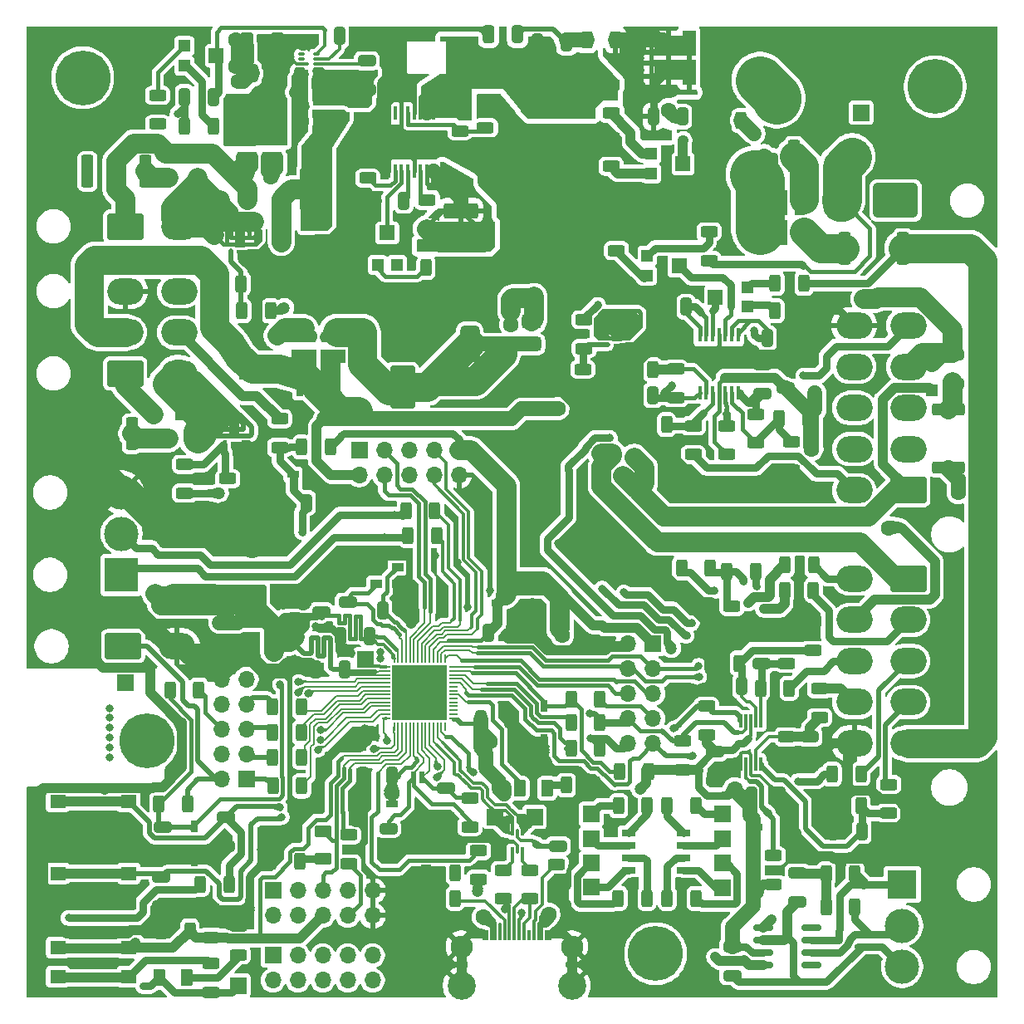
<source format=gbr>
%TF.GenerationSoftware,KiCad,Pcbnew,9.0.0*%
%TF.CreationDate,2025-03-25T01:25:05+01:00*%
%TF.ProjectId,FCCU-v2-schematic-pcb,46434355-2d76-4322-9d73-6368656d6174,rev?*%
%TF.SameCoordinates,Original*%
%TF.FileFunction,Copper,L1,Top*%
%TF.FilePolarity,Positive*%
%FSLAX46Y46*%
G04 Gerber Fmt 4.6, Leading zero omitted, Abs format (unit mm)*
G04 Created by KiCad (PCBNEW 9.0.0) date 2025-03-25 01:25:05*
%MOMM*%
%LPD*%
G01*
G04 APERTURE LIST*
G04 Aperture macros list*
%AMRoundRect*
0 Rectangle with rounded corners*
0 $1 Rounding radius*
0 $2 $3 $4 $5 $6 $7 $8 $9 X,Y pos of 4 corners*
0 Add a 4 corners polygon primitive as box body*
4,1,4,$2,$3,$4,$5,$6,$7,$8,$9,$2,$3,0*
0 Add four circle primitives for the rounded corners*
1,1,$1+$1,$2,$3*
1,1,$1+$1,$4,$5*
1,1,$1+$1,$6,$7*
1,1,$1+$1,$8,$9*
0 Add four rect primitives between the rounded corners*
20,1,$1+$1,$2,$3,$4,$5,0*
20,1,$1+$1,$4,$5,$6,$7,0*
20,1,$1+$1,$6,$7,$8,$9,0*
20,1,$1+$1,$8,$9,$2,$3,0*%
G04 Aperture macros list end*
%TA.AperFunction,SMDPad,CuDef*%
%ADD10R,1.150000X0.800000*%
%TD*%
%TA.AperFunction,SMDPad,CuDef*%
%ADD11RoundRect,0.250000X-0.625000X0.312500X-0.625000X-0.312500X0.625000X-0.312500X0.625000X0.312500X0*%
%TD*%
%TA.AperFunction,ComponentPad*%
%ADD12R,1.700000X1.700000*%
%TD*%
%TA.AperFunction,SMDPad,CuDef*%
%ADD13RoundRect,0.250000X0.312500X0.625000X-0.312500X0.625000X-0.312500X-0.625000X0.312500X-0.625000X0*%
%TD*%
%TA.AperFunction,SMDPad,CuDef*%
%ADD14R,0.600000X1.200000*%
%TD*%
%TA.AperFunction,SMDPad,CuDef*%
%ADD15RoundRect,0.050000X-0.285000X-0.100000X0.285000X-0.100000X0.285000X0.100000X-0.285000X0.100000X0*%
%TD*%
%TA.AperFunction,SMDPad,CuDef*%
%ADD16RoundRect,0.250000X0.650000X-0.325000X0.650000X0.325000X-0.650000X0.325000X-0.650000X-0.325000X0*%
%TD*%
%TA.AperFunction,SMDPad,CuDef*%
%ADD17RoundRect,0.250000X-0.312500X-0.625000X0.312500X-0.625000X0.312500X0.625000X-0.312500X0.625000X0*%
%TD*%
%TA.AperFunction,SMDPad,CuDef*%
%ADD18RoundRect,0.250000X0.412500X1.100000X-0.412500X1.100000X-0.412500X-1.100000X0.412500X-1.100000X0*%
%TD*%
%TA.AperFunction,SMDPad,CuDef*%
%ADD19RoundRect,0.250000X0.625000X-0.312500X0.625000X0.312500X-0.625000X0.312500X-0.625000X-0.312500X0*%
%TD*%
%TA.AperFunction,ComponentPad*%
%ADD20RoundRect,0.250001X1.599999X-1.099999X1.599999X1.099999X-1.599999X1.099999X-1.599999X-1.099999X0*%
%TD*%
%TA.AperFunction,ComponentPad*%
%ADD21O,3.700000X2.700000*%
%TD*%
%TA.AperFunction,ComponentPad*%
%ADD22C,5.600000*%
%TD*%
%TA.AperFunction,SMDPad,CuDef*%
%ADD23R,1.200000X1.200000*%
%TD*%
%TA.AperFunction,SMDPad,CuDef*%
%ADD24R,1.500000X1.600000*%
%TD*%
%TA.AperFunction,SMDPad,CuDef*%
%ADD25RoundRect,0.250000X0.325000X0.650000X-0.325000X0.650000X-0.325000X-0.650000X0.325000X-0.650000X0*%
%TD*%
%TA.AperFunction,SMDPad,CuDef*%
%ADD26RoundRect,0.250000X-0.325000X-0.650000X0.325000X-0.650000X0.325000X0.650000X-0.325000X0.650000X0*%
%TD*%
%TA.AperFunction,SMDPad,CuDef*%
%ADD27RoundRect,0.050000X-0.387500X-0.050000X0.387500X-0.050000X0.387500X0.050000X-0.387500X0.050000X0*%
%TD*%
%TA.AperFunction,SMDPad,CuDef*%
%ADD28RoundRect,0.050000X-0.050000X-0.387500X0.050000X-0.387500X0.050000X0.387500X-0.050000X0.387500X0*%
%TD*%
%TA.AperFunction,HeatsinkPad*%
%ADD29R,5.600000X5.600000*%
%TD*%
%TA.AperFunction,SMDPad,CuDef*%
%ADD30RoundRect,0.250000X-1.000000X1.950000X-1.000000X-1.950000X1.000000X-1.950000X1.000000X1.950000X0*%
%TD*%
%TA.AperFunction,SMDPad,CuDef*%
%ADD31RoundRect,0.250000X-0.650000X0.325000X-0.650000X-0.325000X0.650000X-0.325000X0.650000X0.325000X0*%
%TD*%
%TA.AperFunction,ComponentPad*%
%ADD32R,3.500000X3.500000*%
%TD*%
%TA.AperFunction,ComponentPad*%
%ADD33C,3.500000*%
%TD*%
%TA.AperFunction,SMDPad,CuDef*%
%ADD34RoundRect,0.250000X-1.500000X-0.550000X1.500000X-0.550000X1.500000X0.550000X-1.500000X0.550000X0*%
%TD*%
%TA.AperFunction,SMDPad,CuDef*%
%ADD35R,0.750000X1.000000*%
%TD*%
%TA.AperFunction,SMDPad,CuDef*%
%ADD36R,0.750000X0.560000*%
%TD*%
%TA.AperFunction,SMDPad,CuDef*%
%ADD37R,2.080000X2.880000*%
%TD*%
%TA.AperFunction,SMDPad,CuDef*%
%ADD38R,2.575000X1.400000*%
%TD*%
%TA.AperFunction,ComponentPad*%
%ADD39R,3.000000X3.000000*%
%TD*%
%TA.AperFunction,SMDPad,CuDef*%
%ADD40RoundRect,0.250000X0.625000X-0.375000X0.625000X0.375000X-0.625000X0.375000X-0.625000X-0.375000X0*%
%TD*%
%TA.AperFunction,SMDPad,CuDef*%
%ADD41RoundRect,0.250000X0.362500X1.425000X-0.362500X1.425000X-0.362500X-1.425000X0.362500X-1.425000X0*%
%TD*%
%TA.AperFunction,SMDPad,CuDef*%
%ADD42RoundRect,0.250000X1.000000X-1.950000X1.000000X1.950000X-1.000000X1.950000X-1.000000X-1.950000X0*%
%TD*%
%TA.AperFunction,SMDPad,CuDef*%
%ADD43R,0.450000X1.475000*%
%TD*%
%TA.AperFunction,SMDPad,CuDef*%
%ADD44R,1.600000X1.400000*%
%TD*%
%TA.AperFunction,SMDPad,CuDef*%
%ADD45RoundRect,0.250000X-1.950000X-1.000000X1.950000X-1.000000X1.950000X1.000000X-1.950000X1.000000X0*%
%TD*%
%TA.AperFunction,SMDPad,CuDef*%
%ADD46R,0.800000X1.150000*%
%TD*%
%TA.AperFunction,SMDPad,CuDef*%
%ADD47R,2.173999X3.200400*%
%TD*%
%TA.AperFunction,SMDPad,CuDef*%
%ADD48RoundRect,0.150000X-0.825000X-0.150000X0.825000X-0.150000X0.825000X0.150000X-0.825000X0.150000X0*%
%TD*%
%TA.AperFunction,SMDPad,CuDef*%
%ADD49R,0.300000X1.400000*%
%TD*%
%TA.AperFunction,ComponentPad*%
%ADD50O,1.700000X1.700000*%
%TD*%
%TA.AperFunction,SMDPad,CuDef*%
%ADD51R,0.430000X0.350000*%
%TD*%
%TA.AperFunction,SMDPad,CuDef*%
%ADD52R,1.100000X1.250000*%
%TD*%
%TA.AperFunction,SMDPad,CuDef*%
%ADD53R,0.660000X0.350000*%
%TD*%
%TA.AperFunction,SMDPad,CuDef*%
%ADD54RoundRect,0.250000X0.375000X0.625000X-0.375000X0.625000X-0.375000X-0.625000X0.375000X-0.625000X0*%
%TD*%
%TA.AperFunction,SMDPad,CuDef*%
%ADD55R,3.550000X2.460000*%
%TD*%
%TA.AperFunction,ComponentPad*%
%ADD56C,2.280000*%
%TD*%
%TA.AperFunction,ComponentPad*%
%ADD57C,2.850000*%
%TD*%
%TA.AperFunction,SMDPad,CuDef*%
%ADD58R,0.300000X1.100000*%
%TD*%
%TA.AperFunction,SMDPad,CuDef*%
%ADD59RoundRect,0.250000X-1.425000X0.362500X-1.425000X-0.362500X1.425000X-0.362500X1.425000X0.362500X0*%
%TD*%
%TA.AperFunction,SMDPad,CuDef*%
%ADD60RoundRect,0.112500X-0.237500X0.112500X-0.237500X-0.112500X0.237500X-0.112500X0.237500X0.112500X0*%
%TD*%
%TA.AperFunction,SMDPad,CuDef*%
%ADD61R,1.450000X0.700000*%
%TD*%
%TA.AperFunction,SMDPad,CuDef*%
%ADD62R,1.000000X0.750000*%
%TD*%
%TA.AperFunction,SMDPad,CuDef*%
%ADD63R,0.560000X0.750000*%
%TD*%
%TA.AperFunction,SMDPad,CuDef*%
%ADD64R,2.880000X2.080000*%
%TD*%
%TA.AperFunction,SMDPad,CuDef*%
%ADD65R,1.400000X2.575000*%
%TD*%
%TA.AperFunction,SMDPad,CuDef*%
%ADD66R,1.200000X0.950000*%
%TD*%
%TA.AperFunction,SMDPad,CuDef*%
%ADD67R,3.200000X1.100000*%
%TD*%
%TA.AperFunction,SMDPad,CuDef*%
%ADD68RoundRect,0.093750X0.093750X-0.156250X0.093750X0.156250X-0.093750X0.156250X-0.093750X-0.156250X0*%
%TD*%
%TA.AperFunction,SMDPad,CuDef*%
%ADD69RoundRect,0.075000X0.075000X-0.250000X0.075000X0.250000X-0.075000X0.250000X-0.075000X-0.250000X0*%
%TD*%
%TA.AperFunction,SMDPad,CuDef*%
%ADD70R,1.600000X1.500000*%
%TD*%
%TA.AperFunction,SMDPad,CuDef*%
%ADD71RoundRect,0.375000X0.625000X0.375000X-0.625000X0.375000X-0.625000X-0.375000X0.625000X-0.375000X0*%
%TD*%
%TA.AperFunction,SMDPad,CuDef*%
%ADD72RoundRect,0.500000X0.500000X1.400000X-0.500000X1.400000X-0.500000X-1.400000X0.500000X-1.400000X0*%
%TD*%
%TA.AperFunction,ComponentPad*%
%ADD73RoundRect,0.250001X-1.599999X1.099999X-1.599999X-1.099999X1.599999X-1.099999X1.599999X1.099999X0*%
%TD*%
%TA.AperFunction,ComponentPad*%
%ADD74RoundRect,0.324076X1.925924X-1.425924X1.925924X1.425924X-1.925924X1.425924X-1.925924X-1.425924X0*%
%TD*%
%TA.AperFunction,ComponentPad*%
%ADD75O,3.850000X4.500000*%
%TD*%
%TA.AperFunction,ViaPad*%
%ADD76C,0.800000*%
%TD*%
%TA.AperFunction,ViaPad*%
%ADD77C,1.200000*%
%TD*%
%TA.AperFunction,ViaPad*%
%ADD78C,1.600000*%
%TD*%
%TA.AperFunction,ViaPad*%
%ADD79C,2.000000*%
%TD*%
%TA.AperFunction,ViaPad*%
%ADD80C,0.600000*%
%TD*%
%TA.AperFunction,Conductor*%
%ADD81C,0.300000*%
%TD*%
%TA.AperFunction,Conductor*%
%ADD82C,0.200000*%
%TD*%
%TA.AperFunction,Conductor*%
%ADD83C,0.400000*%
%TD*%
%TA.AperFunction,Conductor*%
%ADD84C,0.500000*%
%TD*%
%TA.AperFunction,Conductor*%
%ADD85C,0.800000*%
%TD*%
%TA.AperFunction,Conductor*%
%ADD86C,1.000000*%
%TD*%
%TA.AperFunction,Conductor*%
%ADD87C,1.500000*%
%TD*%
%TA.AperFunction,Conductor*%
%ADD88C,2.000000*%
%TD*%
%TA.AperFunction,Conductor*%
%ADD89C,3.000000*%
%TD*%
%TA.AperFunction,Conductor*%
%ADD90C,5.000000*%
%TD*%
%TA.AperFunction,Conductor*%
%ADD91C,4.000000*%
%TD*%
G04 APERTURE END LIST*
D10*
%TO.P,Z5,2,A*%
%TO.N,GND*%
X124750000Y-95250000D03*
%TO.P,Z5,1,K*%
%TO.N,+3.3V*%
X128250000Y-95250000D03*
%TD*%
D11*
%TO.P,R1,2*%
%TO.N,GND*%
X145000000Y-104362500D03*
%TO.P,R1,1*%
%TO.N,Net-(P1-VCONN)*%
X145000000Y-101437500D03*
%TD*%
D12*
%TO.P,C_2,1,1*%
%TO.N,Net-(C_2-Pad1)*%
X161998750Y-101301250D03*
%TD*%
D13*
%TO.P,R32,1*%
%TO.N,Net-(U6-U0RXD{slash}PROG{slash}GPIO44)*%
X132812500Y-67900000D03*
%TO.P,R32,2*%
%TO.N,/MCU/Rx_G44*%
X129887500Y-67900000D03*
%TD*%
D14*
%TO.P,Y2,1,X1*%
%TO.N,/MCU/XTAL_P_32*%
X130450000Y-92600000D03*
%TO.P,Y2,2,GND_1*%
%TO.N,GND*%
X130450000Y-98900000D03*
%TO.P,Y2,3,GND_2*%
X131350000Y-98900000D03*
%TO.P,Y2,4,X2*%
%TO.N,/MCU/XTAL_N_32*%
X131350000Y-92600000D03*
%TD*%
D15*
%TO.P,U2,1,RT*%
%TO.N,unconnected-(U2-RT-Pad1)*%
X119060000Y-18850000D03*
%TO.P,U2,2,EN*%
%TO.N,unconnected-(U2-EN-Pad2)*%
X119060000Y-19350000D03*
%TO.P,U2,3,VIN*%
%TO.N,/Power /3V3_reg_in*%
X119060000Y-19850000D03*
%TO.P,U2,4,GND*%
%TO.N,GND*%
X119060000Y-20350000D03*
%TO.P,U2,5,SW*%
%TO.N,Net-(U2-SW)*%
X120540000Y-20350000D03*
%TO.P,U2,6,BST*%
%TO.N,Net-(U2-BST)*%
X120540000Y-19850000D03*
%TO.P,U2,7,SS*%
%TO.N,Net-(U2-SS)*%
X120540000Y-19350000D03*
%TO.P,U2,8,FB*%
%TO.N,Net-(U2-FB)*%
X120540000Y-18850000D03*
%TD*%
D16*
%TO.P,C18,1*%
%TO.N,/MCU/MCU_TEST_G1*%
X109800000Y-108875000D03*
%TO.P,C18,2*%
%TO.N,GND*%
X109800000Y-105925000D03*
%TD*%
D13*
%TO.P,R47,1*%
%TO.N,GND*%
X170262500Y-45000000D03*
%TO.P,R47,2*%
%TO.N,Net-(R47-Pad2)*%
X167337500Y-45000000D03*
%TD*%
D17*
%TO.P,R46,1*%
%TO.N,Net-(R46-Pad1)*%
X167337500Y-42200000D03*
%TO.P,R46,2*%
%TO.N,/IO/FC_V*%
X170262500Y-42200000D03*
%TD*%
D18*
%TO.P,C8,1*%
%TO.N,/Power /3V3_reg_in*%
X116562500Y-18000000D03*
%TO.P,C8,2*%
%TO.N,+3.3V*%
X113437500Y-18000000D03*
%TD*%
D17*
%TO.P,R53,1*%
%TO.N,Net-(A_1-Pad1)*%
X151373750Y-95476250D03*
%TO.P,R53,2*%
%TO.N,Net-(IC3-A_1)*%
X154298750Y-95476250D03*
%TD*%
D19*
%TO.P,R48,1*%
%TO.N,/IO/LP_MCU*%
X157200000Y-53862500D03*
%TO.P,R48,2*%
%TO.N,Net-(IC2--IN_A)*%
X157200000Y-50937500D03*
%TD*%
%TO.P,R3,1*%
%TO.N,Net-(P1-D+-PadA6)*%
X142300000Y-104962500D03*
%TO.P,R3,2*%
%TO.N,/MCU/USB_D+*%
X142300000Y-102037500D03*
%TD*%
D20*
%TO.P,J8,1,Pin_1*%
%TO.N,+12V*%
X101075000Y-51400000D03*
D21*
%TO.P,J8,2,Pin_2*%
%TO.N,+5V*%
X101075000Y-47200000D03*
%TO.P,J8,3,Pin_3*%
%TO.N,GND*%
X101075000Y-43000000D03*
%TO.P,J8,4,Pin_4*%
%TO.N,/IO/Main_Valve*%
X106575000Y-51400000D03*
%TO.P,J8,5,Pin_5*%
%TO.N,/IO/I{slash}O_5_MCU_G13*%
X106575000Y-47200000D03*
%TO.P,J8,6,Pin_6*%
%TO.N,+3.3V*%
X106575000Y-43000000D03*
%TD*%
D22*
%TO.P,REF\u002A\u002A,1*%
%TO.N,N/C*%
X103300000Y-88850000D03*
%TD*%
D13*
%TO.P,R26,1*%
%TO.N,Net-(U6-GPIO3{slash}ADC1_CH2)*%
X119012500Y-88000000D03*
%TO.P,R26,2*%
%TO.N,/MCU/I{slash}O_2_MCU_G8*%
X116087500Y-88000000D03*
%TD*%
D19*
%TO.P,R73,1*%
%TO.N,Net-(Q3-G)*%
X147875000Y-48837500D03*
%TO.P,R73,2*%
%TO.N,/IO/FAN_ON_MCU*%
X147875000Y-45912500D03*
%TD*%
D11*
%TO.P,R25,1*%
%TO.N,/IO/I{slash}O_5_MCU_G13*%
X116825000Y-56012500D03*
%TO.P,R25,2*%
%TO.N,Net-(U6-GPIO6{slash}ADC1_CH5)*%
X116825000Y-58937500D03*
%TD*%
D23*
%TO.P,RV2,1,1*%
%TO.N,Net-(R15-Pad2)*%
X154700000Y-31000000D03*
D24*
%TO.P,RV2,2,2*%
%TO.N,/Power /FB_12*%
X157950000Y-30000000D03*
D23*
%TO.P,RV2,3,3*%
%TO.N,Net-(R14-Pad1)*%
X154700000Y-29000000D03*
%TD*%
D17*
%TO.P,R63,1*%
%TO.N,Net-(IC3-C_1)*%
X156336250Y-95476250D03*
%TO.P,R63,2*%
%TO.N,Net-(C_1-Pad1)*%
X159261250Y-95476250D03*
%TD*%
D11*
%TO.P,R18,1*%
%TO.N,Net-(R18-Pad1)*%
X109800000Y-111537500D03*
%TO.P,R18,2*%
%TO.N,+3.3V*%
X109800000Y-114462500D03*
%TD*%
D17*
%TO.P,R57,1*%
%TO.N,Net-(C45-Pad1)*%
X172537500Y-105800000D03*
%TO.P,R57,2*%
%TO.N,/IO/CANL*%
X175462500Y-105800000D03*
%TD*%
D11*
%TO.P,R56,1*%
%TO.N,Net-(IC2--IN_B)*%
X169000000Y-58337500D03*
%TO.P,R56,2*%
%TO.N,GND*%
X169000000Y-61262500D03*
%TD*%
D10*
%TO.P,Z6,1,K*%
%TO.N,+3.3V*%
X139050000Y-74800000D03*
%TO.P,Z6,2,A*%
%TO.N,GND*%
X142550000Y-74800000D03*
%TD*%
D16*
%TO.P,C43,1*%
%TO.N,/IO/Temp_MCU*%
X166000000Y-53475000D03*
%TO.P,C43,2*%
%TO.N,GND*%
X166000000Y-50525000D03*
%TD*%
D25*
%TO.P,C51,1*%
%TO.N,/IO/Main_Valve*%
X108425000Y-58050000D03*
%TO.P,C51,2*%
%TO.N,Net-(C51-Pad2)*%
X105475000Y-58050000D03*
%TD*%
D11*
%TO.P,R44,1*%
%TO.N,Net-(R44-Pad1)*%
X160600000Y-36937500D03*
%TO.P,R44,2*%
%TO.N,/IO/SC_V*%
X160600000Y-39862500D03*
%TD*%
D25*
%TO.P,C29,1*%
%TO.N,Net-(U6-GPIO6{slash}ADC1_CH5)*%
X119525000Y-64600000D03*
%TO.P,C29,2*%
%TO.N,GND*%
X116575000Y-64600000D03*
%TD*%
D26*
%TO.P,C37,1*%
%TO.N,+3.3V*%
X137875000Y-90500000D03*
%TO.P,C37,2*%
%TO.N,GND*%
X140825000Y-90500000D03*
%TD*%
D25*
%TO.P,C7,1*%
%TO.N,Net-(C6-Pad2)*%
X146075000Y-17600000D03*
%TO.P,C7,2*%
%TO.N,/12V_no_id*%
X143125000Y-17600000D03*
%TD*%
D27*
%TO.P,U6,1,LNA_IN/RF*%
%TO.N,/MCU/Antena*%
X127662500Y-81325000D03*
%TO.P,U6,2,VDD3P3*%
%TO.N,+3.3V*%
X127662500Y-81725000D03*
%TO.P,U6,3,VDD3P3*%
X127662500Y-82125000D03*
%TO.P,U6,4,CHIP_PU/RESET*%
%TO.N,/MCU/RESET*%
X127662500Y-82525000D03*
%TO.P,U6,5,GPIO0/BOOT*%
%TO.N,/MCU/BOOT*%
X127662500Y-82925000D03*
%TO.P,U6,6,GPIO1/ADC1_CH0*%
%TO.N,Net-(U6-GPIO1{slash}ADC1_CH0)*%
X127662500Y-83325000D03*
%TO.P,U6,7,GPIO2/ADC1_CH1*%
%TO.N,Net-(U6-GPIO2{slash}ADC1_CH1)*%
X127662500Y-83725000D03*
%TO.P,U6,8,GPIO3/ADC1_CH2*%
%TO.N,Net-(U6-GPIO3{slash}ADC1_CH2)*%
X127662500Y-84125000D03*
%TO.P,U6,9,GPIO4/ADC1_CH3*%
%TO.N,Net-(U6-GPIO4{slash}ADC1_CH3)*%
X127662500Y-84525000D03*
%TO.P,U6,10,GPIO5/ADC1_CH4*%
%TO.N,Net-(U6-GPIO5{slash}ADC1_CH4)*%
X127662500Y-84925000D03*
%TO.P,U6,11,GPIO6/ADC1_CH5*%
%TO.N,Net-(U6-GPIO6{slash}ADC1_CH5)*%
X127662500Y-85325000D03*
%TO.P,U6,12,GPIO7/ADC1_CH6*%
%TO.N,/IO/LP_MCU*%
X127662500Y-85725000D03*
%TO.P,U6,13,GPIO8/ADC1_CH7*%
%TO.N,/IO/FC_VOLTAGE_MCU*%
X127662500Y-86125000D03*
%TO.P,U6,14,GPIO9/ADC1_CH8*%
%TO.N,/IO/SC_VOLTAGE_MCU*%
X127662500Y-86525000D03*
D28*
%TO.P,U6,15,GPIO10/ADC1_CH9*%
%TO.N,/IO/Temp_MCU*%
X128500000Y-87362500D03*
%TO.P,U6,16,GPIO11/ADC2_CH0*%
%TO.N,/MCU/MCU_TEST_G1*%
X128900000Y-87362500D03*
%TO.P,U6,17,GPIO12/ADC2_CH1*%
%TO.N,/IO/LED_CAN_STATUS*%
X129300000Y-87362500D03*
%TO.P,U6,18,GPIO13/ADC2_CH2*%
%TO.N,Net-(U6-GPIO13{slash}ADC2_CH2)*%
X129700000Y-87362500D03*
%TO.P,U6,19,GPIO14/ADC2_CH3*%
%TO.N,Net-(U6-GPIO14{slash}ADC2_CH3)*%
X130100000Y-87362500D03*
%TO.P,U6,20,VDD3P3_RTC*%
%TO.N,+3.3V*%
X130500000Y-87362500D03*
%TO.P,U6,21,GPIO15/ADC2_CH4/XTAL_32K_P*%
%TO.N,/MCU/XTAL_P_32*%
X130900000Y-87362500D03*
%TO.P,U6,22,GPIO16/ADC2_CH5/XTAL_32K_N*%
%TO.N,/MCU/XTAL_N_32*%
X131300000Y-87362500D03*
%TO.P,U6,23,GPIO17/ADC2_CH6*%
%TO.N,Net-(U6-GPIO17{slash}ADC2_CH6)*%
X131700000Y-87362500D03*
%TO.P,U6,24,GPIO18/ADC2_CH7*%
%TO.N,Net-(U6-GPIO18{slash}ADC2_CH7)*%
X132100000Y-87362500D03*
%TO.P,U6,25,GPIO19/USB_D-/ADC2_CH8*%
%TO.N,/MCU/USB_D-*%
X132500000Y-87362500D03*
%TO.P,U6,26,GPIO20/USB_D+/ADC2_CH9*%
%TO.N,/MCU/USB_D+*%
X132900000Y-87362500D03*
%TO.P,U6,27,GPIO21*%
%TO.N,Net-(U6-GPIO21)*%
X133300000Y-87362500D03*
%TO.P,U6,28,SPI_CS1/GPIO26*%
%TO.N,unconnected-(U6-SPI_CS1{slash}GPIO26-Pad28)*%
X133700000Y-87362500D03*
D27*
%TO.P,U6,29,VDD_SPI*%
%TO.N,+3.3V*%
X134537500Y-86525000D03*
%TO.P,U6,30,SPIHD/GPIO27*%
%TO.N,unconnected-(U6-SPIHD{slash}GPIO27-Pad30)*%
X134537500Y-86125000D03*
%TO.P,U6,31,SPIWP/GPIO28*%
%TO.N,unconnected-(U6-SPIWP{slash}GPIO28-Pad31)*%
X134537500Y-85725000D03*
%TO.P,U6,32,SPICS0/GPIO29*%
%TO.N,unconnected-(U6-SPICS0{slash}GPIO29-Pad32)*%
X134537500Y-85325000D03*
%TO.P,U6,33,SPICLK/GPIO30*%
%TO.N,unconnected-(U6-SPICLK{slash}GPIO30-Pad33)*%
X134537500Y-84925000D03*
%TO.P,U6,34,SPIQ/GPIO31*%
%TO.N,unconnected-(U6-SPIQ{slash}GPIO31-Pad34)*%
X134537500Y-84525000D03*
%TO.P,U6,35,SPID/GPIO32*%
%TO.N,/IO/LED_RESTART_STATUS*%
X134537500Y-84125000D03*
%TO.P,U6,36,SPICLK_N/GPIO48*%
%TO.N,unconnected-(U6-SPICLK_N{slash}GPIO48-Pad36)*%
X134537500Y-83725000D03*
%TO.P,U6,37,SPICLK_P/GPIO47*%
%TO.N,unconnected-(U6-SPICLK_P{slash}GPIO47-Pad37)*%
X134537500Y-83325000D03*
%TO.P,U6,38,GPIO33*%
%TO.N,/IO/RDY_MCU*%
X134537500Y-82925000D03*
%TO.P,U6,39,GPIO34*%
%TO.N,Net-(U6-GPIO34)*%
X134537500Y-82525000D03*
%TO.P,U6,40,GPIO35*%
%TO.N,Net-(U6-GPIO35)*%
X134537500Y-82125000D03*
%TO.P,U6,41,GPIO36*%
%TO.N,Net-(U6-GPIO36)*%
X134537500Y-81725000D03*
%TO.P,U6,42,GPIO37*%
%TO.N,/MCU/FAN_PWM*%
X134537500Y-81325000D03*
D28*
%TO.P,U6,43,GPIO38*%
%TO.N,/IO/FAN_ON_MCU*%
X133700000Y-80487500D03*
%TO.P,U6,44,MTCK/JTAG/GPIO39*%
%TO.N,/IO/CAN_RX*%
X133300000Y-80487500D03*
%TO.P,U6,45,MTDO/JTAG/GPIO40*%
%TO.N,/IO/CAN_TX*%
X132900000Y-80487500D03*
%TO.P,U6,46,VDD3P3_CPU*%
%TO.N,+3.3V*%
X132500000Y-80487500D03*
%TO.P,U6,47,MTDI/JTAG/GPIO41*%
%TO.N,/MCU/JTAG_G41*%
X132100000Y-80487500D03*
%TO.P,U6,48,MTMS/JTAG/GPIO42*%
%TO.N,/MCU/JTAG_G42*%
X131700000Y-80487500D03*
%TO.P,U6,49,U0TXD/PROG/GPIO43*%
%TO.N,Net-(U6-U0TXD{slash}PROG{slash}GPIO43)*%
X131300000Y-80487500D03*
%TO.P,U6,50,U0RXD/PROG/GPIO44*%
%TO.N,Net-(U6-U0RXD{slash}PROG{slash}GPIO44)*%
X130900000Y-80487500D03*
%TO.P,U6,51,GPIO45*%
%TO.N,/IO/PURGE_VALVE_MCU*%
X130500000Y-80487500D03*
%TO.P,U6,52,GPIO46*%
%TO.N,/IO/MAIN_VALVE_MCU*%
X130100000Y-80487500D03*
%TO.P,U6,53,XTAL_N*%
%TO.N,/MCU/XTAL_N*%
X129700000Y-80487500D03*
%TO.P,U6,54,XTAL_P*%
%TO.N,/MCU/XTAL_P*%
X129300000Y-80487500D03*
%TO.P,U6,55,VDDA*%
%TO.N,+3.3V*%
X128900000Y-80487500D03*
%TO.P,U6,56,VDDA*%
X128500000Y-80487500D03*
D29*
%TO.P,U6,57,GND*%
%TO.N,GND*%
X131100000Y-83925000D03*
%TD*%
D19*
%TO.P,R81,1*%
%TO.N,+3.3V*%
X157900000Y-91787500D03*
%TO.P,R81,2*%
%TO.N,/IO/SDA_FC*%
X157900000Y-88862500D03*
%TD*%
D10*
%TO.P,Z1,1,K*%
%TO.N,+3.3V*%
X120250000Y-28400000D03*
%TO.P,Z1,2,A*%
%TO.N,GND*%
X123750000Y-28400000D03*
%TD*%
D30*
%TO.P,C9,1*%
%TO.N,/12V_no_id*%
X144000000Y-21700000D03*
%TO.P,C9,2*%
%TO.N,GND*%
X144000000Y-29100000D03*
%TD*%
D13*
%TO.P,R61,1*%
%TO.N,Net-(D7-K)*%
X118862500Y-101100000D03*
%TO.P,R61,2*%
%TO.N,GND*%
X115937500Y-101100000D03*
%TD*%
D20*
%TO.P,J5,1,Pin_1*%
%TO.N,/MCU/BUTTON_MCU_G36*%
X100875000Y-79200000D03*
D21*
%TO.P,J5,2,Pin_2*%
%TO.N,GND*%
X106375000Y-79200000D03*
%TD*%
D31*
%TO.P,C21,1*%
%TO.N,/MCU/XTAL_N_32*%
X133800000Y-93675000D03*
%TO.P,C21,2*%
%TO.N,GND*%
X133800000Y-96625000D03*
%TD*%
D25*
%TO.P,C35,1*%
%TO.N,+3.3V*%
X128275000Y-92400000D03*
%TO.P,C35,2*%
%TO.N,GND*%
X125325000Y-92400000D03*
%TD*%
D11*
%TO.P,R31,1*%
%TO.N,Net-(U6-GPIO14{slash}ADC2_CH3)*%
X137100000Y-100037500D03*
%TO.P,R31,2*%
%TO.N,/VBUS*%
X137100000Y-102962500D03*
%TD*%
%TO.P,R66,1*%
%TO.N,/IO/FC_1V*%
X178925000Y-93287500D03*
%TO.P,R66,2*%
%TO.N,Net-(IC4-AIN1)*%
X178925000Y-96212500D03*
%TD*%
D17*
%TO.P,R64,1*%
%TO.N,Net-(IC3-C_2)*%
X156336250Y-104901250D03*
%TO.P,R64,2*%
%TO.N,Net-(C_2-Pad1)*%
X159261250Y-104901250D03*
%TD*%
%TO.P,R12,1*%
%TO.N,Net-(R12-Pad1)*%
X131737500Y-40600000D03*
%TO.P,R12,2*%
%TO.N,GND*%
X134662500Y-40600000D03*
%TD*%
D26*
%TO.P,C40,1*%
%TO.N,GND*%
X155325000Y-44600000D03*
%TO.P,C40,2*%
%TO.N,/IO/FC_VOLTAGE_MCU*%
X158275000Y-44600000D03*
%TD*%
D17*
%TO.P,R39,1*%
%TO.N,Net-(U6-GPIO35)*%
X146537500Y-87000000D03*
%TO.P,R39,2*%
%TO.N,/IO/SDA_FC*%
X149462500Y-87000000D03*
%TD*%
D13*
%TO.P,R85,1*%
%TO.N,Net-(IC4-AIN3)*%
X163662500Y-80925000D03*
%TO.P,R85,2*%
%TO.N,GND*%
X160737500Y-80925000D03*
%TD*%
D32*
%TO.P,J3,1,Pin_1*%
%TO.N,/MCU/Rx_G44*%
X100712900Y-71915750D03*
D33*
%TO.P,J3,2,Pin_2*%
%TO.N,/MCU/Tx_G43*%
X100712900Y-67715750D03*
%TO.P,J3,3,Pin_3*%
%TO.N,GND*%
X100712900Y-63515750D03*
%TD*%
D23*
%TO.P,RV5,1,1*%
%TO.N,Net-(R46-Pad1)*%
X164500000Y-42600000D03*
D24*
%TO.P,RV5,2,2*%
%TO.N,Net-(IC2-+IN_D)*%
X161250000Y-43600000D03*
D23*
%TO.P,RV5,3,3*%
%TO.N,Net-(R47-Pad2)*%
X164500000Y-44600000D03*
%TD*%
D31*
%TO.P,C1,1*%
%TO.N,/12V_no_id*%
X138000000Y-20925000D03*
%TO.P,C1,2*%
%TO.N,GND*%
X138000000Y-23875000D03*
%TD*%
D34*
%TO.P,C4,1*%
%TO.N,+12V*%
X135300000Y-34800000D03*
%TO.P,C4,2*%
%TO.N,GND*%
X140700000Y-34800000D03*
%TD*%
D17*
%TO.P,R16,1*%
%TO.N,+3.3V*%
X107137500Y-26200000D03*
%TO.P,R16,2*%
%TO.N,Net-(R16-Pad2)*%
X110062500Y-26200000D03*
%TD*%
D23*
%TO.P,D10,1,K*%
%TO.N,+12V*%
X113520000Y-33750000D03*
%TO.P,D10,2,A*%
%TO.N,/IO/PURGE_VALVE*%
X110720000Y-33750000D03*
%TD*%
D35*
%TO.P,D5,1*%
%TO.N,Net-(U3-VO)*%
X122670000Y-47650000D03*
%TO.P,D5,2*%
X121400000Y-47650000D03*
%TO.P,D5,3*%
%TO.N,/VBUS*%
X120130000Y-47650000D03*
%TO.P,D5,4*%
X118860000Y-47650000D03*
D36*
%TO.P,D5,5*%
%TO.N,+5V*%
X118860000Y-53460000D03*
%TO.P,D5,6*%
X120190000Y-53460000D03*
D37*
X119525000Y-51740000D03*
D38*
X119277000Y-49600000D03*
D36*
%TO.P,D5,7*%
X121340000Y-53460000D03*
%TO.P,D5,8*%
X122670000Y-53460000D03*
D38*
X122253000Y-49600000D03*
D37*
X122005000Y-51740000D03*
%TD*%
D39*
%TO.P,J2,1,Pin_1*%
%TO.N,/IO/CANH*%
X180287100Y-103484250D03*
D33*
%TO.P,J2,2,Pin_2*%
%TO.N,/IO/CANL*%
X180287100Y-107684250D03*
%TO.P,J2,3,Pin_3*%
%TO.N,+3.3V*%
X180287100Y-111884250D03*
%TD*%
D40*
%TO.P,D7,1,K*%
%TO.N,Net-(D7-K)*%
X121250000Y-100900000D03*
%TO.P,D7,2,A*%
%TO.N,/IO/LED_CAN_STATUS*%
X121250000Y-98100000D03*
%TD*%
D31*
%TO.P,C24,1*%
%TO.N,/MCU/XTAL_P_32*%
X127900000Y-97775000D03*
%TO.P,C24,2*%
%TO.N,GND*%
X127900000Y-100725000D03*
%TD*%
D19*
%TO.P,R11,1*%
%TO.N,+12V*%
X131800000Y-36662500D03*
%TO.P,R11,2*%
%TO.N,Net-(IC1-~{FLT})*%
X131800000Y-33737500D03*
%TD*%
D22*
%TO.P,REF\u002A\u002A,1*%
%TO.N,N/C*%
X155150000Y-110550000D03*
%TD*%
D13*
%TO.P,R27,1*%
%TO.N,Net-(U6-GPIO5{slash}ADC1_CH4)*%
X119062500Y-93450000D03*
%TO.P,R27,2*%
%TO.N,/MCU/I{slash}O_4_MCU_G13*%
X116137500Y-93450000D03*
%TD*%
%TO.P,R40,1*%
%TO.N,/IO/FAN_IN_PWM*%
X160712500Y-71250000D03*
%TO.P,R40,2*%
%TO.N,+3.3V*%
X157787500Y-71250000D03*
%TD*%
D12*
%TO.P,C_1,1,1*%
%TO.N,Net-(C_1-Pad1)*%
X161998750Y-96301250D03*
%TD*%
%TO.P,A_1,1,1*%
%TO.N,Net-(A_1-Pad1)*%
X148598750Y-96301250D03*
%TD*%
D13*
%TO.P,R4,1*%
%TO.N,Net-(P1-CC)*%
X134712500Y-104900000D03*
%TO.P,R4,2*%
%TO.N,GND*%
X131787500Y-104900000D03*
%TD*%
D11*
%TO.P,R17,1*%
%TO.N,Net-(R17-Pad1)*%
X104400000Y-23037500D03*
%TO.P,R17,2*%
%TO.N,+3.3V*%
X104400000Y-25962500D03*
%TD*%
D16*
%TO.P,C33,1*%
%TO.N,+3.3V*%
X121050000Y-75675000D03*
%TO.P,C33,2*%
%TO.N,GND*%
X121050000Y-72725000D03*
%TD*%
D41*
%TO.P,R78,1*%
%TO.N,Net-(C51-Pad2)*%
X101762500Y-57525000D03*
%TO.P,R78,2*%
%TO.N,GND*%
X95837500Y-57525000D03*
%TD*%
D31*
%TO.P,C31,1*%
%TO.N,+3.3V*%
X118400000Y-78225000D03*
%TO.P,C31,2*%
%TO.N,GND*%
X118400000Y-81175000D03*
%TD*%
%TO.P,C25,1*%
%TO.N,/MCU/RESET*%
X111325000Y-96650000D03*
%TO.P,C25,2*%
%TO.N,GND*%
X111325000Y-99600000D03*
%TD*%
D13*
%TO.P,R50,1*%
%TO.N,Net-(IC2--IN_A)*%
X154862500Y-51000000D03*
%TO.P,R50,2*%
%TO.N,GND*%
X151937500Y-51000000D03*
%TD*%
D17*
%TO.P,R23,1*%
%TO.N,Net-(U6-GPIO6{slash}ADC1_CH5)*%
X119087500Y-58900000D03*
%TO.P,R23,2*%
%TO.N,+3.3V*%
X122012500Y-58900000D03*
%TD*%
D20*
%TO.P,J4,1,Pin_1*%
%TO.N,+12V*%
X101075000Y-36400000D03*
D21*
%TO.P,J4,2,Pin_2*%
%TO.N,/IO/PURGE_VALVE*%
X106575000Y-36400000D03*
%TD*%
D11*
%TO.P,R15,1*%
%TO.N,GND*%
X150600000Y-27337500D03*
%TO.P,R15,2*%
%TO.N,Net-(R15-Pad2)*%
X150600000Y-30262500D03*
%TD*%
%TO.P,R75,1*%
%TO.N,Net-(Q2-G)*%
X111550000Y-62112500D03*
%TO.P,R75,2*%
%TO.N,GND*%
X111550000Y-65037500D03*
%TD*%
D17*
%TO.P,R71,1*%
%TO.N,Net-(Q1-G)*%
X112987500Y-45000000D03*
%TO.P,R71,2*%
%TO.N,/IO/PURGE_VALVE_MCU*%
X115912500Y-45000000D03*
%TD*%
%TO.P,R51,1*%
%TO.N,Net-(C45-Pad1)*%
X172537500Y-102400000D03*
%TO.P,R51,2*%
%TO.N,/IO/CANH*%
X175462500Y-102400000D03*
%TD*%
D42*
%TO.P,C15,1*%
%TO.N,Net-(U3-VO)*%
X129350000Y-52800000D03*
%TO.P,C15,2*%
%TO.N,GND*%
X129350000Y-45400000D03*
%TD*%
D43*
%TO.P,IC2,1,OUT_A*%
%TO.N,/IO/LP_MCU*%
X159650000Y-53338000D03*
%TO.P,IC2,2,-IN_A*%
%TO.N,Net-(IC2--IN_A)*%
X160300000Y-53338000D03*
%TO.P,IC2,3,+IN_A*%
%TO.N,Net-(IC2-+IN_A)*%
X160950000Y-53338000D03*
%TO.P,IC2,4,V+*%
%TO.N,+3.3V*%
X161600000Y-53338000D03*
%TO.P,IC2,5,+IN_B*%
%TO.N,/IO/TEMP_SENSOR*%
X162250000Y-53338000D03*
%TO.P,IC2,6,-IN_B*%
%TO.N,Net-(IC2--IN_B)*%
X162900000Y-53338000D03*
%TO.P,IC2,7,OUT_B*%
%TO.N,/IO/Temp_MCU*%
X163550000Y-53338000D03*
%TO.P,IC2,8,OUT_C*%
%TO.N,/IO/SC_VOLTAGE_MCU*%
X163550000Y-47462000D03*
%TO.P,IC2,9,-IN_C*%
X162900000Y-47462000D03*
%TO.P,IC2,10,+IN_C*%
%TO.N,Net-(IC2-+IN_C)*%
X162250000Y-47462000D03*
%TO.P,IC2,11,GND*%
%TO.N,GND*%
X161600000Y-47462000D03*
%TO.P,IC2,12,+IN_D*%
%TO.N,Net-(IC2-+IN_D)*%
X160950000Y-47462000D03*
%TO.P,IC2,13,-IN_D*%
%TO.N,/IO/FC_VOLTAGE_MCU*%
X160300000Y-47462000D03*
%TO.P,IC2,14,OUT_D*%
X159650000Y-47462000D03*
%TD*%
D44*
%TO.P,BOOT,1,1*%
%TO.N,GND*%
X94250000Y-105350000D03*
%TO.P,BOOT,2,2*%
X101450000Y-105350000D03*
%TO.P,BOOT,3,K*%
%TO.N,/MCU/BOOT*%
X94250000Y-102350000D03*
%TO.P,BOOT,4,A*%
X101450000Y-102350000D03*
%TD*%
D11*
%TO.P,R69,1*%
%TO.N,Net-(IC4-AIN0)*%
X168500000Y-88437500D03*
%TO.P,R69,2*%
%TO.N,GND*%
X168500000Y-91362500D03*
%TD*%
D13*
%TO.P,R21,1*%
%TO.N,/MCU/RESET*%
X111662500Y-103450000D03*
%TO.P,R21,2*%
%TO.N,+3.3V*%
X108737500Y-103450000D03*
%TD*%
%TO.P,R9,1*%
%TO.N,Net-(U1-RON)*%
X163862500Y-25600000D03*
%TO.P,R9,2*%
%TO.N,GND*%
X160937500Y-25600000D03*
%TD*%
D45*
%TO.P,C2,1*%
%TO.N,Net-(U1-EN_UVLO)*%
X165800000Y-21500000D03*
%TO.P,C2,2*%
%TO.N,GND*%
X173200000Y-21500000D03*
%TD*%
D41*
%TO.P,R77,1*%
%TO.N,Net-(C50-Pad2)*%
X103162500Y-30800000D03*
%TO.P,R77,2*%
%TO.N,+3.3V*%
X97237500Y-30800000D03*
%TD*%
D46*
%TO.P,Z2,1,K*%
%TO.N,+3.3V*%
X110700000Y-76800000D03*
%TO.P,Z2,2,A*%
%TO.N,GND*%
X110700000Y-80300000D03*
%TD*%
D11*
%TO.P,R68,1*%
%TO.N,/IO/FC_C*%
X171875000Y-83537500D03*
%TO.P,R68,2*%
%TO.N,Net-(IC4-AIN0)*%
X171875000Y-86462500D03*
%TD*%
D10*
%TO.P,Z9,1,K*%
%TO.N,+3.3V*%
X165425000Y-97650000D03*
%TO.P,Z9,2,A*%
%TO.N,GND*%
X168925000Y-97650000D03*
%TD*%
D19*
%TO.P,R49,1*%
%TO.N,Net-(IC2--IN_B)*%
X165400000Y-58462500D03*
%TO.P,R49,2*%
%TO.N,/IO/Temp_MCU*%
X165400000Y-55537500D03*
%TD*%
D13*
%TO.P,R67,1*%
%TO.N,Net-(IC4-AIN1)*%
X176087500Y-95475000D03*
%TO.P,R67,2*%
%TO.N,GND*%
X173162500Y-95475000D03*
%TD*%
D22*
%TO.P,REF\u002A\u002A,1*%
%TO.N,N/C*%
X96750000Y-21250000D03*
%TD*%
D13*
%TO.P,R82,1*%
%TO.N,/IO/LP_1*%
X168762500Y-83500000D03*
%TO.P,R82,2*%
%TO.N,Net-(IC4-AIN2)*%
X165837500Y-83500000D03*
%TD*%
D47*
%TO.P,D1,1,K*%
%TO.N,GND*%
X128698998Y-19200000D03*
%TO.P,D1,2,A*%
%TO.N,/12V_no_id*%
X134953002Y-19200000D03*
%TD*%
D48*
%TO.P,U7,1,D*%
%TO.N,/IO/CAN_RX*%
X166125000Y-107895000D03*
%TO.P,U7,2,GND*%
%TO.N,+3.3V*%
X166125000Y-109165000D03*
%TO.P,U7,3,VCC*%
X166125000Y-110435000D03*
%TO.P,U7,4,R*%
%TO.N,/IO/CAN_TX*%
X166125000Y-111705000D03*
%TO.P,U7,5,NC*%
%TO.N,unconnected-(U7-NC-Pad5)*%
X171075000Y-111705000D03*
%TO.P,U7,6,CANL*%
%TO.N,/IO/CANL*%
X171075000Y-110435000D03*
%TO.P,U7,7,CANH*%
%TO.N,/IO/CANH*%
X171075000Y-109165000D03*
%TO.P,U7,8,NC*%
%TO.N,unconnected-(U7-NC-Pad8)*%
X171075000Y-107895000D03*
%TD*%
D25*
%TO.P,C34,1*%
%TO.N,+3.3V*%
X125975000Y-78150000D03*
%TO.P,C34,2*%
%TO.N,GND*%
X123025000Y-78150000D03*
%TD*%
D49*
%TO.P,IC4,1,ADDR*%
%TO.N,GND*%
X163875000Y-91200000D03*
%TO.P,IC4,2,ALERT/RDY*%
%TO.N,/IO/RDY_MCU*%
X164375000Y-91200000D03*
%TO.P,IC4,3,GND*%
%TO.N,GND*%
X164875000Y-91200000D03*
%TO.P,IC4,4,AIN0*%
%TO.N,Net-(IC4-AIN0)*%
X165375000Y-91200000D03*
%TO.P,IC4,5,AIN1*%
%TO.N,Net-(IC4-AIN1)*%
X165875000Y-91200000D03*
%TO.P,IC4,6,AIN2*%
%TO.N,Net-(IC4-AIN2)*%
X165875000Y-86800000D03*
%TO.P,IC4,7,AIN3*%
%TO.N,Net-(IC4-AIN3)*%
X165375000Y-86800000D03*
%TO.P,IC4,8,VDD*%
%TO.N,+3.3V*%
X164875000Y-86800000D03*
%TO.P,IC4,9,SDA*%
%TO.N,/IO/SDA_FC*%
X164375000Y-86800000D03*
%TO.P,IC4,10,SCL*%
%TO.N,/IO/SCL_FC*%
X163875000Y-86800000D03*
%TD*%
D11*
%TO.P,R72,1*%
%TO.N,Net-(Q2-G)*%
X107125000Y-60662500D03*
%TO.P,R72,2*%
%TO.N,/IO/MAIN_VALVE_MCU*%
X107125000Y-63587500D03*
%TD*%
D26*
%TO.P,C10,1*%
%TO.N,Net-(U2-SS)*%
X122925000Y-17000000D03*
%TO.P,C10,2*%
%TO.N,GND*%
X125875000Y-17000000D03*
%TD*%
D16*
%TO.P,C20,1*%
%TO.N,/MCU/XTAL_P*%
X123750000Y-74725000D03*
%TO.P,C20,2*%
%TO.N,GND*%
X123750000Y-71775000D03*
%TD*%
D42*
%TO.P,C28,1*%
%TO.N,+3.3V*%
X114200000Y-75150000D03*
%TO.P,C28,2*%
%TO.N,GND*%
X114200000Y-67750000D03*
%TD*%
D12*
%TO.P,J14,1,Pin_1*%
%TO.N,/VBUS*%
X124950000Y-59210000D03*
D50*
%TO.P,J14,2,Pin_2*%
%TO.N,/IO/PURGE_VALVE_MCU*%
X127490000Y-59210000D03*
%TO.P,J14,3,Pin_3*%
%TO.N,/MCU/Rx_G44*%
X130030000Y-59210000D03*
%TO.P,J14,4,Pin_4*%
%TO.N,/MCU/JTAG_G41*%
X132570000Y-59210000D03*
%TO.P,J14,5,Pin_5*%
%TO.N,+3.3V*%
X135110000Y-59210000D03*
%TO.P,J14,6,Pin_6*%
%TO.N,+5V*%
X124950000Y-61750000D03*
%TO.P,J14,7,Pin_7*%
%TO.N,/IO/MAIN_VALVE_MCU*%
X127490000Y-61750000D03*
%TO.P,J14,8,Pin_8*%
%TO.N,/MCU/Tx_G43*%
X130030000Y-61750000D03*
%TO.P,J14,9,Pin_9*%
%TO.N,/MCU/JTAG_G42*%
X132570000Y-61750000D03*
%TO.P,J14,10,Pin_10*%
%TO.N,GND*%
X135110000Y-61750000D03*
%TD*%
D11*
%TO.P,R7,1*%
%TO.N,/12V_no_id*%
X135200000Y-23737500D03*
%TO.P,R7,2*%
%TO.N,Net-(IC1-OVP)*%
X135200000Y-26662500D03*
%TD*%
D51*
%TO.P,Q3,1,D*%
%TO.N,/IO/FAN_ON*%
X150265000Y-47150000D03*
X150265000Y-47800000D03*
D52*
X151200000Y-47515000D03*
D51*
X152135000Y-47150000D03*
X152135000Y-47800000D03*
%TO.P,Q3,2,G*%
%TO.N,Net-(Q3-G)*%
X150265000Y-48450000D03*
D53*
%TO.P,Q3,3,S*%
%TO.N,GND*%
X151200000Y-48575000D03*
D51*
X152135000Y-48450000D03*
%TD*%
D12*
%TO.P,TP1,1,1*%
%TO.N,Net-(U1-EN_UVLO)*%
X176100000Y-24800000D03*
%TD*%
D13*
%TO.P,R13,1*%
%TO.N,Net-(U1-SW)*%
X151062500Y-17400000D03*
%TO.P,R13,2*%
%TO.N,Net-(C6-Pad2)*%
X148137500Y-17400000D03*
%TD*%
%TO.P,R36,1*%
%TO.N,/MCU/FC_SHORT_MCU_G38*%
X171237500Y-73500000D03*
%TO.P,R36,2*%
%TO.N,Net-(U6-GPIO17{slash}ADC2_CH6)*%
X168312500Y-73500000D03*
%TD*%
D31*
%TO.P,C47,1*%
%TO.N,Net-(IC4-AIN0)*%
X170875000Y-88425000D03*
%TO.P,C47,2*%
%TO.N,GND*%
X170875000Y-91375000D03*
%TD*%
D26*
%TO.P,C38,1*%
%TO.N,+3.3V*%
X137375000Y-86600000D03*
%TO.P,C38,2*%
%TO.N,GND*%
X140325000Y-86600000D03*
%TD*%
D19*
%TO.P,R70,1*%
%TO.N,+3.3V*%
X167150000Y-103487500D03*
%TO.P,R70,2*%
%TO.N,/IO/RDY_MCU*%
X167150000Y-100562500D03*
%TD*%
D54*
%TO.P,D8,1,K*%
%TO.N,Net-(D8-K)*%
X144100000Y-93700000D03*
%TO.P,D8,2,A*%
%TO.N,/IO/LED_RESTART_STATUS*%
X141300000Y-93700000D03*
%TD*%
D17*
%TO.P,R33,1*%
%TO.N,/MCU/Tx_G43*%
X129712500Y-65425000D03*
%TO.P,R33,2*%
%TO.N,Net-(U6-U0TXD{slash}PROG{slash}GPIO43)*%
X132637500Y-65425000D03*
%TD*%
%TO.P,R19,1*%
%TO.N,GND*%
X104737500Y-108200000D03*
%TO.P,R19,2*%
%TO.N,/MCU/MCU_TEST_G1*%
X107662500Y-108200000D03*
%TD*%
D44*
%TO.P,RESET,1,1*%
%TO.N,GND*%
X94200000Y-98050000D03*
%TO.P,RESET,2,2*%
X101400000Y-98050000D03*
%TO.P,RESET,3,K*%
%TO.N,/MCU/RESET*%
X94200000Y-95050000D03*
%TO.P,RESET,4,A*%
X101400000Y-95050000D03*
%TD*%
D13*
%TO.P,R60,1*%
%TO.N,Net-(IC2-+IN_A)*%
X156262500Y-56600000D03*
%TO.P,R60,2*%
%TO.N,GND*%
X153337500Y-56600000D03*
%TD*%
D46*
%TO.P,Z7,1,K*%
%TO.N,Net-(U6-GPIO36)*%
X143800000Y-85250000D03*
%TO.P,Z7,2,A*%
%TO.N,GND*%
X143800000Y-88750000D03*
%TD*%
D19*
%TO.P,R65,1*%
%TO.N,Net-(D9-K)*%
X112600000Y-110662500D03*
%TO.P,R65,2*%
%TO.N,GND*%
X112600000Y-107737500D03*
%TD*%
D31*
%TO.P,C27,1*%
%TO.N,/MCU/BOOT*%
X104775000Y-102700000D03*
%TO.P,C27,2*%
%TO.N,GND*%
X104775000Y-105650000D03*
%TD*%
D26*
%TO.P,C55,1*%
%TO.N,+5V*%
X111625000Y-47600000D03*
%TO.P,C55,2*%
%TO.N,GND*%
X114575000Y-47600000D03*
%TD*%
D13*
%TO.P,R55,1*%
%TO.N,+3.3V*%
X170662500Y-56000000D03*
%TO.P,R55,2*%
%TO.N,Net-(IC2--IN_B)*%
X167737500Y-56000000D03*
%TD*%
D25*
%TO.P,C32,1*%
%TO.N,+3.3V*%
X123475000Y-81550000D03*
%TO.P,C32,2*%
%TO.N,GND*%
X120525000Y-81550000D03*
%TD*%
D11*
%TO.P,R76,1*%
%TO.N,Net-(Q3-G)*%
X147725000Y-50962500D03*
%TO.P,R76,2*%
%TO.N,GND*%
X147725000Y-53887500D03*
%TD*%
%TO.P,R20,1*%
%TO.N,/MCU/XTAL_N_32*%
X136200000Y-94687500D03*
%TO.P,R20,2*%
%TO.N,/MCU/XTAL_P_32*%
X136200000Y-97612500D03*
%TD*%
D23*
%TO.P,D11,1,K*%
%TO.N,+12V*%
X103955000Y-55600000D03*
%TO.P,D11,2,A*%
%TO.N,/IO/Main_Valve*%
X106755000Y-55600000D03*
%TD*%
D41*
%TO.P,R5,1*%
%TO.N,/IO/SC_V*%
X175212500Y-29250000D03*
%TO.P,R5,2*%
%TO.N,Net-(D2-Pad3)*%
X169287500Y-29250000D03*
%TD*%
D43*
%TO.P,IC1,1,IN_1*%
%TO.N,/12V_no_id*%
X132475000Y-24862000D03*
%TO.P,IC1,2,IN_2*%
X131825000Y-24862000D03*
%TO.P,IC1,3,UVLO*%
X131175000Y-24862000D03*
%TO.P,IC1,4,NC_1*%
%TO.N,GND*%
X130525000Y-24862000D03*
%TO.P,IC1,5,OVP*%
%TO.N,Net-(IC1-OVP)*%
X129875000Y-24862000D03*
%TO.P,IC1,6,MODE*%
%TO.N,GND*%
X129225000Y-24862000D03*
%TO.P,IC1,7,~{SHDN}*%
%TO.N,unconnected-(IC1-~{SHDN}-Pad7)*%
X128575000Y-24862000D03*
%TO.P,IC1,8,RTN*%
%TO.N,GND*%
X127925000Y-24862000D03*
%TO.P,IC1,9,GND*%
X127925000Y-30738000D03*
%TO.P,IC1,10,IMON*%
%TO.N,Net-(IC1-IMON)*%
X128575000Y-30738000D03*
%TO.P,IC1,11,ILIM*%
%TO.N,Net-(IC1-ILIM)*%
X129225000Y-30738000D03*
%TO.P,IC1,12,DVDT*%
%TO.N,Net-(IC1-DVDT)*%
X129875000Y-30738000D03*
%TO.P,IC1,13,NC_2*%
%TO.N,GND*%
X130525000Y-30738000D03*
%TO.P,IC1,14,~{FLT}*%
%TO.N,Net-(IC1-~{FLT})*%
X131175000Y-30738000D03*
%TO.P,IC1,15,OUT_1*%
%TO.N,+12V*%
X131825000Y-30738000D03*
%TO.P,IC1,16,OUT_2*%
X132475000Y-30738000D03*
D55*
%TO.P,IC1,17,EP*%
%TO.N,GND*%
X130200000Y-27800000D03*
%TD*%
D41*
%TO.P,R6,1*%
%TO.N,/IO/FC_V*%
X180362500Y-38650000D03*
%TO.P,R6,2*%
%TO.N,Net-(D2-Pad1)*%
X174437500Y-38650000D03*
%TD*%
D17*
%TO.P,R38,1*%
%TO.N,Net-(U6-GPIO34)*%
X146537500Y-89600000D03*
%TO.P,R38,2*%
%TO.N,/IO/SCL_FC*%
X149462500Y-89600000D03*
%TD*%
D19*
%TO.P,R10,1*%
%TO.N,Net-(IC1-IMON)*%
X125800000Y-31462500D03*
%TO.P,R10,2*%
%TO.N,GND*%
X125800000Y-28537500D03*
%TD*%
D56*
%TO.P,P1,A1,GND*%
%TO.N,GND*%
X135380000Y-109800000D03*
D57*
X135380000Y-113800000D03*
D58*
X137650000Y-108650000D03*
D56*
X146620000Y-109800000D03*
D57*
X146620000Y-113800000D03*
D58*
%TO.P,P1,A4,VBUS*%
%TO.N,/VBUS*%
X138450000Y-108650000D03*
%TO.P,P1,A5,CC*%
%TO.N,Net-(P1-CC)*%
X139750000Y-108650000D03*
%TO.P,P1,A6,D+*%
%TO.N,Net-(P1-D+-PadA6)*%
X140750000Y-108650000D03*
%TO.P,P1,A7,D-*%
%TO.N,Net-(P1-D--PadA7)*%
X141250000Y-108650000D03*
%TO.P,P1,A8*%
%TO.N,N/C*%
X142250000Y-108650000D03*
%TO.P,P1,A9,VBUS*%
%TO.N,/VBUS*%
X143550000Y-108650000D03*
%TO.P,P1,A12,GND*%
%TO.N,GND*%
X144350000Y-108650000D03*
%TO.P,P1,B1,GND*%
X144050000Y-108650000D03*
%TO.P,P1,B4,VBUS*%
%TO.N,/VBUS*%
X143250000Y-108650000D03*
%TO.P,P1,B5,VCONN*%
%TO.N,Net-(P1-VCONN)*%
X142750000Y-108650000D03*
%TO.P,P1,B6,D+*%
%TO.N,Net-(P1-D+-PadA6)*%
X141750000Y-108650000D03*
%TO.P,P1,B7,D-*%
%TO.N,Net-(P1-D--PadA7)*%
X140250000Y-108650000D03*
%TO.P,P1,B8*%
%TO.N,N/C*%
X139250000Y-108650000D03*
%TO.P,P1,B9,VBUS*%
%TO.N,/VBUS*%
X138750000Y-108650000D03*
%TO.P,P1,B12,GND*%
%TO.N,GND*%
X137950000Y-108650000D03*
%TD*%
D26*
%TO.P,C49,1*%
%TO.N,+3.3V*%
X164900000Y-94425000D03*
%TO.P,C49,2*%
%TO.N,GND*%
X167850000Y-94425000D03*
%TD*%
%TO.P,C36,1*%
%TO.N,+3.3V*%
X138125000Y-77800000D03*
%TO.P,C36,2*%
%TO.N,GND*%
X141075000Y-77800000D03*
%TD*%
D59*
%TO.P,R79,1*%
%TO.N,Net-(C52-Pad2)*%
X185000000Y-55037500D03*
%TO.P,R79,2*%
%TO.N,+3.3V*%
X185000000Y-60962500D03*
%TD*%
D16*
%TO.P,C23,1*%
%TO.N,+3.3V*%
X145200000Y-99575000D03*
%TO.P,C23,2*%
%TO.N,GND*%
X145200000Y-96625000D03*
%TD*%
D60*
%TO.P,D6,1,K*%
%TO.N,/IO/CANH*%
X173800000Y-109150000D03*
%TO.P,D6,2,K*%
%TO.N,/IO/CANL*%
X173800000Y-110450000D03*
%TO.P,D6,3,A*%
%TO.N,+3.3V*%
X175800000Y-109800000D03*
%TD*%
D13*
%TO.P,R34,1*%
%TO.N,/MCU/DRIVER_ENABLE_G17*%
X171287500Y-70925000D03*
%TO.P,R34,2*%
%TO.N,Net-(U6-GPIO21)*%
X168362500Y-70925000D03*
%TD*%
D26*
%TO.P,C17,1*%
%TO.N,/MCU/XTAL_N*%
X127325000Y-75575000D03*
%TO.P,C17,2*%
%TO.N,GND*%
X130275000Y-75575000D03*
%TD*%
D13*
%TO.P,R28,1*%
%TO.N,Net-(U6-GPIO2{slash}ADC1_CH1)*%
X119012500Y-85400000D03*
%TO.P,R28,2*%
%TO.N,/MCU/I{slash}O_1_MCU_G7*%
X116087500Y-85400000D03*
%TD*%
D17*
%TO.P,R74,1*%
%TO.N,Net-(Q1-G)*%
X112887500Y-42250000D03*
%TO.P,R74,2*%
%TO.N,GND*%
X115812500Y-42250000D03*
%TD*%
D44*
%TO.P,TEST,1,1*%
%TO.N,Net-(R18-Pad1)*%
X94200000Y-112900000D03*
%TO.P,TEST,2,2*%
X101400000Y-112900000D03*
%TO.P,TEST,3,K*%
%TO.N,/MCU/MCU_TEST_G1*%
X94200000Y-109900000D03*
%TO.P,TEST,4,A*%
X101400000Y-109900000D03*
%TD*%
D46*
%TO.P,Z8,1,K*%
%TO.N,+3.3V*%
X171400000Y-53350000D03*
%TO.P,Z8,2,A*%
%TO.N,GND*%
X171400000Y-49850000D03*
%TD*%
D61*
%TO.P,IC3,1,A_1*%
%TO.N,Net-(IC3-A_1)*%
X152398750Y-98196250D03*
%TO.P,IC3,2,K_1*%
%TO.N,Net-(IC3-K_1)*%
X152398750Y-99466250D03*
%TO.P,IC3,3,A_2*%
%TO.N,Net-(IC3-A_2)*%
X152398750Y-100736250D03*
%TO.P,IC3,4,K_2*%
%TO.N,Net-(IC3-K_2)*%
X152398750Y-102006250D03*
%TO.P,IC3,5,E_2*%
%TO.N,Net-(IC3-E_2)*%
X157998750Y-102006250D03*
%TO.P,IC3,6,C_2*%
%TO.N,Net-(IC3-C_2)*%
X157998750Y-100736250D03*
%TO.P,IC3,7,E_1*%
%TO.N,Net-(IC3-E_1)*%
X157998750Y-99466250D03*
%TO.P,IC3,8,C_1*%
%TO.N,Net-(IC3-C_1)*%
X157998750Y-98196250D03*
%TD*%
D12*
%TO.P,J11,1,Pin_1*%
%TO.N,unconnected-(J11-Pin_1-Pad1)*%
X116150000Y-110710000D03*
D50*
%TO.P,J11,2,Pin_2*%
%TO.N,unconnected-(J11-Pin_2-Pad2)*%
X118690000Y-110710000D03*
%TO.P,J11,3,Pin_3*%
%TO.N,unconnected-(J11-Pin_3-Pad3)*%
X121230000Y-110710000D03*
%TO.P,J11,4,Pin_4*%
%TO.N,unconnected-(J11-Pin_4-Pad4)*%
X123770000Y-110710000D03*
%TO.P,J11,5,Pin_5*%
%TO.N,unconnected-(J11-Pin_5-Pad5)*%
X126310000Y-110710000D03*
%TO.P,J11,6,Pin_6*%
%TO.N,unconnected-(J11-Pin_6-Pad6)*%
X116150000Y-113250000D03*
%TO.P,J11,7,Pin_7*%
%TO.N,unconnected-(J11-Pin_7-Pad7)*%
X118690000Y-113250000D03*
%TO.P,J11,8,Pin_8*%
%TO.N,unconnected-(J11-Pin_8-Pad8)*%
X121230000Y-113250000D03*
%TO.P,J11,9,Pin_9*%
%TO.N,unconnected-(J11-Pin_9-Pad9)*%
X123770000Y-113250000D03*
%TO.P,J11,10,Pin_10*%
%TO.N,unconnected-(J11-Pin_10-Pad10)*%
X126310000Y-113250000D03*
%TD*%
D31*
%TO.P,C42,1*%
%TO.N,+3.3V*%
X162950000Y-109825000D03*
%TO.P,C42,2*%
X162950000Y-112775000D03*
%TD*%
D25*
%TO.P,C50,1*%
%TO.N,/IO/PURGE_VALVE*%
X108475000Y-31400000D03*
%TO.P,C50,2*%
%TO.N,Net-(C50-Pad2)*%
X105525000Y-31400000D03*
%TD*%
D62*
%TO.P,D3,1*%
%TO.N,GND*%
X160547500Y-21105500D03*
%TO.P,D3,2*%
X160547500Y-19835500D03*
%TO.P,D3,3*%
X160547500Y-18565500D03*
%TO.P,D3,4*%
X160547500Y-17295500D03*
D63*
%TO.P,D3,5*%
%TO.N,Net-(U1-SW)*%
X154737500Y-17295500D03*
%TO.P,D3,6*%
X154737500Y-18625500D03*
D64*
X156457500Y-17960500D03*
D65*
X158597500Y-17712500D03*
D63*
%TO.P,D3,7*%
X154737500Y-19775500D03*
%TO.P,D3,8*%
X154737500Y-21105500D03*
D65*
X158597500Y-20688500D03*
D64*
X156457500Y-20440500D03*
%TD*%
D51*
%TO.P,Q2,1,D*%
%TO.N,/IO/Main_Valve*%
X111290000Y-57100000D03*
X111290000Y-57750000D03*
D52*
X112225000Y-57465000D03*
D51*
X113160000Y-57100000D03*
X113160000Y-57750000D03*
%TO.P,Q2,2,G*%
%TO.N,Net-(Q2-G)*%
X111290000Y-58400000D03*
D53*
%TO.P,Q2,3,S*%
%TO.N,GND*%
X112225000Y-58525000D03*
D51*
X113160000Y-58400000D03*
%TD*%
D66*
%TO.P,Y1,1,1*%
%TO.N,/MCU/XTAL_N*%
X128850000Y-71125000D03*
%TO.P,Y1,2,2*%
%TO.N,GND*%
X126650000Y-71125000D03*
%TO.P,Y1,3,3*%
%TO.N,/MCU/XTAL_P*%
X126650000Y-72875000D03*
%TO.P,Y1,4,4*%
%TO.N,GND*%
X128850000Y-72875000D03*
%TD*%
D23*
%TO.P,RV3,1,1*%
%TO.N,Net-(R17-Pad1)*%
X107100000Y-18000000D03*
D24*
%TO.P,RV3,2,2*%
%TO.N,Net-(U2-FB)*%
X110350000Y-19000000D03*
D23*
%TO.P,RV3,3,3*%
%TO.N,Net-(R16-Pad2)*%
X107100000Y-20000000D03*
%TD*%
D25*
%TO.P,C5,1*%
%TO.N,Net-(IC1-DVDT)*%
X129475000Y-33800000D03*
%TO.P,C5,2*%
%TO.N,GND*%
X126525000Y-33800000D03*
%TD*%
D31*
%TO.P,C52,1*%
%TO.N,/IO/FAN_ON*%
X185675000Y-49450000D03*
%TO.P,C52,2*%
%TO.N,Net-(C52-Pad2)*%
X185675000Y-52400000D03*
%TD*%
D26*
%TO.P,C44,1*%
%TO.N,GND*%
X151925000Y-53600000D03*
%TO.P,C44,2*%
%TO.N,/IO/LP_MCU*%
X154875000Y-53600000D03*
%TD*%
D67*
%TO.P,L2,1,1*%
%TO.N,Net-(U2-SW)*%
X121850000Y-22950000D03*
%TO.P,L2,2,2*%
%TO.N,+3.3V*%
X121850000Y-25050000D03*
%TD*%
D17*
%TO.P,R24,1*%
%TO.N,Net-(U6-GPIO1{slash}ADC1_CH0)*%
X105637500Y-83650000D03*
%TO.P,R24,2*%
%TO.N,+3.3V*%
X108562500Y-83650000D03*
%TD*%
D31*
%TO.P,C45,1*%
%TO.N,Net-(C45-Pad1)*%
X169600000Y-102325000D03*
%TO.P,C45,2*%
%TO.N,+3.3V*%
X169600000Y-105275000D03*
%TD*%
D17*
%TO.P,R86,1*%
%TO.N,GND*%
X131787500Y-102300000D03*
%TO.P,R86,2*%
%TO.N,Net-(U6-GPIO14{slash}ADC2_CH3)*%
X134712500Y-102300000D03*
%TD*%
D62*
%TO.P,D2,1*%
%TO.N,Net-(D2-Pad1)*%
X169847500Y-37405500D03*
%TO.P,D2,2*%
X169847500Y-36135500D03*
%TO.P,D2,3*%
%TO.N,Net-(D2-Pad3)*%
X169847500Y-34865500D03*
%TO.P,D2,4*%
X169847500Y-33595500D03*
D63*
%TO.P,D2,5*%
%TO.N,Net-(D2-Pad5)*%
X164037500Y-33595500D03*
%TO.P,D2,6*%
X164037500Y-34925500D03*
D64*
X165757500Y-34260500D03*
D65*
X167897500Y-34012500D03*
D63*
%TO.P,D2,7*%
X164037500Y-36075500D03*
%TO.P,D2,8*%
X164037500Y-37405500D03*
D65*
X167897500Y-36988500D03*
D64*
X165757500Y-36740500D03*
%TD*%
D30*
%TO.P,C16,1*%
%TO.N,+3.3V*%
X120150000Y-32600000D03*
%TO.P,C16,2*%
%TO.N,GND*%
X120150000Y-40000000D03*
%TD*%
D19*
%TO.P,R14,1*%
%TO.N,Net-(R14-Pad1)*%
X150600000Y-24862500D03*
%TO.P,R14,2*%
%TO.N,/12V_no_id*%
X150600000Y-21937500D03*
%TD*%
D23*
%TO.P,RV4,1,1*%
%TO.N,Net-(R44-Pad1)*%
X154300000Y-39400000D03*
D24*
%TO.P,RV4,2,2*%
%TO.N,Net-(IC2-+IN_C)*%
X157550000Y-40400000D03*
D23*
%TO.P,RV4,3,3*%
%TO.N,Net-(R45-Pad2)*%
X154300000Y-41400000D03*
%TD*%
D12*
%TO.P,A_2,1,1*%
%TO.N,Net-(A_2-Pad1)*%
X148598750Y-101301250D03*
%TD*%
D51*
%TO.P,Q1,1,D*%
%TO.N,/IO/PURGE_VALVE*%
X111865000Y-37550000D03*
X111865000Y-38200000D03*
D52*
X112800000Y-37915000D03*
D51*
X113735000Y-37550000D03*
X113735000Y-38200000D03*
%TO.P,Q1,2,G*%
%TO.N,Net-(Q1-G)*%
X111865000Y-38850000D03*
D53*
%TO.P,Q1,3,S*%
%TO.N,GND*%
X112800000Y-38975000D03*
D51*
X113735000Y-38850000D03*
%TD*%
D19*
%TO.P,R2,1*%
%TO.N,Net-(P1-D--PadA7)*%
X139650000Y-104962500D03*
%TO.P,R2,2*%
%TO.N,/MCU/USB_D-*%
X139650000Y-102037500D03*
%TD*%
D17*
%TO.P,R54,1*%
%TO.N,Net-(A_2-Pad1)*%
X151336250Y-104901250D03*
%TO.P,R54,2*%
%TO.N,Net-(IC3-A_2)*%
X154261250Y-104901250D03*
%TD*%
%TO.P,R43,1*%
%TO.N,Net-(U6-GPIO36)*%
X146537500Y-84600000D03*
%TO.P,R43,2*%
%TO.N,/IO/FAN_TACHO*%
X149462500Y-84600000D03*
%TD*%
D12*
%TO.P,J15,1,Pin_1*%
%TO.N,+3.3V*%
X154890000Y-78950000D03*
D50*
%TO.P,J15,2,Pin_2*%
%TO.N,/IO/CAN_TX*%
X154890000Y-81490000D03*
%TO.P,J15,3,Pin_3*%
%TO.N,/IO/FAN_ON_MCU*%
X154890000Y-84030000D03*
%TO.P,J15,4,Pin_4*%
%TO.N,/IO/FAN_TACHO*%
X154890000Y-86570000D03*
%TO.P,J15,5,Pin_5*%
%TO.N,/IO/RDY_MCU*%
X154890000Y-89110000D03*
%TO.P,J15,6,Pin_6*%
%TO.N,GND*%
X152350000Y-78950000D03*
%TO.P,J15,7,Pin_7*%
%TO.N,/IO/CAN_RX*%
X152350000Y-81490000D03*
%TO.P,J15,8,Pin_8*%
%TO.N,/MCU/FAN_PWM*%
X152350000Y-84030000D03*
%TO.P,J15,9,Pin_9*%
%TO.N,/IO/SDA_FC*%
X152350000Y-86570000D03*
%TO.P,J15,10,Pin_10*%
%TO.N,/IO/SCL_FC*%
X152350000Y-89110000D03*
%TD*%
D10*
%TO.P,Z3,1,K*%
%TO.N,Net-(U6-GPIO6{slash}ADC1_CH5)*%
X118200000Y-61700000D03*
%TO.P,Z3,2,A*%
%TO.N,GND*%
X114700000Y-61700000D03*
%TD*%
D31*
%TO.P,C26,1*%
%TO.N,Net-(U6-GPIO1{slash}ADC1_CH0)*%
X104875000Y-97625000D03*
%TO.P,C26,2*%
%TO.N,GND*%
X104875000Y-100575000D03*
%TD*%
D68*
%TO.P,U5,1,I/O1*%
%TO.N,/MCU/USB_D-*%
X140512500Y-99950000D03*
D69*
%TO.P,U5,2,GND*%
%TO.N,GND*%
X141050000Y-100025000D03*
D68*
%TO.P,U5,3,I/O2*%
%TO.N,/MCU/USB_D+*%
X141587500Y-99950000D03*
%TO.P,U5,4,I/O2*%
X141587500Y-98250000D03*
D69*
%TO.P,U5,5,VBUS*%
%TO.N,+3.3V*%
X141050000Y-98175000D03*
D68*
%TO.P,U5,6,I/O1*%
%TO.N,/MCU/USB_D-*%
X140512500Y-98250000D03*
%TD*%
D17*
%TO.P,R42,1*%
%TO.N,Net-(U6-GPIO36)*%
X151487500Y-92000000D03*
%TO.P,R42,2*%
%TO.N,+3.3V*%
X154412500Y-92000000D03*
%TD*%
D11*
%TO.P,R8,1*%
%TO.N,Net-(IC1-OVP)*%
X137800000Y-26337500D03*
%TO.P,R8,2*%
%TO.N,GND*%
X137800000Y-29262500D03*
%TD*%
D19*
%TO.P,R45,1*%
%TO.N,GND*%
X151150000Y-41787500D03*
%TO.P,R45,2*%
%TO.N,Net-(R45-Pad2)*%
X151150000Y-38862500D03*
%TD*%
D22*
%TO.P,REF\u002A\u002A,1*%
%TO.N,N/C*%
X183650000Y-22150000D03*
%TD*%
D35*
%TO.P,D4,1*%
%TO.N,+12V*%
X112894500Y-29305000D03*
%TO.P,D4,2*%
X114164500Y-29305000D03*
%TO.P,D4,3*%
%TO.N,/VBUS*%
X115434500Y-29305000D03*
%TO.P,D4,4*%
X116704500Y-29305000D03*
D36*
%TO.P,D4,5*%
%TO.N,/Power /3V3_reg_in*%
X116704500Y-23495000D03*
%TO.P,D4,6*%
X115374500Y-23495000D03*
D37*
X116039500Y-25215000D03*
D38*
X116287500Y-27355000D03*
%TO.P,D4,7*%
X113311500Y-27355000D03*
D37*
X113559500Y-25215000D03*
D36*
X114224500Y-23495000D03*
%TO.P,D4,8*%
X112894500Y-23495000D03*
%TD*%
D16*
%TO.P,C39,1*%
%TO.N,+3.3V*%
X168400000Y-52875000D03*
%TO.P,C39,2*%
%TO.N,GND*%
X168400000Y-49925000D03*
%TD*%
D26*
%TO.P,C6,1*%
%TO.N,GND*%
X138125000Y-16800000D03*
%TO.P,C6,2*%
%TO.N,Net-(C6-Pad2)*%
X141075000Y-16800000D03*
%TD*%
D17*
%TO.P,R37,1*%
%TO.N,/IO/FAN_IN_PWM*%
X162412500Y-71600000D03*
%TO.P,R37,2*%
%TO.N,/MCU/FAN_PWM*%
X165337500Y-71600000D03*
%TD*%
D23*
%TO.P,RV1,1,1*%
%TO.N,Net-(R12-Pad1)*%
X126800000Y-40300000D03*
D70*
%TO.P,RV1,2,2*%
%TO.N,Net-(IC1-ILIM)*%
X127800000Y-37050000D03*
D23*
%TO.P,RV1,3,3*%
%TO.N,unconnected-(RV1-Pad3)*%
X128800000Y-40300000D03*
%TD*%
D17*
%TO.P,R22,1*%
%TO.N,Net-(U6-GPIO1{slash}ADC1_CH0)*%
X104487500Y-95275000D03*
%TO.P,R22,2*%
%TO.N,/MCU/BUTTON_MCU_G36*%
X107412500Y-95275000D03*
%TD*%
D26*
%TO.P,C14,1*%
%TO.N,+3.3V*%
X107125000Y-23200000D03*
%TO.P,C14,2*%
%TO.N,Net-(U2-FB)*%
X110075000Y-23200000D03*
%TD*%
D13*
%TO.P,R29,1*%
%TO.N,Net-(U6-GPIO4{slash}ADC1_CH3)*%
X119012500Y-90500000D03*
%TO.P,R29,2*%
%TO.N,/MCU/I{slash}O_3_MCU_G11*%
X116087500Y-90500000D03*
%TD*%
D19*
%TO.P,R83,1*%
%TO.N,Net-(IC4-AIN2)*%
X168525000Y-80937500D03*
%TO.P,R83,2*%
%TO.N,GND*%
X168525000Y-78012500D03*
%TD*%
D31*
%TO.P,C12,1*%
%TO.N,Net-(U2-BST)*%
X125700000Y-19525000D03*
%TO.P,C12,2*%
%TO.N,Net-(U2-SW)*%
X125700000Y-22475000D03*
%TD*%
D25*
%TO.P,C30,1*%
%TO.N,+3.3V*%
X116225000Y-79750000D03*
%TO.P,C30,2*%
%TO.N,GND*%
X113275000Y-79750000D03*
%TD*%
D11*
%TO.P,R41,1*%
%TO.N,/IO/FAN_IN_PWM*%
X162925000Y-75162500D03*
%TO.P,R41,2*%
%TO.N,GND*%
X162925000Y-78087500D03*
%TD*%
%TO.P,R30,1*%
%TO.N,Net-(U6-GPIO13{slash}ADC2_CH2)*%
X123850000Y-98437500D03*
%TO.P,R30,2*%
%TO.N,/MCU/I{slash}O_6_MCU*%
X123850000Y-101362500D03*
%TD*%
D25*
%TO.P,C46,1*%
%TO.N,Net-(IC4-AIN1)*%
X176175000Y-98075000D03*
%TO.P,C46,2*%
%TO.N,GND*%
X173225000Y-98075000D03*
%TD*%
D12*
%TO.P,J12,1,Pin_1*%
%TO.N,/IO/FC_VOLTAGE_MCU*%
X116150000Y-104110000D03*
D50*
%TO.P,J12,2,Pin_2*%
%TO.N,/IO/Temp_MCU*%
X118690000Y-104110000D03*
%TO.P,J12,3,Pin_3*%
%TO.N,/IO/LED_CAN_STATUS*%
X121230000Y-104110000D03*
%TO.P,J12,4,Pin_4*%
%TO.N,/VBUS*%
X123770000Y-104110000D03*
%TO.P,J12,5,Pin_5*%
%TO.N,GND*%
X126310000Y-104110000D03*
%TO.P,J12,6,Pin_6*%
%TO.N,/IO/LP_MCU*%
X116150000Y-106650000D03*
%TO.P,J12,7,Pin_7*%
%TO.N,/IO/SC_VOLTAGE_MCU*%
X118690000Y-106650000D03*
%TO.P,J12,8,Pin_8*%
%TO.N,/MCU/MCU_TEST_G1*%
X121230000Y-106650000D03*
%TO.P,J12,9,Pin_9*%
%TO.N,/MCU/I{slash}O_6_MCU*%
X123770000Y-106650000D03*
%TO.P,J12,10,Pin_10*%
%TO.N,GND*%
X126310000Y-106650000D03*
%TD*%
D71*
%TO.P,U3,1,GND*%
%TO.N,GND*%
X142500000Y-50700000D03*
%TO.P,U3,2,VO*%
%TO.N,Net-(U3-VO)*%
X142500000Y-48400000D03*
D72*
X136200000Y-48400000D03*
D71*
%TO.P,U3,3,VI*%
%TO.N,+12V*%
X142500000Y-46100000D03*
%TD*%
D17*
%TO.P,R62,1*%
%TO.N,Net-(D8-K)*%
X146037500Y-93350000D03*
%TO.P,R62,2*%
%TO.N,GND*%
X148962500Y-93350000D03*
%TD*%
D13*
%TO.P,R35,1*%
%TO.N,/MCU/FC_CURRENT_PWM_G18*%
X176087500Y-92250000D03*
%TO.P,R35,2*%
%TO.N,Net-(U6-GPIO18{slash}ADC2_CH7)*%
X173162500Y-92250000D03*
%TD*%
D26*
%TO.P,C3,1*%
%TO.N,Net-(U1-SW)*%
X154925000Y-25200000D03*
%TO.P,C3,2*%
%TO.N,Net-(U1-BST)*%
X157875000Y-25200000D03*
%TD*%
D16*
%TO.P,C13,1*%
%TO.N,+12V*%
X142750000Y-43575000D03*
%TO.P,C13,2*%
%TO.N,GND*%
X142750000Y-40625000D03*
%TD*%
D19*
%TO.P,R59,1*%
%TO.N,/IO/LP_2*%
X159000000Y-59662500D03*
%TO.P,R59,2*%
%TO.N,Net-(IC2-+IN_A)*%
X159000000Y-56737500D03*
%TD*%
D54*
%TO.P,D9,1,K*%
%TO.N,Net-(D9-K)*%
X107400000Y-113000000D03*
%TO.P,D9,2,A*%
%TO.N,+3.3V*%
X104600000Y-113000000D03*
%TD*%
D19*
%TO.P,R58,1*%
%TO.N,+3.3V*%
X162400000Y-59662500D03*
%TO.P,R58,2*%
%TO.N,/IO/TEMP_SENSOR*%
X162400000Y-56737500D03*
%TD*%
D46*
%TO.P,Z4,1,K*%
%TO.N,Net-(U6-GPIO1{slash}ADC1_CH0)*%
X108150000Y-97525000D03*
%TO.P,Z4,2,A*%
%TO.N,GND*%
X108150000Y-101025000D03*
%TD*%
D16*
%TO.P,C53,1*%
%TO.N,Net-(IC4-AIN2)*%
X165975000Y-80975000D03*
%TO.P,C53,2*%
%TO.N,GND*%
X165975000Y-78025000D03*
%TD*%
D25*
%TO.P,C54,1*%
%TO.N,Net-(IC4-AIN3)*%
X163950000Y-83250000D03*
%TO.P,C54,2*%
%TO.N,GND*%
X161000000Y-83250000D03*
%TD*%
D73*
%TO.P,J6,1,Pin_1*%
%TO.N,/12V_no_id*%
X180900000Y-72300000D03*
D21*
%TO.P,J6,2,Pin_2*%
%TO.N,/MCU/FC_SHORT_MCU_G38*%
X180900000Y-76500000D03*
%TO.P,J6,3,Pin_3*%
%TO.N,/MCU/FC_CURRENT_PWM_G18*%
X180900000Y-80700000D03*
%TO.P,J6,4,Pin_4*%
%TO.N,/IO/FC_1V*%
X180900000Y-84900000D03*
%TO.P,J6,5,Pin_5*%
%TO.N,/IO/FC_V*%
X180900000Y-89100000D03*
%TO.P,J6,6,Pin_6*%
%TO.N,/MCU/DRIVER_ENABLE_G17*%
X175400000Y-72300000D03*
%TO.P,J6,7,Pin_7*%
%TO.N,+5V*%
X175400000Y-76500000D03*
%TO.P,J6,8,Pin_8*%
%TO.N,/IO/LP_1*%
X175400000Y-80700000D03*
%TO.P,J6,9,Pin_9*%
%TO.N,/IO/FC_C*%
X175400000Y-84900000D03*
%TO.P,J6,10,Pin_10*%
%TO.N,GND*%
X175400000Y-89100000D03*
%TD*%
D25*
%TO.P,C11,1*%
%TO.N,/Power /3V3_reg_in*%
X116975000Y-20800000D03*
%TO.P,C11,2*%
%TO.N,+3.3V*%
X114025000Y-20800000D03*
%TD*%
D19*
%TO.P,R80,1*%
%TO.N,+3.3V*%
X160350000Y-88237500D03*
%TO.P,R80,2*%
%TO.N,/IO/SCL_FC*%
X160350000Y-85312500D03*
%TD*%
D25*
%TO.P,C41,1*%
%TO.N,GND*%
X169475000Y-47800000D03*
%TO.P,C41,2*%
%TO.N,/IO/SC_VOLTAGE_MCU*%
X166525000Y-47800000D03*
%TD*%
D12*
%TO.P,+5V,1,1*%
%TO.N,+5V*%
X113525000Y-51125000D03*
%TD*%
D11*
%TO.P,R84,1*%
%TO.N,GND*%
X171175000Y-76687500D03*
%TO.P,R84,2*%
%TO.N,Net-(IC4-AIN3)*%
X171175000Y-79612500D03*
%TD*%
D31*
%TO.P,C48,1*%
%TO.N,+3.3V*%
X161200000Y-89975000D03*
%TO.P,C48,2*%
%TO.N,GND*%
X161200000Y-92925000D03*
%TD*%
D23*
%TO.P,D12,1,K*%
%TO.N,+12V*%
X183275000Y-53070000D03*
%TO.P,D12,2,A*%
%TO.N,/IO/FAN_ON*%
X183275000Y-50270000D03*
%TD*%
D12*
%TO.P,TP12,1,1*%
%TO.N,/MCU/USB_D+*%
X142800000Y-96600000D03*
%TD*%
%TO.P,TP3,1,1*%
%TO.N,/MCU/Antena*%
X125600000Y-80550000D03*
%TD*%
D74*
%TO.P,J1,1,Pin_1*%
%TO.N,+3.3V*%
X179625000Y-33750000D03*
D75*
%TO.P,J1,2,Pin_2*%
%TO.N,/IO/SC_V*%
X174050000Y-33750000D03*
%TD*%
D12*
%TO.P,TP13,1,1*%
%TO.N,/MCU/USB_D-*%
X138800000Y-96600000D03*
%TD*%
%TO.P,TP8,1,1*%
%TO.N,+5V*%
X116075000Y-51125000D03*
%TD*%
%TO.P,E_1,1,1*%
%TO.N,Net-(IC3-E_1)*%
X161998750Y-98801250D03*
%TD*%
%TO.P,E_2,1,1*%
%TO.N,Net-(IC3-E_2)*%
X161998750Y-103801250D03*
%TD*%
%TO.P,J13,1,Pin_1*%
%TO.N,/MCU/I{slash}O_4_MCU_G13*%
X113440000Y-92725000D03*
D50*
%TO.P,J13,2,Pin_2*%
%TO.N,/MCU/I{slash}O_3_MCU_G11*%
X113440000Y-90185000D03*
%TO.P,J13,3,Pin_3*%
%TO.N,/MCU/I{slash}O_2_MCU_G8*%
X113440000Y-87645000D03*
%TO.P,J13,4,Pin_4*%
%TO.N,/MCU/I{slash}O_1_MCU_G7*%
X113440000Y-85105000D03*
%TO.P,J13,5,Pin_5*%
%TO.N,/IO/I{slash}O_5_MCU_G13*%
X113440000Y-82565000D03*
%TO.P,J13,6,Pin_6*%
%TO.N,/MCU/BUTTON_MCU_G36*%
X110900000Y-92725000D03*
%TO.P,J13,7,Pin_7*%
%TO.N,+3.3V*%
X110900000Y-90185000D03*
%TO.P,J13,8,Pin_8*%
X110900000Y-87645000D03*
%TO.P,J13,9,Pin_9*%
X110900000Y-85105000D03*
%TO.P,J13,10,Pin_10*%
%TO.N,GND*%
X110900000Y-82565000D03*
%TD*%
D12*
%TO.P,K_2,1,1*%
%TO.N,Net-(IC3-K_2)*%
X148598750Y-103751250D03*
%TD*%
%TO.P,K_1,1,1*%
%TO.N,Net-(IC3-K_1)*%
X148598750Y-98801250D03*
%TD*%
%TO.P,TP3,1,1*%
%TO.N,/MCU/Antena*%
X101100000Y-82950000D03*
%TD*%
%TO.P,TP10,1,1*%
%TO.N,+3.3V*%
X112600000Y-113800000D03*
%TD*%
D20*
%TO.P,J7,1,Pin_1*%
%TO.N,+12V*%
X180900000Y-63300000D03*
D21*
%TO.P,J7,2,Pin_2*%
%TO.N,/IO/FAN_IN_PWM*%
X180900000Y-59100000D03*
%TO.P,J7,3,Pin_3*%
%TO.N,/IO/FAN_TACHO*%
X180900000Y-54900000D03*
%TO.P,J7,4,Pin_4*%
%TO.N,/IO/FAN_ON*%
X180900000Y-50700000D03*
%TO.P,J7,5,Pin_5*%
%TO.N,/IO/TEMP_SENSOR*%
X180900000Y-46500000D03*
%TO.P,J7,6,Pin_6*%
%TO.N,/IO/LP_2*%
X175400000Y-63300000D03*
%TO.P,J7,7,Pin_7*%
%TO.N,+5V*%
X175400000Y-59100000D03*
%TO.P,J7,8,Pin_8*%
%TO.N,/IO/SCL_FC*%
X175400000Y-54900000D03*
%TO.P,J7,9,Pin_9*%
%TO.N,/IO/SDA_FC*%
X175400000Y-50700000D03*
%TO.P,J7,10,Pin_10*%
%TO.N,GND*%
X175400000Y-46500000D03*
%TD*%
D76*
%TO.N,GND*%
X125500000Y-87600000D03*
X159542050Y-63201000D03*
X147500000Y-64500000D03*
X148500000Y-64500000D03*
X138500000Y-54000000D03*
X151000000Y-72500000D03*
X145000000Y-64000000D03*
X137500000Y-63300000D03*
X142500000Y-64000000D03*
X152000000Y-55000000D03*
X152000000Y-57000000D03*
X152000000Y-56000000D03*
X152000000Y-58000000D03*
X153500000Y-53500000D03*
X153500000Y-51500000D03*
X153500000Y-52500000D03*
X153500000Y-50500000D03*
X122000000Y-42500000D03*
X122000000Y-40500000D03*
X122000000Y-41500000D03*
X122000000Y-39500000D03*
X126500000Y-44500000D03*
X124500000Y-44500000D03*
X125500000Y-44500000D03*
X123500000Y-44500000D03*
X133000000Y-47500000D03*
X133000000Y-45500000D03*
X133000000Y-46500000D03*
X133000000Y-44500000D03*
X131500000Y-48000000D03*
X131500000Y-46000000D03*
X131500000Y-47000000D03*
X131500000Y-45000000D03*
X146500000Y-39500000D03*
X146500000Y-40500000D03*
X146500000Y-41500000D03*
X146500000Y-38500000D03*
X146500000Y-34500000D03*
X146500000Y-35500000D03*
X146500000Y-36500000D03*
X146500000Y-33500000D03*
X146500000Y-28500000D03*
X146500000Y-29500000D03*
X146500000Y-30500000D03*
X146500000Y-27500000D03*
X156500000Y-33500000D03*
X157500000Y-33500000D03*
X158500000Y-33500000D03*
X155500000Y-33500000D03*
X151500000Y-34500000D03*
X152500000Y-34500000D03*
X153500000Y-34500000D03*
X150500000Y-34500000D03*
X161500000Y-30000000D03*
X161500000Y-31000000D03*
X161500000Y-32000000D03*
X161500000Y-29000000D03*
X178500000Y-18500000D03*
X178500000Y-19500000D03*
X178500000Y-20500000D03*
X178500000Y-17500000D03*
X178500000Y-23500000D03*
X178500000Y-24500000D03*
X178500000Y-25500000D03*
X178500000Y-22500000D03*
X180000000Y-27500000D03*
X180000000Y-28500000D03*
X180000000Y-29500000D03*
X180000000Y-26500000D03*
X184000000Y-28000000D03*
X184000000Y-29000000D03*
X184000000Y-30000000D03*
X184000000Y-27000000D03*
X184000000Y-33000000D03*
X184000000Y-34000000D03*
X184000000Y-35000000D03*
X184000000Y-32000000D03*
X188000000Y-29000000D03*
X188000000Y-30000000D03*
X188000000Y-31000000D03*
X188000000Y-28000000D03*
X188000000Y-24000000D03*
X188000000Y-25000000D03*
X188000000Y-26000000D03*
X188000000Y-23000000D03*
X188000000Y-18500000D03*
X188000000Y-19500000D03*
X188000000Y-20500000D03*
X188000000Y-17500000D03*
X97500000Y-25500000D03*
X98500000Y-25500000D03*
X99500000Y-25500000D03*
X96500000Y-25500000D03*
X101000000Y-20500000D03*
X101000000Y-21500000D03*
X101000000Y-22500000D03*
X101000000Y-19500000D03*
X92500000Y-20500000D03*
X92500000Y-21500000D03*
X92500000Y-22500000D03*
X92500000Y-19500000D03*
X94000000Y-27500000D03*
X94000000Y-28500000D03*
X94000000Y-29500000D03*
X94000000Y-26500000D03*
X92000000Y-32500000D03*
X92000000Y-33500000D03*
X92000000Y-34500000D03*
X92000000Y-31500000D03*
X92000000Y-75000000D03*
X92000000Y-76000000D03*
X92000000Y-77000000D03*
X92000000Y-74000000D03*
X92500000Y-67000000D03*
X92500000Y-68000000D03*
X92500000Y-69000000D03*
X92500000Y-66000000D03*
X93500000Y-45500000D03*
X93500000Y-47500000D03*
X93500000Y-48500000D03*
X93500000Y-46500000D03*
X93000000Y-55500000D03*
X93000000Y-57500000D03*
X93000000Y-60500000D03*
X93000000Y-58500000D03*
X93000000Y-59500000D03*
X93000000Y-56500000D03*
X96000000Y-76000000D03*
X96000000Y-78000000D03*
X96000000Y-81000000D03*
X96000000Y-79000000D03*
X96000000Y-80000000D03*
X96000000Y-77000000D03*
X99500000Y-85500000D03*
X99500000Y-87500000D03*
X99500000Y-90500000D03*
X99500000Y-88500000D03*
X99500000Y-89500000D03*
X99500000Y-86500000D03*
X131500000Y-108000000D03*
X131500000Y-110000000D03*
X131500000Y-113000000D03*
X131500000Y-111000000D03*
X131500000Y-112000000D03*
X131500000Y-109000000D03*
X132500000Y-108000000D03*
X132500000Y-110000000D03*
X132500000Y-113000000D03*
X132500000Y-111000000D03*
X132500000Y-112000000D03*
X132500000Y-109000000D03*
X159500000Y-108000000D03*
X159500000Y-110000000D03*
X159500000Y-113000000D03*
X159500000Y-111000000D03*
X159500000Y-112000000D03*
X159500000Y-109000000D03*
X151000000Y-108000000D03*
X151000000Y-113000000D03*
X151000000Y-112000000D03*
X151000000Y-111000000D03*
X151000000Y-110000000D03*
X151000000Y-109000000D03*
X152500000Y-114000000D03*
X157500000Y-114000000D03*
X177000000Y-113000000D03*
X176000000Y-113000000D03*
X189000000Y-109000000D03*
X189000000Y-106000000D03*
X187000000Y-106000000D03*
X187000000Y-109000000D03*
X184000000Y-113000000D03*
X184000000Y-111000000D03*
X184000000Y-109000000D03*
X184000000Y-107000000D03*
X184000000Y-105000000D03*
X184000000Y-103000000D03*
X184000000Y-101000000D03*
X184000000Y-99000000D03*
X184000000Y-97000000D03*
X186000000Y-101000000D03*
X186000000Y-99000000D03*
X186000000Y-97000000D03*
X188000000Y-100000000D03*
X188000000Y-98000000D03*
X188000000Y-96000000D03*
X188000000Y-94000000D03*
X188000000Y-92000000D03*
X185000000Y-85000000D03*
X185000000Y-83000000D03*
X185000000Y-81000000D03*
X185000000Y-79000000D03*
X185000000Y-77000000D03*
X185000000Y-75000000D03*
X185000000Y-73000000D03*
X185000000Y-71000000D03*
X172900000Y-73900000D03*
X169850000Y-78050000D03*
X170650000Y-78050000D03*
X171550000Y-78050000D03*
X172300000Y-63950000D03*
X172350000Y-62950000D03*
X173050000Y-57350000D03*
X169850000Y-70750000D03*
X113550000Y-46800000D03*
X116600000Y-43300000D03*
X114500000Y-42100000D03*
X115200000Y-39350000D03*
D77*
X118700000Y-54850000D03*
X114405000Y-59606500D03*
X118650000Y-56950000D03*
X111350000Y-66400000D03*
X121450000Y-65050000D03*
X117650000Y-68000000D03*
X116450000Y-68000000D03*
X116250000Y-69350000D03*
X117500000Y-69300000D03*
X117150000Y-74850000D03*
X125100000Y-69850000D03*
X123350000Y-69850000D03*
X140850000Y-75900000D03*
X130250000Y-76800000D03*
X125325000Y-94425000D03*
X113726000Y-106100000D03*
X115050000Y-99900000D03*
X118550000Y-97700000D03*
X120000000Y-95700000D03*
X120700000Y-93950000D03*
X121250000Y-91400000D03*
D78*
X132500000Y-84000000D03*
D76*
X119025000Y-22200000D03*
D78*
X167350000Y-90100000D03*
X132500000Y-82500000D03*
D76*
X128750000Y-82850000D03*
X119400000Y-20850000D03*
X128750000Y-83550000D03*
X134000000Y-65600000D03*
X130550000Y-81700000D03*
D78*
%TO.N,+3.3V*%
X112400000Y-17400000D03*
D76*
%TO.N,GND*%
X122201496Y-77450000D03*
D79*
X131000000Y-84000000D03*
D76*
X125275000Y-71650000D03*
X119150000Y-21500000D03*
D77*
X142650000Y-90650000D03*
D78*
X129500000Y-82500000D03*
D76*
X133400000Y-81700000D03*
D77*
X143800000Y-89800000D03*
D78*
%TO.N,+3.3V*%
X112600000Y-21600000D03*
D76*
%TO.N,GND*%
X132000000Y-81700000D03*
D78*
X134000000Y-98900000D03*
D76*
X132700000Y-81700000D03*
D78*
X167100000Y-63200000D03*
D76*
X137600000Y-70150000D03*
X129150000Y-81700000D03*
D78*
X131000000Y-85500000D03*
X119200000Y-74750000D03*
D76*
X122350000Y-73050000D03*
X119550000Y-80800000D03*
X129450000Y-86300000D03*
X120500496Y-77150286D03*
D78*
X119050000Y-25700000D03*
D76*
X133350000Y-85400000D03*
X133400000Y-75800000D03*
D77*
X162150000Y-83950000D03*
D76*
X118900000Y-22850000D03*
X135000000Y-70600000D03*
D77*
X102625000Y-99275000D03*
X156025000Y-73525000D03*
D76*
X128750000Y-84300000D03*
X133350000Y-82500000D03*
X131250000Y-81700000D03*
X118169239Y-22699392D03*
D78*
X129500000Y-84000000D03*
D77*
X152550000Y-72400000D03*
D76*
X133400000Y-73000000D03*
D78*
X132500000Y-85500000D03*
X168750000Y-63200000D03*
D77*
X159782807Y-83581407D03*
D78*
X131000000Y-82500000D03*
D77*
X111650000Y-106550000D03*
D76*
X128750000Y-82150000D03*
D77*
X144005212Y-91044788D03*
D78*
X162200000Y-17200000D03*
X129500000Y-85500000D03*
X124652054Y-96886685D03*
X119050000Y-24050000D03*
%TO.N,+3.3V*%
X185999000Y-62250000D03*
D76*
%TO.N,GND*%
X128750000Y-85700000D03*
X129000000Y-73950000D03*
X129850000Y-81700000D03*
X132650000Y-70000000D03*
X130412500Y-73137500D03*
X128750000Y-85000000D03*
X133350000Y-83200000D03*
X138250000Y-73500000D03*
D78*
X131600000Y-97000000D03*
D76*
X128750000Y-86300000D03*
D78*
X123600000Y-30250000D03*
D76*
X133350000Y-83900000D03*
X156200000Y-59750000D03*
%TO.N,+3.3V*%
X127050000Y-79750000D03*
%TO.N,GND*%
X133350000Y-84700000D03*
X135950000Y-75200000D03*
X131850000Y-86300000D03*
X127975000Y-69875000D03*
D78*
X174318750Y-94318750D03*
D77*
X161150000Y-63201000D03*
D76*
X132550000Y-86300000D03*
X133350000Y-86100000D03*
X131150000Y-86300000D03*
%TO.N,+3.3V*%
X127050000Y-80450000D03*
%TO.N,GND*%
X118450000Y-21725000D03*
D78*
%TO.N,+3.3V*%
X185999000Y-63550000D03*
X112400000Y-20100000D03*
D76*
%TO.N,GND*%
X118600000Y-20925000D03*
X158350000Y-49500000D03*
X137500000Y-68400000D03*
X130150000Y-86300000D03*
D78*
%TO.N,+12V*%
X140400000Y-45050000D03*
X135750000Y-36850000D03*
X133950000Y-36850000D03*
X140400000Y-46400000D03*
X113450000Y-31050000D03*
X151850000Y-61850000D03*
X111850000Y-30850000D03*
X134050000Y-38100000D03*
X137600000Y-38050000D03*
X135850000Y-38100000D03*
X153000000Y-59950000D03*
X137500000Y-36800000D03*
%TO.N,+3.3V*%
X104150000Y-73850000D03*
D76*
X161150000Y-73550000D03*
D78*
X105900000Y-73850000D03*
D80*
X102875000Y-113825000D03*
D78*
X138248702Y-88899000D03*
D77*
X153600000Y-93725000D03*
X139724000Y-94298000D03*
D78*
X117800000Y-32800000D03*
D76*
X95300000Y-106900000D03*
X143000000Y-99400000D03*
D78*
X163225000Y-93725000D03*
X145649000Y-78100000D03*
D77*
X139724000Y-93600000D03*
D78*
X171063597Y-59083697D03*
X104725000Y-75025000D03*
D76*
X106400000Y-24950000D03*
D78*
X128250000Y-94150000D03*
X117000000Y-38000000D03*
D77*
%TO.N,/IO/PURGE_VALVE_MCU*%
X117300000Y-44700000D03*
D76*
%TO.N,/MCU/BOOT*%
X117050000Y-96600000D03*
X118750000Y-83900000D03*
%TO.N,/MCU/RESET*%
X118750000Y-82850000D03*
X116850000Y-95600000D03*
%TO.N,/IO/CAN_RX*%
X166970000Y-107050000D03*
X159600000Y-82350000D03*
%TO.N,/IO/CAN_TX*%
X159550000Y-81200000D03*
X161200000Y-110875000D03*
%TO.N,/Power /FB_12*%
X158000000Y-27600000D03*
%TO.N,/IO/FC_VOLTAGE_MCU*%
X159700000Y-45100000D03*
X120700000Y-89750000D03*
D78*
%TO.N,Net-(U1-SW)*%
X152200000Y-18600000D03*
X153400000Y-18400000D03*
X153400000Y-16800000D03*
X154800000Y-16800000D03*
%TO.N,Net-(U1-EN_UVLO)*%
X166050000Y-23500000D03*
X167500000Y-23500000D03*
X166650000Y-22150000D03*
D76*
%TO.N,Net-(P1-D--PadA7)*%
X139800000Y-106000000D03*
X141500000Y-106330331D03*
%TO.N,/IO/SCL_FC*%
X157000000Y-87600000D03*
X148500000Y-88600000D03*
%TO.N,/IO/SC_VOLTAGE_MCU*%
X165200000Y-47000000D03*
X127750000Y-88850000D03*
%TO.N,/IO/FAN_IN_PWM*%
X164050000Y-72600000D03*
%TO.N,/IO/SDA_FC*%
X148450000Y-86050000D03*
D78*
%TO.N,/12V_no_id*%
X146600000Y-20400000D03*
X146600000Y-23400000D03*
X148000000Y-20400000D03*
X146600000Y-21937500D03*
X149600000Y-59575000D03*
X150750000Y-59575000D03*
X148000000Y-23400000D03*
X148000000Y-21937500D03*
D76*
%TO.N,/IO/FAN_ON_MCU*%
X150499172Y-57975000D03*
D77*
X156749000Y-79400000D03*
D76*
X149275000Y-44350000D03*
%TO.N,/IO/TEMP_SENSOR*%
X162400000Y-55600000D03*
X170200000Y-51600000D03*
%TO.N,/IO/LP_MCU*%
X156800000Y-52600000D03*
X121000000Y-88750000D03*
%TO.N,/IO/Temp_MCU*%
X126450000Y-89650000D03*
X164600000Y-54400000D03*
D78*
%TO.N,/IO/FAN_ON*%
X151200000Y-45800000D03*
X176400000Y-43800000D03*
D80*
%TO.N,Net-(U1-RON)*%
X165200000Y-26937500D03*
D78*
%TO.N,Net-(U1-BST)*%
X156500000Y-24600000D03*
%TO.N,+5V*%
X145175000Y-54978427D03*
X112670306Y-49704694D03*
X178950000Y-67150000D03*
D76*
%TO.N,/MCU/Tx_G43*%
X128525000Y-65787500D03*
%TO.N,/MCU/Rx_G44*%
X127525000Y-68125000D03*
%TO.N,GND*%
X104875000Y-68750000D03*
X145174000Y-68674000D03*
X111050000Y-68750000D03*
D77*
%TO.N,/IO/MAIN_VALVE_MCU*%
X110649946Y-63600000D03*
%TO.N,/VBUS*%
X137000000Y-104150000D03*
D78*
X115950000Y-31350000D03*
X144250000Y-106517638D03*
X137600000Y-106800000D03*
X116564500Y-47547500D03*
D76*
%TO.N,Net-(U6-GPIO1{slash}ADC1_CH0)*%
X116850000Y-83075000D03*
X119750000Y-84000000D03*
D78*
%TO.N,Net-(D2-Pad5)*%
X166800000Y-31000000D03*
X165173194Y-31076806D03*
X166200000Y-29200000D03*
D76*
%TO.N,/IO/RDY_MCU*%
X158950000Y-90400000D03*
X166600000Y-96200000D03*
%TO.N,Net-(U6-GPIO6{slash}ADC1_CH5)*%
X119100000Y-67550000D03*
X121000000Y-87700000D03*
%TO.N,Net-(U6-GPIO21)*%
X158850000Y-76850000D03*
X151898959Y-73698959D03*
X164600000Y-74750000D03*
X136534591Y-92065409D03*
%TO.N,Net-(U6-GPIO18{slash}ADC2_CH7)*%
X132879377Y-92540010D03*
X169638541Y-92961459D03*
%TO.N,Net-(U6-GPIO17{slash}ADC2_CH6)*%
X132900000Y-91450000D03*
X158300000Y-78100000D03*
X166200000Y-75400000D03*
X149666025Y-73333975D03*
%TO.N,/MCU/FAN_PWM*%
X165429667Y-73100000D03*
D78*
%TO.N,/Power /3V3_reg_in*%
X119250000Y-17700000D03*
X117750000Y-17850000D03*
D77*
%TO.N,GND*%
X139850000Y-78100000D03*
%TD*%
D81*
%TO.N,/IO/Temp_MCU*%
X126450000Y-89650000D02*
X126323196Y-89523196D01*
D82*
X128500000Y-88014190D02*
X128450000Y-87964190D01*
X128500000Y-89300000D02*
X128500000Y-88014190D01*
D81*
X126323196Y-89523196D02*
X126323196Y-89473196D01*
D82*
X128200000Y-89600000D02*
X128500000Y-89300000D01*
X126500000Y-89600000D02*
X128200000Y-89600000D01*
X126450000Y-89650000D02*
X126500000Y-89600000D01*
%TO.N,/IO/SC_VOLTAGE_MCU*%
X127450000Y-88024397D02*
X127450000Y-86750000D01*
X127700000Y-88274397D02*
X127450000Y-88024397D01*
X127700000Y-88650000D02*
X127700000Y-88274397D01*
X127750000Y-88700000D02*
X127700000Y-88650000D01*
X127450000Y-86750000D02*
X127624000Y-86576000D01*
%TO.N,/IO/Temp_MCU*%
X128449000Y-87413500D02*
X128500000Y-87362500D01*
X128449000Y-87963190D02*
X128449000Y-87413500D01*
D81*
%TO.N,/IO/SC_VOLTAGE_MCU*%
X127624000Y-86576000D02*
X127662500Y-86576000D01*
D82*
%TO.N,Net-(U6-GPIO14{slash}ADC2_CH3)*%
X130100000Y-90350000D02*
X130100000Y-87362500D01*
X126800000Y-92100000D02*
X127700000Y-91200000D01*
X127700000Y-91200000D02*
X129250000Y-91200000D01*
X129250000Y-91200000D02*
X130100000Y-90350000D01*
%TO.N,/MCU/MCU_TEST_G1*%
X128900000Y-89650000D02*
X128900000Y-87362500D01*
X127100000Y-90000000D02*
X128550000Y-90000000D01*
X128550000Y-90000000D02*
X128900000Y-89650000D01*
X126750000Y-90350000D02*
X127100000Y-90000000D01*
X123372536Y-90350000D02*
X126750000Y-90350000D01*
X123126087Y-90596449D02*
X123372536Y-90350000D01*
%TO.N,/IO/LED_CAN_STATUS*%
X124000000Y-90750000D02*
X126950000Y-90750000D01*
X123375029Y-91374971D02*
X124000000Y-90750000D01*
X126950000Y-90750000D02*
X127300000Y-90400000D01*
X127300000Y-90400000D02*
X128750000Y-90400000D01*
X128750000Y-90400000D02*
X129300000Y-89850000D01*
X123375029Y-91950000D02*
X123375029Y-91374971D01*
X129300000Y-89850000D02*
X129300000Y-87362500D01*
%TO.N,Net-(U6-GPIO13{slash}ADC2_CH2)*%
X124000000Y-91600000D02*
X124000000Y-91950000D01*
X127150000Y-91150000D02*
X124450000Y-91150000D01*
X124450000Y-91150000D02*
X124000000Y-91600000D01*
X129700000Y-90050000D02*
X128950000Y-90800000D01*
X127500000Y-90800000D02*
X127150000Y-91150000D01*
X129700000Y-87362500D02*
X129700000Y-90050000D01*
X128950000Y-90800000D02*
X127500000Y-90800000D01*
D83*
%TO.N,+3.3V*%
X129650000Y-91550000D02*
X128800000Y-92400000D01*
X130200000Y-91550000D02*
X129650000Y-91550000D01*
X130850000Y-90900000D02*
X130200000Y-91550000D01*
X130850000Y-90750000D02*
X130850000Y-90900000D01*
X130750000Y-90650000D02*
X130850000Y-90750000D01*
D82*
X130500000Y-90400000D02*
X130500000Y-87362500D01*
X130750000Y-90650000D02*
X130500000Y-90400000D01*
%TO.N,/MCU/XTAL_P_32*%
X130900000Y-90050000D02*
X130900000Y-87362500D01*
X131500000Y-90650000D02*
X130900000Y-90050000D01*
X130450000Y-92100000D02*
X131500000Y-91050000D01*
X130450000Y-92600000D02*
X130450000Y-92100000D01*
X131500000Y-91050000D02*
X131500000Y-90650000D01*
%TO.N,/MCU/XTAL_N_32*%
X131300000Y-89800000D02*
X131300000Y-87362500D01*
X132100000Y-90600000D02*
X131300000Y-89800000D01*
X132100000Y-91850000D02*
X132100000Y-90600000D01*
X131350000Y-92600000D02*
X132100000Y-91850000D01*
%TO.N,Net-(U6-GPIO17{slash}ADC2_CH6)*%
X131700000Y-89550000D02*
X131700000Y-87362500D01*
X132750000Y-90600000D02*
X131700000Y-89550000D01*
X132750000Y-91300000D02*
X132750000Y-90600000D01*
X132900000Y-91450000D02*
X132750000Y-91300000D01*
%TO.N,Net-(U6-GPIO18{slash}ADC2_CH7)*%
X132100000Y-89300000D02*
X132100000Y-87362500D01*
X133600000Y-90800000D02*
X132100000Y-89300000D01*
X133600000Y-91819387D02*
X133600000Y-90800000D01*
X132879377Y-92540010D02*
X133600000Y-91819387D01*
D81*
%TO.N,/MCU/USB_D-*%
X134650000Y-91050000D02*
X132875000Y-89275000D01*
X134650000Y-92208520D02*
X134650000Y-91050000D01*
X134767480Y-92326000D02*
X134650000Y-92208520D01*
%TO.N,/MCU/USB_D+*%
X135233520Y-90833520D02*
X133425000Y-89025000D01*
X135233520Y-91825000D02*
X135233520Y-90833520D01*
X135257521Y-91849000D02*
X135233520Y-91825000D01*
X135551000Y-92142480D02*
X135257521Y-91849000D01*
X137731870Y-93441480D02*
X137438391Y-93148000D01*
X138001000Y-93710609D02*
X137731870Y-93441480D01*
X137438391Y-93148000D02*
X136556520Y-93148000D01*
X138001000Y-94592480D02*
X138001000Y-93710609D01*
X138807520Y-95399000D02*
X138001000Y-94592480D01*
X140001000Y-95461500D02*
X140001000Y-95399000D01*
X140001000Y-95399000D02*
X138807520Y-95399000D01*
X140045020Y-95461500D02*
X140001000Y-95461500D01*
X136556520Y-93148000D02*
X135551000Y-92142480D01*
D83*
%TO.N,Net-(U6-GPIO21)*%
X134275000Y-88375000D02*
X133775000Y-88375000D01*
X136050000Y-90150000D02*
X134275000Y-88375000D01*
X136534591Y-92065409D02*
X136050000Y-91580818D01*
X136050000Y-91580818D02*
X136050000Y-90150000D01*
%TO.N,/MCU/XTAL_P_32*%
X136350000Y-97100000D02*
X136350000Y-97487500D01*
X132323000Y-95275000D02*
X134525000Y-95275000D01*
X130450000Y-93402000D02*
X132323000Y-95275000D01*
X134525000Y-95275000D02*
X136350000Y-97100000D01*
X130450000Y-92600000D02*
X130450000Y-93402000D01*
D84*
%TO.N,GND*%
X122900000Y-89750000D02*
X121250000Y-91400000D01*
X125100000Y-89750000D02*
X122900000Y-89750000D01*
X125950000Y-88900000D02*
X125100000Y-89750000D01*
X126501022Y-87884843D02*
X125950000Y-88435865D01*
X126600000Y-87884843D02*
X126501022Y-87884843D01*
X126315157Y-87600000D02*
X126600000Y-87884843D01*
X125500000Y-87600000D02*
X126315157Y-87600000D01*
X125950000Y-88435865D02*
X125950000Y-88900000D01*
D82*
%TO.N,/IO/FC_VOLTAGE_MCU*%
X127125000Y-86125000D02*
X127662500Y-86125000D01*
X121450000Y-89450000D02*
X124000000Y-86900000D01*
X124000000Y-86900000D02*
X126350000Y-86900000D01*
X121000000Y-89450000D02*
X121450000Y-89450000D01*
X120700000Y-89750000D02*
X121000000Y-89450000D01*
X126350000Y-86900000D02*
X127125000Y-86125000D01*
%TO.N,/IO/LP_MCU*%
X126036061Y-86500000D02*
X126811061Y-85725000D01*
X121400000Y-88750000D02*
X123650000Y-86500000D01*
X123650000Y-86500000D02*
X126036061Y-86500000D01*
X126811061Y-85725000D02*
X127662500Y-85725000D01*
X121000000Y-88750000D02*
X121400000Y-88750000D01*
D84*
%TO.N,+3.3V*%
X143175000Y-99575000D02*
X143000000Y-99400000D01*
X145200000Y-99575000D02*
X143175000Y-99575000D01*
%TO.N,GND*%
X146296750Y-103365750D02*
X146100000Y-103562500D01*
X146296750Y-102035372D02*
X146296750Y-103365750D01*
X146500000Y-101832122D02*
X146296750Y-102035372D01*
X146500000Y-101500000D02*
X146500000Y-101832122D01*
X146701000Y-98126000D02*
X146701000Y-101299000D01*
X146701000Y-101299000D02*
X146500000Y-101500000D01*
X145200000Y-96625000D02*
X146701000Y-98126000D01*
D81*
%TO.N,Net-(P1-VCONN)*%
X142900000Y-106200000D02*
X143600000Y-105500000D01*
X143600000Y-105500000D02*
X143600000Y-102837500D01*
X142900000Y-107100000D02*
X142900000Y-106200000D01*
X143600000Y-102837500D02*
X144575000Y-101862500D01*
X142750000Y-107250000D02*
X142900000Y-107100000D01*
X144575000Y-101862500D02*
X145000000Y-101862500D01*
X142750000Y-108650000D02*
X142750000Y-107250000D01*
D85*
%TO.N,Net-(A_2-Pad1)*%
X150773750Y-105463750D02*
X151336250Y-104901250D01*
X147147750Y-105202250D02*
X147409250Y-105463750D01*
X147147750Y-102600000D02*
X147147750Y-105202250D01*
X147409250Y-105463750D02*
X150773750Y-105463750D01*
X148446500Y-101301250D02*
X147147750Y-102600000D01*
X148598750Y-101301250D02*
X148446500Y-101301250D01*
%TO.N,GND*%
X146100000Y-103562500D02*
X146100000Y-103000000D01*
X145000000Y-104662500D02*
X146100000Y-103562500D01*
X145375000Y-96625000D02*
X145200000Y-96625000D01*
X148325000Y-93675000D02*
X145375000Y-96625000D01*
X148325000Y-92875000D02*
X148800000Y-93350000D01*
X148325000Y-92875000D02*
X148325000Y-93675000D01*
X145400000Y-104662500D02*
X145000000Y-104662500D01*
X146150000Y-105412500D02*
X145400000Y-104662500D01*
X146150000Y-106850000D02*
X146150000Y-105412500D01*
X146150000Y-106850000D02*
X146400000Y-106600000D01*
D81*
%TO.N,Net-(P1-D+-PadA6)*%
X142300000Y-106900000D02*
X142300000Y-104962500D01*
X141750000Y-108650000D02*
X141750000Y-107450000D01*
X141750000Y-107450000D02*
X142300000Y-106900000D01*
%TO.N,/VBUS*%
X144250000Y-106550000D02*
X143250000Y-107550000D01*
X144250000Y-106517638D02*
X144250000Y-106550000D01*
X143550000Y-107850000D02*
X143550000Y-108650000D01*
X144250000Y-107150000D02*
X143550000Y-107850000D01*
X144250000Y-106517638D02*
X144250000Y-107150000D01*
D86*
X144250000Y-107049000D02*
X143900000Y-107399000D01*
D81*
X143250000Y-107550000D02*
X143250000Y-108650000D01*
D86*
X144250000Y-106517638D02*
X144250000Y-107049000D01*
D81*
%TO.N,Net-(P1-D+-PadA6)*%
X141637500Y-104962500D02*
X140750000Y-105850000D01*
X140750000Y-105850000D02*
X140750000Y-108650000D01*
X142300000Y-104962500D02*
X141637500Y-104962500D01*
D86*
%TO.N,GND*%
X139850000Y-78100000D02*
X140149000Y-78399000D01*
X140149000Y-78399000D02*
X142250000Y-78399000D01*
D85*
%TO.N,/IO/FAN_IN_PWM*%
X163350000Y-71600000D02*
X162412500Y-71600000D01*
X164050000Y-72300000D02*
X163350000Y-71600000D01*
X164050000Y-72600000D02*
X164050000Y-72300000D01*
%TO.N,/IO/FAN_ON_MCU*%
X156749000Y-79199000D02*
X156749000Y-79400000D01*
X153600000Y-76050000D02*
X155049000Y-77499000D01*
X150825000Y-76050000D02*
X153600000Y-76050000D01*
X144125000Y-69350000D02*
X150825000Y-76050000D01*
X144125000Y-68225000D02*
X144125000Y-69350000D01*
X146275000Y-61275000D02*
X146275000Y-66075000D01*
X146250000Y-61250000D02*
X146275000Y-61275000D01*
X146275000Y-66075000D02*
X144125000Y-68225000D01*
X146250000Y-60850000D02*
X146250000Y-61250000D01*
X156133372Y-77499000D02*
X156341000Y-77706628D01*
X147999000Y-59101000D02*
X146250000Y-60850000D01*
X147999000Y-58911844D02*
X147999000Y-59101000D01*
X156341000Y-77706628D02*
X156341000Y-78791000D01*
X148936844Y-57974000D02*
X147999000Y-58911844D01*
X149126000Y-57974000D02*
X148936844Y-57974000D01*
X156341000Y-78791000D02*
X156749000Y-79199000D01*
X150499172Y-57975000D02*
X149127000Y-57975000D01*
X155049000Y-77499000D02*
X156133372Y-77499000D01*
X149127000Y-57975000D02*
X149126000Y-57974000D01*
D87*
%TO.N,+5V*%
X140500000Y-56000000D02*
X121373156Y-56000000D01*
X145153427Y-55000000D02*
X141500000Y-55000000D01*
X145175000Y-54978427D02*
X145153427Y-55000000D01*
X141500000Y-55000000D02*
X140500000Y-56000000D01*
D86*
%TO.N,+3.3V*%
X170662500Y-57998903D02*
X170662500Y-56000000D01*
X171063597Y-58400000D02*
X170662500Y-57998903D01*
X171063597Y-59083697D02*
X171063597Y-58400000D01*
D87*
X171063597Y-59083697D02*
X171063597Y-55538597D01*
D85*
%TO.N,/IO/LP_2*%
X173700000Y-61600000D02*
X175400000Y-63300000D01*
X166600000Y-59800000D02*
X169700000Y-59800000D01*
X165400000Y-61000000D02*
X166600000Y-59800000D01*
X171500000Y-61600000D02*
X173700000Y-61600000D01*
X160337500Y-61000000D02*
X165400000Y-61000000D01*
X159000000Y-59662500D02*
X160337500Y-61000000D01*
X169700000Y-59800000D02*
X171500000Y-61600000D01*
D88*
%TO.N,GND*%
X169999000Y-63201000D02*
X169998000Y-63200000D01*
D86*
X167100000Y-63200000D02*
X168750000Y-63200000D01*
D88*
X169998000Y-63200000D02*
X168750000Y-63200000D01*
D86*
X167200000Y-63100000D02*
X167200000Y-63062500D01*
X167100000Y-63200000D02*
X167200000Y-63100000D01*
D88*
%TO.N,/VBUS*%
X116564500Y-47547500D02*
X117362000Y-46750000D01*
X117362000Y-46750000D02*
X119350000Y-46750000D01*
D86*
X116667000Y-47650000D02*
X118860000Y-47650000D01*
X116564500Y-47547500D02*
X116667000Y-47650000D01*
%TO.N,GND*%
X118150000Y-42000000D02*
X120150000Y-40000000D01*
X116062500Y-42000000D02*
X118150000Y-42000000D01*
X115456250Y-42606250D02*
X116062500Y-42000000D01*
D83*
X114405000Y-59155000D02*
X113650000Y-58400000D01*
X113650000Y-58400000D02*
X113160000Y-58400000D01*
X113525000Y-59075000D02*
X112975000Y-58525000D01*
X114405000Y-59606500D02*
X114405000Y-59155000D01*
X114175000Y-59075000D02*
X113525000Y-59075000D01*
X114405000Y-59305000D02*
X114175000Y-59075000D01*
X114405000Y-59606500D02*
X114405000Y-59305000D01*
X112975000Y-58525000D02*
X112225000Y-58525000D01*
%TO.N,Net-(U6-GPIO14{slash}ADC2_CH3)*%
X136137500Y-101000000D02*
X137100000Y-100037500D01*
X127000000Y-102000000D02*
X129000000Y-102000000D01*
X126175000Y-101175000D02*
X127000000Y-102000000D01*
X126175000Y-96625000D02*
X126175000Y-101175000D01*
X130000000Y-101000000D02*
X136137500Y-101000000D01*
X126800000Y-92100000D02*
X126800000Y-96000000D01*
X126800000Y-96000000D02*
X126175000Y-96625000D01*
X129000000Y-102000000D02*
X130000000Y-101000000D01*
D82*
X126800000Y-92150000D02*
X126800000Y-92100000D01*
D83*
%TO.N,/MCU/MCU_TEST_G1*%
X114800000Y-108500000D02*
X114300000Y-109000000D01*
X114800000Y-103000000D02*
X114800000Y-108500000D01*
X116300000Y-102700000D02*
X115100000Y-102700000D01*
X117899000Y-101101000D02*
X116300000Y-102700000D01*
X118273420Y-99824000D02*
X117899000Y-100198420D01*
X115100000Y-102700000D02*
X114800000Y-103000000D01*
X119176000Y-99824000D02*
X118273420Y-99824000D01*
X119700000Y-97700000D02*
X119700000Y-99300000D01*
X120550000Y-96850000D02*
X119700000Y-97700000D01*
X119700000Y-99300000D02*
X119176000Y-99824000D01*
X121997000Y-96353000D02*
X121500000Y-96850000D01*
X117899000Y-100198420D02*
X117899000Y-101101000D01*
X121997000Y-93203058D02*
X121997000Y-96353000D01*
X122050000Y-93150058D02*
X121997000Y-93203058D01*
X122050000Y-93150000D02*
X122050000Y-93150058D01*
X122774029Y-90948507D02*
X122774029Y-92425971D01*
X123126087Y-90596449D02*
X122774029Y-90948507D01*
X122774029Y-92425971D02*
X122050000Y-93150000D01*
X121500000Y-96850000D02*
X120550000Y-96850000D01*
%TO.N,/IO/LED_CAN_STATUS*%
X122574000Y-97848420D02*
X122574000Y-99000000D01*
X122598000Y-97824420D02*
X122574000Y-97848420D01*
X123375029Y-92674971D02*
X122598000Y-93452000D01*
X122598000Y-93452000D02*
X122598000Y-97824420D01*
X123375029Y-91674971D02*
X123375029Y-92674971D01*
X123400000Y-91650000D02*
X123375029Y-91674971D01*
%TO.N,Net-(U6-GPIO13{slash}ADC2_CH2)*%
X123250000Y-97837500D02*
X123850000Y-98437500D01*
X123250000Y-96150000D02*
X123250000Y-97837500D01*
X124000000Y-92900000D02*
X123199000Y-93701000D01*
X123199000Y-96099000D02*
X123250000Y-96150000D01*
X124000000Y-91800000D02*
X124000000Y-92900000D01*
X123199000Y-93701000D02*
X123199000Y-96099000D01*
D85*
%TO.N,+3.3V*%
X128325000Y-92400000D02*
X128800000Y-92400000D01*
%TO.N,GND*%
X124612437Y-93587563D02*
X124612437Y-96847068D01*
X125325000Y-94425000D02*
X124750000Y-95000000D01*
X125325000Y-92000000D02*
X125325000Y-92875000D01*
X125325000Y-92875000D02*
X124612437Y-93587563D01*
X125325000Y-94425000D02*
X125325000Y-92000000D01*
X124612437Y-96847068D02*
X124652054Y-96886685D01*
%TO.N,+3.3V*%
X128275000Y-94125000D02*
X128275000Y-92000000D01*
X128250000Y-94150000D02*
X128275000Y-94125000D01*
%TO.N,GND*%
X113726000Y-106100000D02*
X113726000Y-106611500D01*
D84*
X118550000Y-97700000D02*
X118550000Y-96565271D01*
D81*
%TO.N,*%
X139250000Y-108650000D02*
X139250000Y-107550000D01*
D83*
%TO.N,Net-(IC1-OVP)*%
X135200000Y-26662500D02*
X134538000Y-26000500D01*
X129875000Y-25999500D02*
X129875000Y-24862000D01*
X134538000Y-26000500D02*
X129876000Y-26000500D01*
X135200000Y-26662500D02*
X137475000Y-26662500D01*
X129876000Y-26000500D02*
X129875000Y-25999500D01*
X137475000Y-26662500D02*
X137800000Y-26337500D01*
D89*
%TO.N,GND*%
X114200000Y-67750000D02*
X114200000Y-68400000D01*
D84*
X109700000Y-99600000D02*
X108275000Y-101025000D01*
D87*
X118375000Y-81150000D02*
X118400000Y-81175000D01*
%TO.N,+3.3V*%
X112600000Y-21600000D02*
X113125000Y-21600000D01*
D84*
%TO.N,GND*%
X115937500Y-100962500D02*
X118250000Y-98650000D01*
D86*
X123750000Y-72025000D02*
X123375000Y-72025000D01*
X101627530Y-108174000D02*
X102622471Y-108174001D01*
D85*
%TO.N,+3.3V*%
X178202850Y-109800000D02*
X180287100Y-111884250D01*
%TO.N,GND*%
X140825000Y-89500000D02*
X140825000Y-90500000D01*
D87*
X116549000Y-81701000D02*
X117033131Y-81701000D01*
D85*
X122850000Y-78096504D02*
X122850000Y-78744796D01*
X139902000Y-85202000D02*
X140325000Y-85625000D01*
D86*
X178026000Y-94800000D02*
X179801844Y-94800000D01*
%TO.N,+3.3V*%
X168235000Y-109165000D02*
X166125000Y-109165000D01*
%TO.N,GND*%
X103650000Y-81600000D02*
X103449000Y-81399000D01*
D85*
X159600000Y-34000000D02*
X159600000Y-33800000D01*
X143800000Y-88750000D02*
X143800000Y-89800000D01*
D83*
X129225000Y-24862000D02*
X129225000Y-19726002D01*
D87*
X125800000Y-28537500D02*
X128150000Y-28537500D01*
D83*
X113160000Y-59515000D02*
X113160000Y-59225000D01*
X127575000Y-70200000D02*
X126650000Y-71125000D01*
X118900000Y-20800000D02*
X118500000Y-20400000D01*
D85*
X146620000Y-109800000D02*
X146620000Y-109345794D01*
D86*
X94025000Y-105575000D02*
X94025000Y-107450000D01*
D83*
X118169239Y-22699392D02*
X118250000Y-22780153D01*
D86*
X162104500Y-17295500D02*
X162200000Y-17200000D01*
D87*
X112412500Y-107550000D02*
X112600000Y-107550000D01*
D86*
X174725000Y-93912500D02*
X174738500Y-93899000D01*
X101450000Y-105350000D02*
X94250000Y-105350000D01*
X101627530Y-108174000D02*
X101627529Y-108174001D01*
D88*
X145100000Y-50700000D02*
X145300000Y-50900000D01*
X99284250Y-63515750D02*
X100712900Y-63515750D01*
D83*
X151200000Y-49675000D02*
X151200000Y-48575000D01*
D85*
X123150000Y-79900000D02*
X124100000Y-79900000D01*
D86*
X173162500Y-98012500D02*
X173225000Y-98075000D01*
D87*
%TO.N,+3.3V*%
X185999000Y-62250000D02*
X185999000Y-63550000D01*
D83*
%TO.N,GND*%
X113735000Y-39435000D02*
X114300000Y-40000000D01*
D88*
X98800000Y-75650000D02*
X96800000Y-73650000D01*
D87*
X128150000Y-28537500D02*
X129462500Y-28537500D01*
D86*
X94250000Y-105350000D02*
X94025000Y-105575000D01*
D83*
X125300000Y-101962558D02*
X126310000Y-102972558D01*
D87*
X110900000Y-82565000D02*
X108625000Y-80290000D01*
X126350000Y-33800000D02*
X123325000Y-36825000D01*
D84*
X152135000Y-48450000D02*
X153468050Y-48450000D01*
D86*
X174770918Y-100824000D02*
X174693918Y-100901000D01*
D84*
X117850000Y-94472181D02*
X117850000Y-81725000D01*
D83*
X119350000Y-20800000D02*
X118900000Y-20800000D01*
D87*
X119797471Y-81150999D02*
X119901000Y-81151000D01*
D88*
X150962500Y-52637500D02*
X150512500Y-52637500D01*
D85*
%TO.N,+3.3V*%
X163575000Y-113400000D02*
X162950000Y-112775000D01*
D81*
%TO.N,GND*%
X140100000Y-99075000D02*
X134300000Y-99075000D01*
D84*
X161150000Y-92750000D02*
X161625000Y-92275000D01*
D83*
X119060000Y-20350000D02*
X118550000Y-20350000D01*
D87*
X128150000Y-28537500D02*
X137075000Y-28537500D01*
D86*
X168500000Y-91362500D02*
X170862500Y-91362500D01*
X92749000Y-99501000D02*
X94200000Y-98050000D01*
D87*
X127551000Y-23304398D02*
X127551000Y-21899000D01*
D88*
X153337500Y-56600000D02*
X153337500Y-56996450D01*
D86*
X146620000Y-113800000D02*
X146620000Y-109800000D01*
D83*
X118500000Y-21775000D02*
X118625000Y-21775000D01*
D85*
X133400000Y-106600000D02*
X133400000Y-106512500D01*
D87*
X110700000Y-80300000D02*
X112725000Y-80300000D01*
D83*
X112225000Y-58525000D02*
X112225000Y-59650000D01*
D87*
X123500000Y-43350000D02*
X120150000Y-40000000D01*
D83*
X118950000Y-22625000D02*
X118950000Y-22550000D01*
D85*
X140550000Y-86825000D02*
X140550000Y-89225000D01*
D88*
X153337500Y-55725000D02*
X151925000Y-54312500D01*
D85*
X169475000Y-47800000D02*
X169475000Y-45787500D01*
X143400000Y-91300000D02*
X143655212Y-91044788D01*
D86*
X103925000Y-100575000D02*
X104875000Y-100575000D01*
D85*
X114700000Y-61700000D02*
X114700000Y-60765000D01*
D86*
X141075000Y-77800000D02*
X141225000Y-77950000D01*
X97950000Y-80500000D02*
X97950000Y-76500000D01*
D87*
X123887500Y-28537500D02*
X123750000Y-28400000D01*
D85*
X122851000Y-78745796D02*
X122851000Y-79450788D01*
D86*
X173327844Y-100901000D02*
X173026844Y-100600000D01*
D87*
X113275000Y-79750000D02*
X115250000Y-81725000D01*
D88*
X145300000Y-50900000D02*
X145300000Y-42275000D01*
D85*
X169475000Y-47800000D02*
X169475000Y-47925000D01*
X157500000Y-48100000D02*
X155325000Y-45925000D01*
D88*
X143650000Y-40625000D02*
X142750000Y-40625000D01*
D86*
X173162500Y-95475000D02*
X173162500Y-98012500D01*
D83*
X118625000Y-21775000D02*
X118950000Y-22100000D01*
X129725500Y-27800000D02*
X130200000Y-27800000D01*
D87*
%TO.N,+3.3V*%
X112400000Y-20100000D02*
X112900000Y-20100000D01*
%TO.N,GND*%
X119901000Y-81151000D02*
X120300000Y-81550000D01*
D84*
X105325000Y-101025000D02*
X104875000Y-100575000D01*
D85*
X147200000Y-91750000D02*
X148325000Y-92875000D01*
D87*
X125800000Y-28537500D02*
X123887500Y-28537500D01*
D83*
X129225000Y-26825000D02*
X130200000Y-27800000D01*
D85*
X144710424Y-91750000D02*
X147200000Y-91750000D01*
X114405000Y-60470000D02*
X113160000Y-59225000D01*
D83*
X129851000Y-70250000D02*
X129801000Y-70200000D01*
D86*
X102625000Y-99275000D02*
X103925000Y-100575000D01*
D87*
X111650000Y-106787500D02*
X112412500Y-107550000D01*
D85*
X165900000Y-77950000D02*
X165975000Y-78025000D01*
D81*
X164875000Y-91200000D02*
X164875000Y-92275000D01*
D87*
X110900000Y-82565000D02*
X110900000Y-82125000D01*
D85*
X142500000Y-90500000D02*
X142650000Y-90650000D01*
X170262500Y-45000000D02*
X173900000Y-45000000D01*
D84*
X153468050Y-48450000D02*
X153942050Y-48924000D01*
D83*
X126310000Y-102972558D02*
X126310000Y-106650000D01*
D89*
X101393352Y-63515750D02*
X104077602Y-66200000D01*
D85*
X146620000Y-109345794D02*
X145873206Y-108599000D01*
X119550000Y-80800000D02*
X119650000Y-80900000D01*
D86*
X106899000Y-87060706D02*
X106819147Y-86980853D01*
D88*
X149175000Y-53975000D02*
X147025000Y-53975000D01*
D86*
X167350000Y-90212500D02*
X168500000Y-91362500D01*
D84*
X130150000Y-16250000D02*
X128698998Y-17701002D01*
D85*
X162101000Y-49301000D02*
X161800000Y-49000000D01*
D86*
X144000000Y-29100000D02*
X151668750Y-36768750D01*
D83*
X118250000Y-22618631D02*
X118250000Y-21150000D01*
D88*
X106375000Y-79200000D02*
X105633950Y-79200000D01*
D86*
X101313265Y-108488265D02*
X101627530Y-108174000D01*
D87*
X137800000Y-29262500D02*
X137800000Y-31900000D01*
D84*
X163125000Y-92275000D02*
X163125000Y-92225000D01*
D85*
X122901496Y-78150000D02*
X122201496Y-77450000D01*
D89*
X113325000Y-66875000D02*
X114200000Y-67750000D01*
D88*
X154800000Y-48100000D02*
X157500000Y-48100000D01*
D86*
X161700000Y-83950000D02*
X161000000Y-83250000D01*
D87*
X129462500Y-28537500D02*
X130200000Y-27800000D01*
X120300000Y-81550000D02*
X120525000Y-81550000D01*
D86*
X104825000Y-107787500D02*
X104825000Y-105700000D01*
X144124206Y-79600000D02*
X142923206Y-78399000D01*
D85*
%TO.N,+3.3V*%
X170375000Y-113400000D02*
X169800000Y-113400000D01*
D81*
%TO.N,GND*%
X163998000Y-90025000D02*
X163875000Y-90148000D01*
D85*
X114700000Y-60765000D02*
X114405000Y-60470000D01*
X143575000Y-90750000D02*
X143625000Y-90800000D01*
D86*
X94250000Y-105350000D02*
X92749000Y-103849000D01*
D87*
%TO.N,+3.3V*%
X113925000Y-20800000D02*
X114025000Y-20800000D01*
%TO.N,GND*%
X137800000Y-31900000D02*
X140700000Y-34800000D01*
D83*
X112800000Y-38975000D02*
X112800000Y-39900000D01*
D87*
X159542050Y-63201000D02*
X161150000Y-63201000D01*
X118802529Y-81150999D02*
X118802530Y-81151000D01*
D86*
X106899000Y-91589294D02*
X106899000Y-87060706D01*
X169000000Y-61262500D02*
X167200000Y-63062500D01*
D84*
X118250000Y-98650000D02*
X118550000Y-98650000D01*
D85*
%TO.N,+3.3V*%
X176200000Y-109800000D02*
X172600000Y-113400000D01*
D86*
%TO.N,GND*%
X125875000Y-71125000D02*
X124975000Y-72025000D01*
D85*
X152387500Y-41787500D02*
X153800000Y-43200000D01*
X145800000Y-107200000D02*
X146150000Y-106850000D01*
X144005212Y-91044788D02*
X144710424Y-91750000D01*
D83*
X125574000Y-99176000D02*
X125300000Y-99450000D01*
D85*
X169475000Y-47925000D02*
X171400000Y-49850000D01*
D87*
X137075000Y-28537500D02*
X137800000Y-29262500D01*
X134662500Y-40600000D02*
X131912500Y-43350000D01*
D83*
X113600000Y-40700000D02*
X114262500Y-40700000D01*
D86*
X174725000Y-93912500D02*
X173162500Y-95475000D01*
D88*
X150512500Y-52637500D02*
X149175000Y-53975000D01*
D86*
%TO.N,+3.3V*%
X169600000Y-105275000D02*
X168600000Y-106275000D01*
D88*
%TO.N,GND*%
X142500000Y-50700000D02*
X145100000Y-50700000D01*
D86*
X144700000Y-79600000D02*
X144100000Y-79000000D01*
D83*
X119000000Y-21450000D02*
X118600000Y-21050000D01*
D85*
X168512500Y-78025000D02*
X168525000Y-78012500D01*
D86*
X142923206Y-78399000D02*
X142250000Y-78399000D01*
X123375000Y-72025000D02*
X122350000Y-73050000D01*
X145762500Y-27337500D02*
X144000000Y-29100000D01*
D89*
X100712900Y-63515750D02*
X101393352Y-63515750D01*
D88*
X153099000Y-49767050D02*
X153942050Y-48924000D01*
D86*
X104825000Y-105700000D02*
X104775000Y-105650000D01*
X92400000Y-96250000D02*
X92400000Y-93948000D01*
D85*
X139900000Y-85202000D02*
X139902000Y-85202000D01*
D83*
X112225000Y-58675000D02*
X113450000Y-59900000D01*
D81*
X164875000Y-92275000D02*
X164975000Y-92375000D01*
D83*
X125300000Y-99450000D02*
X125300000Y-101962558D01*
D88*
X142750000Y-40625000D02*
X140700000Y-38575000D01*
D85*
X160937500Y-32462500D02*
X160937500Y-25600000D01*
D86*
X174738500Y-93899000D02*
X177125000Y-93899000D01*
D85*
X156025000Y-73525000D02*
X154900000Y-72400000D01*
D86*
X106819147Y-86980853D02*
X106680853Y-86980853D01*
X169474000Y-99270917D02*
X169474000Y-99270918D01*
D88*
X151937500Y-51000000D02*
X151937500Y-50962500D01*
D85*
X162112500Y-78900000D02*
X163062500Y-77950000D01*
D86*
X122300000Y-72025000D02*
X120900000Y-73425000D01*
D87*
X117584131Y-81150000D02*
X118375000Y-81150000D01*
D85*
X112950000Y-63450000D02*
X112950000Y-63512500D01*
D86*
X170380233Y-100600000D02*
X168525000Y-98744767D01*
D83*
X114262500Y-40700000D02*
X115812500Y-42250000D01*
D85*
X143125000Y-88750000D02*
X143800000Y-88750000D01*
D87*
X108625000Y-79900000D02*
X107075000Y-79900000D01*
D85*
X161325000Y-78900000D02*
X162112500Y-78900000D01*
X120625000Y-73325000D02*
X119200000Y-74750000D01*
D86*
X160547500Y-21105500D02*
X160547500Y-25210000D01*
D83*
X118950000Y-22550000D02*
X118850000Y-22450000D01*
D85*
X112950000Y-63512500D02*
X111550000Y-64912500D01*
D86*
X150326794Y-79299000D02*
X151073207Y-79299001D01*
D84*
X118701000Y-95323181D02*
X117850000Y-94472181D01*
D86*
X169474000Y-98483082D02*
X169474000Y-98199000D01*
D83*
X118450000Y-22450000D02*
X118200608Y-22699392D01*
D86*
X94200000Y-98050000D02*
X92400000Y-96250000D01*
D83*
X131350000Y-98900000D02*
X134000000Y-98900000D01*
D85*
X157400000Y-73900000D02*
X156200000Y-73900000D01*
D86*
X130412500Y-74462500D02*
X130275000Y-74600000D01*
X173026844Y-100600000D02*
X170380233Y-100600000D01*
D87*
X117033131Y-81701000D02*
X117584131Y-81150000D01*
D84*
X128698998Y-17701002D02*
X128698998Y-19200000D01*
D83*
X127925000Y-24862000D02*
X127925000Y-23875000D01*
D87*
X116575000Y-64600000D02*
X115250000Y-64600000D01*
D88*
X153337500Y-56600000D02*
X153337500Y-55725000D01*
D83*
X133800000Y-96625000D02*
X132725000Y-96625000D01*
D88*
X147025000Y-53975000D02*
X147012500Y-53987500D01*
D85*
%TO.N,+3.3V*%
X169800000Y-113400000D02*
X169200000Y-112800000D01*
D83*
%TO.N,GND*%
X118250000Y-28800000D02*
X118050000Y-29000000D01*
D85*
X144112500Y-41087500D02*
X146462500Y-38737500D01*
D84*
X163774000Y-91576000D02*
X163774000Y-91200000D01*
D85*
X145873206Y-108599000D02*
X144301000Y-108599000D01*
X114100000Y-63450000D02*
X114775000Y-64125000D01*
X144401000Y-108599000D02*
X145800000Y-107200000D01*
D83*
X125574000Y-95824000D02*
X125574000Y-99176000D01*
D81*
X163875000Y-90148000D02*
X163875000Y-91200000D01*
D85*
X161000000Y-83250000D02*
X160737500Y-82987500D01*
D83*
X118850000Y-22450000D02*
X118450000Y-22450000D01*
D85*
X113012500Y-63450000D02*
X114100000Y-63450000D01*
X143655212Y-91044788D02*
X144005212Y-91044788D01*
D83*
X113610000Y-38975000D02*
X113735000Y-38850000D01*
D86*
X92400000Y-93948000D02*
X92699000Y-93649000D01*
D84*
X111325000Y-99600000D02*
X109700000Y-99600000D01*
D85*
X156200000Y-73900000D02*
X156025000Y-73725000D01*
X122851000Y-79450788D02*
X122851000Y-79601000D01*
X111612500Y-107737500D02*
X109800000Y-105925000D01*
D86*
X92699000Y-93649000D02*
X98849000Y-93649000D01*
D87*
X118613265Y-80961735D02*
X118802529Y-81150999D01*
D86*
X130275000Y-74600000D02*
X130275000Y-75575000D01*
D88*
X151937500Y-50962500D02*
X153099000Y-49801000D01*
D83*
X151200000Y-48860000D02*
X151681000Y-49341000D01*
D85*
X151150000Y-41787500D02*
X152387500Y-41787500D01*
D86*
X150600000Y-27337500D02*
X145762500Y-27337500D01*
X95063265Y-108488265D02*
X101313265Y-108488265D01*
D83*
X127925000Y-29600500D02*
X129725500Y-27800000D01*
D86*
X175400000Y-89100000D02*
X174725000Y-89775000D01*
D85*
X122404496Y-77651000D02*
X122708608Y-77651000D01*
D83*
X114600000Y-38850000D02*
X114650000Y-38900000D01*
D85*
%TO.N,+3.3V*%
X169200000Y-112800000D02*
X169200000Y-109400000D01*
%TO.N,GND*%
X140325000Y-85625000D02*
X140325000Y-86600000D01*
D86*
X142250000Y-78399000D02*
X141674000Y-78399000D01*
D84*
X118550000Y-96565271D02*
X118701000Y-96414271D01*
D85*
X169475000Y-47800000D02*
X167974000Y-49301000D01*
D88*
X153099000Y-49801000D02*
X153099000Y-49767050D01*
D87*
X110900000Y-82125000D02*
X113275000Y-79750000D01*
D83*
X113735000Y-38850000D02*
X114600000Y-38850000D01*
D86*
X103900000Y-93699000D02*
X103999000Y-93600000D01*
D88*
X152672950Y-49341000D02*
X151681000Y-49341000D01*
D86*
X168525000Y-95100000D02*
X167850000Y-94425000D01*
D87*
X134662500Y-40600000D02*
X138425000Y-40600000D01*
D85*
X163000000Y-49301000D02*
X162101000Y-49301000D01*
X142050000Y-89825000D02*
X143125000Y-88750000D01*
D86*
X124975000Y-72025000D02*
X124000000Y-72025000D01*
X160547500Y-17295500D02*
X160547500Y-21105500D01*
D85*
%TO.N,+3.3V*%
X169200000Y-109400000D02*
X168600000Y-108800000D01*
%TO.N,GND*%
X109800000Y-105925000D02*
X105050000Y-105925000D01*
D86*
%TO.N,+3.3V*%
X168600000Y-108800000D02*
X168235000Y-109165000D01*
D83*
%TO.N,GND*%
X128698998Y-23101002D02*
X128698998Y-19200000D01*
D86*
X98849000Y-93649000D02*
X99000000Y-93800000D01*
D85*
X131787500Y-104900000D02*
X131787500Y-102300000D01*
X161000000Y-83250000D02*
X160114214Y-83250000D01*
D86*
X150025794Y-79600000D02*
X150326794Y-79299000D01*
D87*
X115250000Y-81725000D02*
X116525000Y-81725000D01*
D85*
X122203496Y-77450000D02*
X122351496Y-77598000D01*
D81*
X164975000Y-92375000D02*
X165750000Y-92375000D01*
D87*
X110700000Y-80300000D02*
X107475000Y-80300000D01*
D83*
X161600000Y-48800000D02*
X162101000Y-49301000D01*
D86*
X104888294Y-93600000D02*
X106899000Y-91589294D01*
D88*
X144112500Y-41087500D02*
X143650000Y-40625000D01*
D83*
X161600000Y-47462000D02*
X161600000Y-48800000D01*
D85*
X133400000Y-106512500D02*
X131787500Y-104900000D01*
D86*
X167350000Y-90100000D02*
X167350000Y-90212500D01*
D88*
X153942050Y-48924000D02*
X153976000Y-48924000D01*
D84*
X161625000Y-92275000D02*
X163125000Y-92275000D01*
D86*
X171071213Y-100271213D02*
X170474295Y-100271213D01*
D85*
X136126794Y-108599000D02*
X137000000Y-108599000D01*
D81*
X141050000Y-99501000D02*
X140624000Y-99075000D01*
D85*
X120800210Y-77450000D02*
X122201496Y-77450000D01*
D86*
X141674000Y-78399000D02*
X141225000Y-77950000D01*
D85*
X155325000Y-45925000D02*
X155325000Y-44600000D01*
D83*
X112800000Y-38975000D02*
X113610000Y-38975000D01*
X151200000Y-48575000D02*
X151200000Y-50200000D01*
X118550000Y-20350000D02*
X118500000Y-20400000D01*
D88*
X147012500Y-53987500D02*
X145100000Y-52075000D01*
D85*
X169475000Y-45787500D02*
X170262500Y-45000000D01*
D83*
X113735000Y-38850000D02*
X113735000Y-39435000D01*
D85*
X154900000Y-72400000D02*
X152550000Y-72400000D01*
D83*
X134000000Y-98900000D02*
X139925000Y-98900000D01*
D87*
X118802530Y-81151000D02*
X119797471Y-81150999D01*
D83*
X128850000Y-72875000D02*
X129851000Y-71874000D01*
D86*
%TO.N,+3.3V*%
X168600000Y-106275000D02*
X168600000Y-108800000D01*
%TO.N,GND*%
X126650000Y-71125000D02*
X125875000Y-71125000D01*
D83*
X129225000Y-19726002D02*
X128698998Y-19200000D01*
D85*
X163000000Y-49301000D02*
X158701000Y-49301000D01*
X160737500Y-79487500D02*
X161325000Y-78900000D01*
D81*
X165750000Y-92375000D02*
X166900000Y-93525000D01*
D88*
X153976000Y-48924000D02*
X154800000Y-48100000D01*
D87*
X123750000Y-28400000D02*
X123750000Y-36400000D01*
D81*
X146396750Y-106396750D02*
X146400000Y-106400000D01*
D87*
X123750000Y-36400000D02*
X123325000Y-36825000D01*
D83*
X118250000Y-21150000D02*
X118500000Y-20900000D01*
D89*
X95837500Y-57525000D02*
X95837500Y-58640350D01*
D86*
X103449000Y-81399000D02*
X98849000Y-81399000D01*
D84*
X137400000Y-16250000D02*
X130150000Y-16250000D01*
D85*
X111550000Y-64912500D02*
X111550000Y-65037500D01*
D83*
X131600000Y-97000000D02*
X131975000Y-96625000D01*
X127925000Y-24862000D02*
X127925000Y-25999500D01*
D86*
X170875000Y-91375000D02*
X173150000Y-89100000D01*
X103851000Y-93650000D02*
X103900000Y-93699000D01*
D83*
X128698998Y-19200000D02*
X128075000Y-19200000D01*
D88*
X153099000Y-49767050D02*
X152672950Y-49341000D01*
D85*
X143050000Y-77950000D02*
X141225000Y-77950000D01*
D83*
X118950000Y-22125000D02*
X119025000Y-22200000D01*
D85*
X146462500Y-38737500D02*
X148612500Y-38737500D01*
X122201496Y-77450000D02*
X122202496Y-77449000D01*
D87*
%TO.N,+3.3V*%
X112600000Y-19900000D02*
X112600000Y-17600000D01*
D86*
%TO.N,GND*%
X103999000Y-93600000D02*
X104888294Y-93600000D01*
X170862500Y-91362500D02*
X170875000Y-91375000D01*
D85*
X148612500Y-38737500D02*
X150581250Y-36768750D01*
D87*
X111650000Y-106550000D02*
X111650000Y-106787500D01*
%TO.N,+3.3V*%
X113437500Y-19562500D02*
X113437500Y-18000000D01*
D85*
%TO.N,GND*%
X137000000Y-108599000D02*
X137599000Y-108599000D01*
D88*
X151925000Y-51012500D02*
X151937500Y-51000000D01*
D86*
X142550000Y-76325000D02*
X141075000Y-77800000D01*
D83*
X128075000Y-19200000D02*
X125875000Y-17000000D01*
D86*
X115456250Y-42606250D02*
X115812500Y-42250000D01*
D85*
%TO.N,+3.3V*%
X170375000Y-113400000D02*
X163575000Y-113400000D01*
D87*
X113125000Y-21600000D02*
X113925000Y-20800000D01*
D85*
%TO.N,GND*%
X127900000Y-100475000D02*
X129475000Y-98900000D01*
X113726000Y-106611500D02*
X112600000Y-107737500D01*
D83*
X118450000Y-21725000D02*
X118500000Y-21775000D01*
X129225000Y-24862000D02*
X129225000Y-26825000D01*
D86*
X167200000Y-63062500D02*
X165400000Y-63062500D01*
D83*
X119400000Y-20850000D02*
X119350000Y-20800000D01*
X118250000Y-22780153D02*
X118250000Y-28800000D01*
D84*
X118701000Y-96414271D02*
X118701000Y-95323181D01*
D85*
X122202496Y-77449000D02*
X122404496Y-77651000D01*
X115350000Y-64700000D02*
X115350000Y-67250000D01*
X163062500Y-77950000D02*
X165900000Y-77950000D01*
%TO.N,+3.3V*%
X176200000Y-109800000D02*
X178202850Y-109800000D01*
D88*
%TO.N,GND*%
X145300000Y-42275000D02*
X144112500Y-41087500D01*
D83*
X118500000Y-20900000D02*
X118500000Y-20400000D01*
D87*
X123325000Y-36825000D02*
X120150000Y-40000000D01*
X128698998Y-20751002D02*
X128698998Y-19200000D01*
D85*
X122351496Y-77598000D02*
X122702000Y-77948504D01*
D84*
X115937500Y-101100000D02*
X115937500Y-100962500D01*
D85*
X115375000Y-101100000D02*
X113726000Y-102749000D01*
X143025000Y-89525000D02*
X142650000Y-89900000D01*
D87*
X138775000Y-23875000D02*
X144000000Y-29100000D01*
D85*
X146400000Y-106600000D02*
X146400000Y-106400000D01*
D88*
X151925000Y-53600000D02*
X151925000Y-51012500D01*
D86*
X151073207Y-79299001D02*
X152001000Y-79299000D01*
D83*
X127925000Y-25999500D02*
X129725500Y-27800000D01*
D87*
%TO.N,+3.3V*%
X112900000Y-20100000D02*
X113437500Y-19562500D01*
D85*
%TO.N,GND*%
X158701000Y-49301000D02*
X157500000Y-48100000D01*
D83*
X130525000Y-30738000D02*
X130525000Y-28125000D01*
D86*
X145100000Y-79600000D02*
X144700000Y-79600000D01*
D87*
%TO.N,+3.3V*%
X185000000Y-60962500D02*
X185000000Y-61251000D01*
D85*
X175800000Y-109800000D02*
X176200000Y-109800000D01*
D89*
%TO.N,GND*%
X113325000Y-66200000D02*
X114405000Y-65120000D01*
D85*
X142000000Y-91300000D02*
X143400000Y-91300000D01*
D87*
X112725000Y-80300000D02*
X113275000Y-79750000D01*
X107475000Y-80300000D02*
X106375000Y-79200000D01*
D83*
X112225000Y-58525000D02*
X112225000Y-58675000D01*
D86*
X92749000Y-103849000D02*
X92749000Y-99501000D01*
X160547500Y-25210000D02*
X160937500Y-25600000D01*
D89*
X114200000Y-68400000D02*
X113950000Y-68650000D01*
D88*
X105633950Y-79200000D02*
X102083950Y-75650000D01*
D84*
X137950000Y-16800000D02*
X137400000Y-16250000D01*
D85*
X122851000Y-79601000D02*
X123150000Y-79900000D01*
X135200000Y-106600000D02*
X133400000Y-106600000D01*
D88*
X140700000Y-38575000D02*
X140700000Y-38325000D01*
D86*
X114575000Y-43487500D02*
X115456250Y-42606250D01*
X173150000Y-89100000D02*
X175400000Y-89100000D01*
D85*
X111550000Y-64912500D02*
X113012500Y-63450000D01*
X144100000Y-79000000D02*
X143050000Y-77950000D01*
D86*
X123750000Y-72025000D02*
X122300000Y-72025000D01*
D83*
X119150000Y-21500000D02*
X119100000Y-21450000D01*
D85*
X173900000Y-45000000D02*
X175400000Y-46500000D01*
D89*
X104077602Y-66200000D02*
X113325000Y-66200000D01*
D85*
X119875000Y-80900000D02*
X120525000Y-81550000D01*
D88*
X102083950Y-75650000D02*
X98800000Y-75650000D01*
D86*
X101400000Y-98050000D02*
X102625000Y-99275000D01*
D85*
X140825000Y-90500000D02*
X142500000Y-90500000D01*
D86*
X103650000Y-83950000D02*
X103650000Y-81600000D01*
D85*
X123025000Y-78150000D02*
X122901496Y-78150000D01*
D86*
X114575000Y-47600000D02*
X114575000Y-43487500D01*
D83*
X130450000Y-98900000D02*
X131350000Y-98900000D01*
D85*
X167974000Y-49301000D02*
X163000000Y-49301000D01*
D87*
X138425000Y-40600000D02*
X138700000Y-40325000D01*
D83*
X113160000Y-59225000D02*
X113160000Y-58400000D01*
D87*
%TO.N,+3.3V*%
X112600000Y-17600000D02*
X112400000Y-17400000D01*
D85*
%TO.N,GND*%
X140550000Y-89225000D02*
X140825000Y-89500000D01*
D83*
X150962500Y-52637500D02*
X150962500Y-49912500D01*
D84*
X163125000Y-92225000D02*
X163774000Y-91576000D01*
D85*
X146225000Y-43200000D02*
X145300000Y-42275000D01*
X142650000Y-89900000D02*
X142650000Y-90650000D01*
D83*
X127925000Y-30738000D02*
X127925000Y-29600500D01*
D81*
X164875000Y-90250000D02*
X164650000Y-90025000D01*
D85*
X135380000Y-109345794D02*
X136126794Y-108599000D01*
X115350000Y-67250000D02*
X113950000Y-68650000D01*
D86*
X99150000Y-93650000D02*
X103851000Y-93650000D01*
X177125000Y-93899000D02*
X178026000Y-94800000D01*
X130412500Y-73137500D02*
X130150000Y-72875000D01*
D84*
X118550000Y-98650000D02*
X118550000Y-97700000D01*
D86*
X180600000Y-97000000D02*
X176776000Y-100824000D01*
D85*
X115937500Y-101100000D02*
X115375000Y-101100000D01*
D87*
%TO.N,+3.3V*%
X112400000Y-20100000D02*
X112600000Y-19900000D01*
%TO.N,GND*%
X107075000Y-79900000D02*
X106375000Y-79200000D01*
D85*
X122903496Y-78150000D02*
X123025000Y-78150000D01*
D87*
X126525000Y-33800000D02*
X126350000Y-33800000D01*
D86*
X176776000Y-100824000D02*
X174770918Y-100824000D01*
D85*
X122201496Y-77450000D02*
X122203496Y-77450000D01*
D89*
X114405000Y-65120000D02*
X114405000Y-60470000D01*
D81*
X164875000Y-91200000D02*
X164875000Y-90250000D01*
D86*
X145100000Y-79600000D02*
X144124206Y-79600000D01*
D83*
X129851000Y-71874000D02*
X129851000Y-70250000D01*
D86*
X169474000Y-98199000D02*
X168925000Y-97650000D01*
D85*
X150581250Y-36768750D02*
X152968750Y-36768750D01*
D86*
X174725000Y-89775000D02*
X174725000Y-93912500D01*
D87*
X127551000Y-21899000D02*
X128698998Y-20751002D01*
X138700000Y-40325000D02*
X140700000Y-38325000D01*
D85*
X143800000Y-90839576D02*
X144005212Y-91044788D01*
D84*
X138125000Y-16800000D02*
X137950000Y-16800000D01*
D87*
X118400000Y-81175000D02*
X118613265Y-80961735D01*
D84*
X117850000Y-81725000D02*
X118400000Y-81175000D01*
D85*
X152968750Y-36768750D02*
X155737500Y-34000000D01*
D87*
X131912500Y-43350000D02*
X123500000Y-43350000D01*
D81*
X140624000Y-99075000D02*
X140100000Y-99075000D01*
D85*
X105050000Y-105925000D02*
X104775000Y-105650000D01*
X160737500Y-82987500D02*
X160737500Y-79487500D01*
X155200000Y-44600000D02*
X153800000Y-43200000D01*
X143025000Y-89525000D02*
X143800000Y-88750000D01*
D86*
X130412500Y-73137500D02*
X130412500Y-74462500D01*
D87*
X127399000Y-23456398D02*
X127551000Y-23304398D01*
X116525000Y-81725000D02*
X116549000Y-81701000D01*
X161150000Y-63201000D02*
X169999000Y-63201000D01*
D86*
X142550000Y-74800000D02*
X142550000Y-76325000D01*
D87*
X108625000Y-80290000D02*
X108625000Y-79900000D01*
D81*
X166950000Y-93525000D02*
X167850000Y-94425000D01*
D85*
X120500496Y-77150286D02*
X120800210Y-77450000D01*
D89*
X95837500Y-58640350D02*
X100712900Y-63515750D01*
D87*
X140700000Y-38325000D02*
X140700000Y-34800000D01*
D85*
%TO.N,+3.3V*%
X172600000Y-113400000D02*
X170375000Y-113400000D01*
D86*
%TO.N,GND*%
X174693918Y-100901000D02*
X173327844Y-100901000D01*
D85*
X112600000Y-107737500D02*
X111612500Y-107737500D01*
X137000000Y-108599000D02*
X137000000Y-108400000D01*
X113726000Y-102749000D02*
X113726000Y-106100000D01*
X122702000Y-77948504D02*
X122850000Y-78096504D01*
D86*
X94200000Y-98050000D02*
X101400000Y-98050000D01*
D87*
X115250000Y-64600000D02*
X114775000Y-64125000D01*
D83*
X130525000Y-28125000D02*
X130200000Y-27800000D01*
D86*
X124000000Y-72025000D02*
X123750000Y-71775000D01*
D88*
X151925000Y-54312500D02*
X151925000Y-53600000D01*
D83*
X150962500Y-49912500D02*
X151200000Y-49675000D01*
D86*
X98849000Y-81399000D02*
X97950000Y-80500000D01*
D88*
X153337500Y-56996450D02*
X159542050Y-63201000D01*
D87*
X125800000Y-26000000D02*
X127399000Y-24401000D01*
D85*
X114775000Y-64125000D02*
X115350000Y-64700000D01*
D83*
X112225000Y-59650000D02*
X112625000Y-60050000D01*
D85*
X122850000Y-78744796D02*
X122851000Y-78745796D01*
D88*
X96800000Y-73650000D02*
X96800000Y-66000000D01*
D83*
X131975000Y-96625000D02*
X133800000Y-96625000D01*
X118900000Y-22675000D02*
X118950000Y-22625000D01*
X112625000Y-60050000D02*
X113160000Y-59515000D01*
D85*
X139900000Y-85202000D02*
X139900000Y-85200000D01*
D83*
X112800000Y-39900000D02*
X113600000Y-40700000D01*
D85*
X140325000Y-86600000D02*
X140550000Y-86825000D01*
D81*
X141050000Y-100025000D02*
X141050000Y-99501000D01*
D83*
X118950000Y-22100000D02*
X118950000Y-22125000D01*
D86*
X150025794Y-79600000D02*
X145100000Y-79600000D01*
X160547500Y-17295500D02*
X162104500Y-17295500D01*
D87*
X168400000Y-49925000D02*
X166424000Y-49925000D01*
D85*
X160114214Y-83250000D02*
X159782807Y-83581407D01*
D83*
X118900000Y-22850000D02*
X118900000Y-22675000D01*
D87*
X127399000Y-24401000D02*
X127399000Y-23456398D01*
%TO.N,+3.3V*%
X185000000Y-61251000D02*
X185999000Y-62250000D01*
D89*
%TO.N,GND*%
X113325000Y-66200000D02*
X113325000Y-66875000D01*
D83*
X151200000Y-48575000D02*
X151200000Y-48860000D01*
D88*
X96800000Y-66000000D02*
X99284250Y-63515750D01*
D85*
X159600000Y-33800000D02*
X160937500Y-32462500D01*
D86*
X102622471Y-108174001D02*
X104438500Y-108174000D01*
D83*
X132725000Y-96625000D02*
X130450000Y-98900000D01*
D86*
X94025000Y-107450000D02*
X95063265Y-108488265D01*
X106680853Y-86980853D02*
X103650000Y-83950000D01*
D83*
X119100000Y-21450000D02*
X119000000Y-21450000D01*
X129801000Y-70200000D02*
X127575000Y-70200000D01*
D85*
X156025000Y-73725000D02*
X156025000Y-73525000D01*
D83*
X139925000Y-98900000D02*
X140100000Y-99075000D01*
D87*
X125800000Y-28537500D02*
X125800000Y-26000000D01*
D86*
X168525000Y-98744767D02*
X168525000Y-95100000D01*
D85*
X153800000Y-43200000D02*
X146225000Y-43200000D01*
D81*
X164650000Y-90025000D02*
X163998000Y-90025000D01*
D86*
X170474295Y-100271213D02*
X169474000Y-99270917D01*
D83*
X128698998Y-19997457D02*
X128698998Y-19200000D01*
D86*
X151668750Y-36768750D02*
X152968750Y-36768750D01*
D83*
X130525000Y-21823459D02*
X128698998Y-19997457D01*
D85*
X120900000Y-73325000D02*
X120625000Y-73325000D01*
X114700000Y-61700000D02*
X112950000Y-63450000D01*
X135380000Y-109800000D02*
X135380000Y-109345794D01*
D86*
X130150000Y-72875000D02*
X128850000Y-72875000D01*
X179801844Y-94800000D02*
X180600000Y-95598156D01*
D85*
X142650000Y-90650000D02*
X142000000Y-91300000D01*
X155325000Y-44600000D02*
X155200000Y-44600000D01*
X119650000Y-80900000D02*
X119875000Y-80900000D01*
D87*
X166424000Y-49925000D02*
X166000000Y-50349000D01*
D86*
X135380000Y-113800000D02*
X135380000Y-109800000D01*
D85*
X144301000Y-108599000D02*
X144401000Y-108599000D01*
D87*
X174318750Y-94318750D02*
X173162500Y-95475000D01*
D86*
X180600000Y-95598156D02*
X180600000Y-97000000D01*
D85*
X143625000Y-90800000D02*
X143668629Y-90800000D01*
X161587500Y-78087500D02*
X157400000Y-73900000D01*
X137000000Y-108400000D02*
X135200000Y-106600000D01*
D86*
X152001000Y-79299000D02*
X152350000Y-78950000D01*
D84*
X108275000Y-101025000D02*
X105325000Y-101025000D01*
D85*
X129475000Y-98900000D02*
X134000000Y-98900000D01*
X155737500Y-34000000D02*
X159600000Y-34000000D01*
D86*
X99000000Y-93800000D02*
X99150000Y-93650000D01*
D88*
X145100000Y-52075000D02*
X145100000Y-50700000D01*
D83*
X124750000Y-95000000D02*
X125574000Y-95824000D01*
D87*
X138000000Y-23875000D02*
X138775000Y-23875000D01*
D86*
X162150000Y-83950000D02*
X161700000Y-83950000D01*
D81*
X166900000Y-93525000D02*
X166950000Y-93525000D01*
D83*
X127925000Y-23875000D02*
X128698998Y-23101002D01*
X130525000Y-24862000D02*
X130525000Y-21823459D01*
X118600000Y-21050000D02*
X118600000Y-20925000D01*
D85*
X143800000Y-89800000D02*
X143800000Y-90839576D01*
D86*
X97950000Y-76500000D02*
X98800000Y-75650000D01*
D83*
X118169239Y-22699392D02*
X118250000Y-22618631D01*
D85*
X162925000Y-78087500D02*
X161587500Y-78087500D01*
D83*
X118200608Y-22699392D02*
X118169239Y-22699392D01*
D86*
X169474000Y-99270917D02*
X169474000Y-98483082D01*
D85*
X165975000Y-78025000D02*
X168512500Y-78025000D01*
D88*
%TO.N,+12V*%
X154000000Y-60950000D02*
X154000000Y-62600000D01*
X140550000Y-43700000D02*
X142625000Y-43700000D01*
D86*
X112450000Y-30250000D02*
X111850000Y-30850000D01*
D88*
X100150000Y-32650000D02*
X101075000Y-33575000D01*
X140400000Y-43850000D02*
X140550000Y-43700000D01*
X100150000Y-29708025D02*
X100150000Y-32650000D01*
D86*
X180900000Y-63207659D02*
X178308670Y-60616329D01*
D83*
X137300000Y-36800000D02*
X137500000Y-36800000D01*
X131937500Y-36262500D02*
X133400000Y-34800000D01*
D88*
X113520000Y-33750000D02*
X113520000Y-32520000D01*
D83*
X133400000Y-34800000D02*
X135300000Y-34800000D01*
D86*
X114164500Y-29305000D02*
X114164500Y-30335500D01*
X113550000Y-30300000D02*
X112600000Y-31250000D01*
D88*
X103955000Y-55600000D02*
X101075000Y-52720000D01*
X137600000Y-38050000D02*
X133187500Y-38050000D01*
X156000000Y-66000000D02*
X176850000Y-66000000D01*
D87*
X137362500Y-36662500D02*
X137500000Y-36800000D01*
D86*
X113550000Y-29305000D02*
X112894500Y-29305000D01*
X179476000Y-52849000D02*
X183054000Y-52849000D01*
D88*
X111850000Y-30850000D02*
X110000000Y-29000000D01*
X113520000Y-32520000D02*
X111850000Y-30850000D01*
X101934025Y-27924000D02*
X100150000Y-29708025D01*
X110000000Y-29000000D02*
X105208950Y-29000000D01*
X101075000Y-52720000D02*
X101075000Y-51400000D01*
X104424000Y-27924000D02*
X101934025Y-27924000D01*
D86*
X178308670Y-54016330D02*
X179476000Y-52849000D01*
D88*
X140400000Y-45050000D02*
X140400000Y-43850000D01*
D87*
X135300000Y-33563000D02*
X135300000Y-34800000D01*
X132475000Y-30738000D02*
X135300000Y-33563000D01*
D86*
X114164500Y-30335500D02*
X113450000Y-31050000D01*
D88*
X101075000Y-33575000D02*
X101075000Y-36400000D01*
D86*
X113550000Y-29305000D02*
X113550000Y-30300000D01*
D88*
X153300000Y-63300000D02*
X151850000Y-61850000D01*
X142750000Y-43575000D02*
X142750000Y-45850000D01*
D83*
X132327580Y-32200000D02*
X132396080Y-32131500D01*
X132396080Y-32131500D02*
X133868500Y-32131500D01*
D88*
X105100000Y-28600000D02*
X104424000Y-27924000D01*
D87*
X131800000Y-36662500D02*
X137362500Y-36662500D01*
D88*
X153000000Y-59950000D02*
X154000000Y-60950000D01*
X105208950Y-29000000D02*
X105100000Y-28891050D01*
X105100000Y-28891050D02*
X105100000Y-28600000D01*
D83*
X131825000Y-30738000D02*
X131825000Y-32025000D01*
D86*
X112894500Y-29305000D02*
X112894500Y-29805500D01*
X112894500Y-29805500D02*
X112450000Y-30250000D01*
D88*
X153300000Y-63300000D02*
X156000000Y-66000000D01*
D83*
X132000000Y-32200000D02*
X132327580Y-32200000D01*
D86*
X178308670Y-60616329D02*
X178308670Y-54016330D01*
D88*
X179550000Y-63300000D02*
X180900000Y-63300000D01*
X154000000Y-62600000D02*
X153300000Y-63300000D01*
D86*
X112600000Y-31250000D02*
X112450000Y-31100000D01*
D83*
X135750000Y-36850000D02*
X133950000Y-36850000D01*
D88*
X176850000Y-66000000D02*
X179550000Y-63300000D01*
X180900000Y-63300000D02*
X180900000Y-63207659D01*
X133187500Y-38050000D02*
X131800000Y-36662500D01*
D86*
X112450000Y-31100000D02*
X112450000Y-30250000D01*
D88*
X142750000Y-45850000D02*
X142500000Y-46100000D01*
D83*
X131825000Y-32025000D02*
X132000000Y-32200000D01*
D86*
X114164500Y-29305000D02*
X113550000Y-29305000D01*
X183054000Y-52849000D02*
X183275000Y-53070000D01*
D83*
X135300000Y-34800000D02*
X137300000Y-36800000D01*
D88*
X142625000Y-43700000D02*
X142750000Y-43575000D01*
D83*
%TO.N,Net-(IC2--IN_B)*%
X164000000Y-57062500D02*
X165400000Y-58462500D01*
X162900000Y-53338000D02*
X162900000Y-54372420D01*
X163600000Y-55000000D02*
X164000000Y-55400000D01*
X164000000Y-55400000D02*
X164000000Y-57062500D01*
D85*
X167737500Y-57075000D02*
X169000000Y-58337500D01*
X167737500Y-56000000D02*
X167737500Y-57075000D01*
D83*
X163527580Y-55000000D02*
X163600000Y-55000000D01*
D85*
X165400000Y-58337500D02*
X167737500Y-56000000D01*
D83*
X162900000Y-54372420D02*
X163527580Y-55000000D01*
D81*
%TO.N,/MCU/USB_D-*%
X137449002Y-93867136D02*
X137449002Y-93867132D01*
X139575000Y-97225000D02*
X139575000Y-97700000D01*
X139800000Y-97925000D02*
X139875000Y-97925000D01*
X138600000Y-95900000D02*
X138599999Y-95900000D01*
X138306520Y-95606520D02*
X137793479Y-95093480D01*
X137500000Y-94384960D02*
X137500000Y-94333171D01*
X135050000Y-92350000D02*
X134800000Y-92350000D01*
X139837497Y-95962500D02*
X139837498Y-95962501D01*
X140512500Y-98250000D02*
X140512500Y-96662500D01*
X134800000Y-92350000D02*
X134776000Y-92326000D01*
X137500000Y-93918133D02*
X137449002Y-93867136D01*
X140200000Y-98250000D02*
X140512500Y-98250000D01*
X136764040Y-93649000D02*
X136349000Y-93649000D01*
X134776000Y-92326000D02*
X134767480Y-92326000D01*
X137500000Y-94800000D02*
X137500000Y-94384960D01*
D85*
X140000000Y-96800000D02*
X140200000Y-96800000D01*
D81*
X138306520Y-95606521D02*
X138306520Y-95606520D01*
X137230870Y-93649001D02*
X137230871Y-93649000D01*
X137793480Y-95093480D02*
X137500000Y-94800001D01*
X140512500Y-96662500D02*
X140525000Y-96650000D01*
X136055520Y-93355520D02*
X135343480Y-92643480D01*
D85*
X139575000Y-97225000D02*
X140000000Y-96800000D01*
D81*
X136349000Y-93649000D02*
X136348999Y-93649000D01*
D85*
X139875000Y-97925000D02*
X138800000Y-96850000D01*
X138800000Y-96600000D02*
X139525000Y-97325000D01*
D81*
X140512500Y-99950000D02*
X140512500Y-101175000D01*
X139437500Y-95962500D02*
X138800000Y-96600000D01*
X136815829Y-93649000D02*
X136764040Y-93649000D01*
X137449002Y-93867132D02*
X137230870Y-93649001D01*
D82*
X132875000Y-89275000D02*
X132500000Y-88900000D01*
D85*
X140200000Y-96800000D02*
X139875000Y-97125000D01*
D81*
X136348999Y-93649000D02*
X136055520Y-93355521D01*
X139793479Y-95962500D02*
X138662500Y-95962500D01*
X137500000Y-94333171D02*
X137500000Y-93918133D01*
X139575000Y-97700000D02*
X139800000Y-97925000D01*
D85*
X139875000Y-97125000D02*
X139875000Y-97925000D01*
X138800000Y-96850000D02*
X138800000Y-96600000D01*
D81*
X134767480Y-92326000D02*
X134767479Y-92326000D01*
X139875000Y-97925000D02*
X140200000Y-98250000D01*
X135343480Y-92643480D02*
X135343480Y-92643479D01*
X139837500Y-95962500D02*
X139437500Y-95962500D01*
X135343480Y-92643479D02*
X135050000Y-92350001D01*
X137230871Y-93649000D02*
X136815829Y-93649000D01*
X139575000Y-96662500D02*
X139575000Y-97225000D01*
X138600000Y-95900000D02*
X138306520Y-95606521D01*
X137793479Y-95093480D02*
X137793480Y-95093480D01*
X140525000Y-96650000D02*
X139837500Y-95962500D01*
X135050000Y-92350001D02*
X135050000Y-92350000D01*
X138662500Y-95962500D02*
X138600000Y-95900000D01*
X139837497Y-95962500D02*
X139793479Y-95962500D01*
X137500000Y-94800001D02*
X137500000Y-94800000D01*
X140512500Y-101175000D02*
X139650000Y-102037500D01*
D82*
X132500000Y-88900000D02*
X132500000Y-87362500D01*
D81*
X136055520Y-93355521D02*
X136055520Y-93355520D01*
X139837500Y-95962500D02*
X139837497Y-95962500D01*
D85*
%TO.N,Net-(IC2-+IN_A)*%
X159000000Y-56737500D02*
X159000000Y-56400000D01*
X156400000Y-56737500D02*
X156262500Y-56600000D01*
X159000000Y-56400000D02*
X160000000Y-55400000D01*
D83*
X160950000Y-54450000D02*
X159600000Y-55800000D01*
D85*
X159000000Y-56737500D02*
X156400000Y-56737500D01*
D83*
X160950000Y-53338000D02*
X160950000Y-54450000D01*
D81*
%TO.N,/MCU/USB_D+*%
X141026000Y-96450000D02*
X141026000Y-96442480D01*
X141650000Y-98250000D02*
X141587500Y-98250000D01*
X142200000Y-97400000D02*
X142025000Y-97575000D01*
X142025000Y-97875000D02*
X141650000Y-98250000D01*
X141125000Y-96450000D02*
X141125000Y-97125000D01*
D85*
X141600000Y-96800000D02*
X141600000Y-97225000D01*
D81*
X141587500Y-101125000D02*
X142500000Y-102037500D01*
D82*
X133425000Y-89025000D02*
X133500000Y-89100000D01*
D81*
X141125000Y-96450000D02*
X141026000Y-96450000D01*
X141026000Y-96442480D02*
X140338500Y-95754979D01*
D85*
X141600000Y-97225000D02*
X141775000Y-97400000D01*
X142225000Y-96825000D02*
X142450000Y-96600000D01*
D81*
X142025000Y-97575000D02*
X142025000Y-97875000D01*
X140338500Y-95754979D02*
X140045020Y-95461500D01*
X141587500Y-98250000D02*
X141587500Y-97975000D01*
D82*
X132900000Y-88500000D02*
X132900000Y-87362500D01*
D81*
X141587500Y-99950000D02*
X141587500Y-101125000D01*
X140045020Y-95461500D02*
X140045021Y-95461500D01*
X142800000Y-96600000D02*
X141950000Y-96600000D01*
X141950000Y-96600000D02*
X141800000Y-96450000D01*
D82*
X133500000Y-89100000D02*
X132900000Y-88500000D01*
D85*
X142800000Y-96600000D02*
X141812500Y-97587500D01*
D81*
X141800000Y-96450000D02*
X141125000Y-96450000D01*
D85*
X141600000Y-97441914D02*
X141600000Y-96800000D01*
X141745586Y-97587500D02*
X141600000Y-97441914D01*
D81*
X141587500Y-97587500D02*
X141587500Y-97975000D01*
X141125000Y-97125000D02*
X141587500Y-97587500D01*
D85*
X141775000Y-97400000D02*
X142200000Y-97400000D01*
X142450000Y-96600000D02*
X142800000Y-96600000D01*
X141812500Y-97587500D02*
X141745586Y-97587500D01*
D81*
%TO.N,Net-(P1-CC)*%
X139750000Y-107150000D02*
X137800000Y-105200000D01*
X139750000Y-108650000D02*
X139750000Y-107150000D01*
X135012500Y-105200000D02*
X134712500Y-104900000D01*
X137800000Y-105200000D02*
X135012500Y-105200000D01*
D84*
%TO.N,+3.3V*%
X121999000Y-79097292D02*
X121999000Y-78449000D01*
D85*
X106665576Y-114476000D02*
X108134424Y-114476000D01*
D83*
X161600000Y-52800000D02*
X161624000Y-52776000D01*
D85*
X119800000Y-76150000D02*
X119450000Y-76500000D01*
D82*
X124151000Y-82125000D02*
X124050000Y-82125000D01*
D83*
X161600000Y-53338000D02*
X161600000Y-52800000D01*
X123950000Y-76050000D02*
X123450000Y-76050000D01*
D88*
X136312081Y-59210000D02*
X139950000Y-62847919D01*
D83*
X162200000Y-51800000D02*
X162600000Y-51800000D01*
D84*
X122250000Y-81600000D02*
X122000000Y-81350000D01*
D85*
X123062500Y-57850000D02*
X123062500Y-57800000D01*
X104600000Y-113000000D02*
X106062500Y-114462500D01*
D82*
X128900000Y-79700000D02*
X128700000Y-79500000D01*
D88*
X113000000Y-73950000D02*
X116225000Y-77175000D01*
D85*
X108147924Y-114462500D02*
X111937500Y-114462500D01*
D82*
X128900000Y-80487500D02*
X128900000Y-79700000D01*
D88*
X113802789Y-75752789D02*
X113802789Y-75902789D01*
D81*
X126875000Y-79000000D02*
X125825000Y-77950000D01*
D85*
X119450000Y-76500000D02*
X119450000Y-77175000D01*
D87*
X139724000Y-94298000D02*
X139200000Y-93774000D01*
D85*
X134475000Y-57500000D02*
X135095000Y-58120000D01*
D81*
X164875000Y-86800000D02*
X164875000Y-88325000D01*
D86*
X160350000Y-88237500D02*
X160350000Y-89125000D01*
D85*
X108175000Y-104012500D02*
X108737500Y-103450000D01*
D86*
X149926000Y-77301000D02*
X153241000Y-77301000D01*
D83*
X124001000Y-78450000D02*
X124001000Y-76151000D01*
D81*
X141400000Y-99000000D02*
X142600000Y-99000000D01*
D88*
X112000000Y-73950000D02*
X113000000Y-73950000D01*
D84*
X120700000Y-80199000D02*
X120700000Y-78350000D01*
D86*
X149700000Y-77075000D02*
X148785000Y-77075000D01*
D87*
X165125000Y-105650000D02*
X165125000Y-103925000D01*
D86*
X154200000Y-93125000D02*
X153600000Y-93725000D01*
D87*
X139724000Y-94298000D02*
X139724000Y-93600000D01*
X165125000Y-96825000D02*
X164775000Y-96475000D01*
D82*
X132500000Y-80487500D02*
X132500000Y-79500000D01*
D86*
X154200000Y-91787500D02*
X154412500Y-92000000D01*
D83*
X125825000Y-78000000D02*
X125825000Y-77950000D01*
D86*
X139050000Y-76875000D02*
X139050000Y-74800000D01*
D88*
X110247211Y-73950000D02*
X112000000Y-73950000D01*
D87*
X138248702Y-88899000D02*
X138248702Y-88798702D01*
D86*
X166162500Y-103487500D02*
X165425000Y-104225000D01*
D83*
X161124000Y-58386500D02*
X162400000Y-59662500D01*
D84*
X120000000Y-79950000D02*
X119300000Y-79950000D01*
D81*
X142600000Y-99000000D02*
X143000000Y-99400000D01*
D83*
X124001000Y-76151000D02*
X124000000Y-76150000D01*
X125975000Y-78150000D02*
X125675000Y-78450000D01*
D85*
X107125000Y-23200000D02*
X107125000Y-24225000D01*
D87*
X164775001Y-95450000D02*
X164775001Y-94425000D01*
D82*
X132500000Y-79500000D02*
X133227000Y-78773000D01*
D88*
X117000000Y-33600000D02*
X117800000Y-32800000D01*
D84*
X120050000Y-79900000D02*
X120000000Y-79950000D01*
D87*
X171400000Y-55100000D02*
X171400000Y-53350000D01*
X165125000Y-103925000D02*
X165125000Y-97950000D01*
D85*
X119450000Y-77175000D02*
X118400000Y-78225000D01*
D88*
X116225000Y-78175000D02*
X116825000Y-78775000D01*
D86*
X168400000Y-52875000D02*
X167325000Y-51800000D01*
D82*
X134537500Y-86525000D02*
X135025000Y-86525000D01*
D84*
X122000000Y-81350000D02*
X122000000Y-79098292D01*
D87*
X137750000Y-88300000D02*
X137300000Y-88300000D01*
D83*
X161124000Y-55743214D02*
X161124000Y-58386500D01*
D85*
X118750000Y-76650000D02*
X115700000Y-76650000D01*
D83*
X161624000Y-52376000D02*
X162200000Y-51800000D01*
D85*
X104500000Y-113000000D02*
X104600000Y-113000000D01*
D82*
X135025000Y-86525000D02*
X135475000Y-86975000D01*
D86*
X138125000Y-77800000D02*
X139050000Y-76875000D01*
X157900000Y-91787500D02*
X159437500Y-91787500D01*
X154200000Y-91787500D02*
X154200000Y-93125000D01*
D85*
X161150000Y-89800000D02*
X162950000Y-89800000D01*
D88*
X111925000Y-75025000D02*
X104725000Y-75025000D01*
D83*
X137600000Y-87075000D02*
X135475000Y-87075000D01*
D85*
X164075000Y-89125000D02*
X164600000Y-88600000D01*
D84*
X118400000Y-79050000D02*
X118400000Y-78225000D01*
D81*
X141050000Y-98175000D02*
X141050000Y-98650000D01*
D87*
X137849000Y-91226760D02*
X137849000Y-90074000D01*
D85*
X128250000Y-92025000D02*
X128275000Y-92000000D01*
D81*
X164875000Y-88325000D02*
X164075000Y-89125000D01*
D84*
X123475000Y-81550000D02*
X123776000Y-81851000D01*
D83*
X161624000Y-52776000D02*
X161624000Y-52376000D01*
X125675000Y-78450000D02*
X125100000Y-78450000D01*
D87*
X170625000Y-55100000D02*
X171063597Y-55538597D01*
D88*
X104725000Y-75025000D02*
X104725000Y-74425000D01*
D82*
X128700000Y-79500000D02*
X128600000Y-79400000D01*
D86*
X159437500Y-91787500D02*
X159525000Y-91875000D01*
D88*
X135110000Y-59210000D02*
X136312081Y-59210000D01*
D87*
X170625000Y-55100000D02*
X168400000Y-52875000D01*
X145250000Y-77578681D02*
X145250000Y-74250000D01*
D88*
X139950000Y-72550000D02*
X143677000Y-72550000D01*
D81*
X141050000Y-98650000D02*
X141400000Y-99000000D01*
D85*
X102851000Y-105388576D02*
X104227076Y-104012500D01*
D86*
X144500000Y-73500000D02*
X140350000Y-73500000D01*
D82*
X124151000Y-81851000D02*
X126550000Y-81851000D01*
D85*
X164382050Y-109825000D02*
X164992050Y-110435000D01*
D84*
X122000000Y-79098292D02*
X121999000Y-79097292D01*
D88*
X118000000Y-32600000D02*
X117000000Y-33600000D01*
D85*
X161150000Y-89800000D02*
X159525000Y-91425000D01*
D81*
X128400000Y-80387500D02*
X128400000Y-80000000D01*
D88*
X116225000Y-78175000D02*
X116225000Y-79750000D01*
D85*
X163625000Y-89125000D02*
X164075000Y-89125000D01*
D83*
X134000000Y-78600000D02*
X137325000Y-78600000D01*
D88*
X139950000Y-73900000D02*
X139850000Y-74000000D01*
D83*
X128700000Y-79500000D02*
X127450000Y-78250000D01*
X124550000Y-78450000D02*
X124001000Y-78450000D01*
D86*
X157900000Y-91787500D02*
X154200000Y-91787500D01*
D87*
X139200000Y-92979020D02*
X137875000Y-91654020D01*
D88*
X117000000Y-38000000D02*
X117000000Y-33600000D01*
D85*
X102875000Y-113825000D02*
X103675000Y-113825000D01*
D83*
X123450000Y-76050000D02*
X123450000Y-76850000D01*
D88*
X143677000Y-72550000D02*
X145392130Y-74265130D01*
X113802789Y-75902789D02*
X114200000Y-76300000D01*
D87*
X112550000Y-76800000D02*
X114200000Y-75150000D01*
D85*
X162222924Y-59485424D02*
X162600000Y-59485424D01*
D88*
X116825000Y-78775000D02*
X117850000Y-78775000D01*
D85*
X121050000Y-75675000D02*
X120575000Y-76150000D01*
D88*
X112000000Y-73950000D02*
X113802789Y-75752789D01*
D87*
X137300000Y-88300000D02*
X137300000Y-87375000D01*
X137300000Y-89525000D02*
X137300000Y-88300000D01*
X163225000Y-93899999D02*
X163225000Y-93725000D01*
D82*
X126875000Y-81851000D02*
X126550000Y-81851000D01*
D87*
X139200000Y-93774000D02*
X139200000Y-92979020D01*
D83*
X134776000Y-86626000D02*
X134537500Y-86626000D01*
D86*
X149700000Y-77075000D02*
X149926000Y-77301000D01*
D83*
X109200000Y-85945000D02*
X110900000Y-87645000D01*
D87*
X164775000Y-96475000D02*
X164775001Y-95450000D01*
D85*
X123362500Y-57500000D02*
X134475000Y-57500000D01*
D82*
X124151000Y-82125000D02*
X124151000Y-81851000D01*
D85*
X106062500Y-114462500D02*
X106652076Y-114462500D01*
D88*
X116600000Y-78175000D02*
X118024000Y-76751000D01*
D87*
X138248702Y-88798702D02*
X137750000Y-88300000D01*
D85*
X158212500Y-71675000D02*
X157787500Y-71250000D01*
D84*
X123776000Y-81851000D02*
X126550000Y-81851000D01*
D83*
X123450000Y-76850000D02*
X122850000Y-76850000D01*
D85*
X107125000Y-24225000D02*
X106400000Y-24950000D01*
D83*
X124000000Y-76100000D02*
X123950000Y-76050000D01*
X125975000Y-78150000D02*
X125825000Y-78000000D01*
D85*
X160550000Y-73550000D02*
X158675000Y-71675000D01*
X159525000Y-91875000D02*
X159525000Y-93575000D01*
D82*
X127001000Y-81725000D02*
X126875000Y-81851000D01*
D85*
X111937500Y-114462500D02*
X112600000Y-113800000D01*
X121050000Y-76125000D02*
X121050000Y-75675000D01*
D81*
X127400000Y-79000000D02*
X126875000Y-79000000D01*
D87*
X162950000Y-109825000D02*
X162950000Y-107825000D01*
X137875000Y-91654020D02*
X137875000Y-91252760D01*
D85*
X122012500Y-58900000D02*
X123062500Y-57850000D01*
D88*
X110147211Y-73850000D02*
X110247211Y-73950000D01*
D84*
X118600000Y-78425000D02*
X118600000Y-78800000D01*
D85*
X162950000Y-89800000D02*
X163325000Y-89425000D01*
X128250000Y-95000000D02*
X128250000Y-92025000D01*
X117250000Y-76150000D02*
X116225000Y-77175000D01*
D87*
X110700000Y-76800000D02*
X112550000Y-76800000D01*
D83*
X109200000Y-84287500D02*
X109200000Y-85945000D01*
D88*
X116225000Y-77175000D02*
X116225000Y-78175000D01*
D87*
X145649000Y-77977681D02*
X145250000Y-77578681D01*
D88*
X145392130Y-74265130D02*
X145392130Y-77436552D01*
D83*
X124000000Y-76150000D02*
X124000000Y-76100000D01*
D85*
X114362500Y-76050000D02*
X113950000Y-76050000D01*
X118225000Y-77175000D02*
X118750000Y-76650000D01*
D88*
X113000000Y-73950000D02*
X111925000Y-75025000D01*
D87*
X164775001Y-95450000D02*
X163225000Y-93899999D01*
D86*
X167325000Y-51800000D02*
X162200000Y-51800000D01*
D83*
X125100000Y-76100000D02*
X124550000Y-76100000D01*
D88*
X113802789Y-75902789D02*
X113950000Y-76050000D01*
D83*
X126650000Y-78150000D02*
X125975000Y-78150000D01*
D84*
X121851000Y-78301000D02*
X121399000Y-78301000D01*
D82*
X127662500Y-82125000D02*
X124151000Y-82125000D01*
D87*
X145250000Y-74250000D02*
X144500000Y-73500000D01*
D88*
X104725000Y-74425000D02*
X104150000Y-73850000D01*
D83*
X122850000Y-76850000D02*
X122850000Y-76050000D01*
X135225000Y-87075000D02*
X134776000Y-86626000D01*
D85*
X160350000Y-94400000D02*
X162550000Y-94400000D01*
D87*
X137375000Y-87300000D02*
X137375000Y-86600000D01*
D85*
X107125000Y-26187500D02*
X107137500Y-26200000D01*
D82*
X133827000Y-78773000D02*
X134000000Y-78600000D01*
D83*
X125100000Y-78450000D02*
X125100000Y-76100000D01*
D81*
X128500000Y-80487500D02*
X128400000Y-80387500D01*
D88*
X118024000Y-76751000D02*
X118750000Y-76751000D01*
D84*
X123150000Y-81750000D02*
X123000000Y-81600000D01*
D85*
X95300000Y-106900000D02*
X102250000Y-106900000D01*
X135095000Y-58120000D02*
X135095000Y-59260000D01*
D86*
X140350000Y-73500000D02*
X139050000Y-74800000D01*
D83*
X161600000Y-55267214D02*
X161124000Y-55743214D01*
D84*
X121299000Y-80199000D02*
X120700000Y-80199000D01*
D85*
X159525000Y-91425000D02*
X159525000Y-91875000D01*
D84*
X119300000Y-79950000D02*
X118400000Y-79050000D01*
D88*
X117850000Y-78775000D02*
X118400000Y-78225000D01*
D85*
X108134424Y-114476000D02*
X108147924Y-114462500D01*
X162550000Y-94400000D02*
X163225000Y-93725000D01*
D87*
X171400000Y-55100000D02*
X170625000Y-55100000D01*
D85*
X162950000Y-109825000D02*
X164382050Y-109825000D01*
D83*
X121225000Y-76050000D02*
X121050000Y-75875000D01*
D87*
X137300000Y-87375000D02*
X137375000Y-87300000D01*
D86*
X160350000Y-89125000D02*
X161200000Y-89975000D01*
X167150000Y-103487500D02*
X166162500Y-103487500D01*
D85*
X103675000Y-113825000D02*
X104500000Y-113000000D01*
D87*
X165425000Y-104225000D02*
X165125000Y-103925000D01*
D85*
X107125000Y-23200000D02*
X107125000Y-26187500D01*
D87*
X104150000Y-73850000D02*
X105900000Y-73850000D01*
D85*
X158675000Y-71675000D02*
X158212500Y-71675000D01*
X159525000Y-93575000D02*
X160350000Y-94400000D01*
D84*
X121350000Y-78350000D02*
X121350000Y-80148000D01*
D85*
X104227076Y-104012500D02*
X108175000Y-104012500D01*
X102851000Y-106299000D02*
X102851000Y-105388576D01*
D87*
X137875000Y-91252760D02*
X137849000Y-91226760D01*
D85*
X115700000Y-76650000D02*
X114200000Y-75150000D01*
D82*
X135475000Y-86975000D02*
X135475000Y-87075000D01*
D85*
X116225000Y-77175000D02*
X118225000Y-77175000D01*
D86*
X148785000Y-77075000D02*
X145210000Y-73500000D01*
D83*
X122850000Y-76050000D02*
X121225000Y-76050000D01*
X127450000Y-78250000D02*
X126750000Y-78250000D01*
X108562500Y-83650000D02*
X109200000Y-84287500D01*
D85*
X123062500Y-57800000D02*
X123362500Y-57500000D01*
D82*
X133227000Y-78773000D02*
X133827000Y-78773000D01*
D87*
X145649000Y-78100000D02*
X145649000Y-77977681D01*
D88*
X139950000Y-72550000D02*
X139950000Y-73900000D01*
D84*
X121399000Y-78301000D02*
X121350000Y-78350000D01*
D85*
X162000000Y-59262500D02*
X162222924Y-59485424D01*
X163325000Y-89425000D02*
X163625000Y-89125000D01*
X106652076Y-114462500D02*
X106665576Y-114476000D01*
D86*
X145210000Y-73500000D02*
X144500000Y-73500000D01*
D84*
X118400000Y-78225000D02*
X118600000Y-78425000D01*
X120050000Y-78350000D02*
X120050000Y-79900000D01*
D85*
X120575000Y-76150000D02*
X119800000Y-76150000D01*
D83*
X137325000Y-78600000D02*
X138125000Y-77800000D01*
D82*
X127662500Y-81725000D02*
X127001000Y-81725000D01*
D83*
X126750000Y-78250000D02*
X126650000Y-78150000D01*
D88*
X139950000Y-62847919D02*
X139950000Y-72550000D01*
D85*
X102250000Y-106900000D02*
X102851000Y-106299000D01*
D88*
X116225000Y-78175000D02*
X116600000Y-78175000D01*
D81*
X128400000Y-80000000D02*
X127400000Y-79000000D01*
D86*
X171063597Y-55538597D02*
X168400000Y-52875000D01*
D82*
X123475000Y-81550000D02*
X123100000Y-81550000D01*
D86*
X153241000Y-77301000D02*
X154890000Y-78950000D01*
D88*
X105900000Y-73850000D02*
X110147211Y-73850000D01*
D84*
X121999000Y-78449000D02*
X121851000Y-78301000D01*
X120700000Y-78350000D02*
X120050000Y-78350000D01*
D83*
X124550000Y-76100000D02*
X124550000Y-78450000D01*
D87*
X162950000Y-107825000D02*
X165125000Y-105650000D01*
D84*
X121350000Y-80148000D02*
X121299000Y-80199000D01*
D82*
X124050000Y-82125000D02*
X123475000Y-81550000D01*
D84*
X123000000Y-81600000D02*
X122250000Y-81600000D01*
D85*
X161150000Y-73550000D02*
X160550000Y-73550000D01*
D88*
X120150000Y-32600000D02*
X118000000Y-32600000D01*
D87*
X137849000Y-90074000D02*
X137300000Y-89525000D01*
D83*
X161600000Y-53338000D02*
X161600000Y-55267214D01*
X135475000Y-87075000D02*
X135225000Y-87075000D01*
D85*
X119800000Y-76150000D02*
X117250000Y-76150000D01*
X164992050Y-110435000D02*
X166125000Y-110435000D01*
D87*
X165125000Y-97950000D02*
X165125000Y-96825000D01*
D83*
X121050000Y-75875000D02*
X121050000Y-75675000D01*
%TO.N,Net-(IC1-IMON)*%
X128575000Y-31775058D02*
X128150058Y-32200000D01*
X125862500Y-31462500D02*
X125800000Y-31462500D01*
X128575000Y-30738000D02*
X128575000Y-31775058D01*
X126600000Y-32200000D02*
X125862500Y-31462500D01*
X128150058Y-32200000D02*
X126600000Y-32200000D01*
D85*
%TO.N,Net-(D7-K)*%
X119062500Y-100900000D02*
X118862500Y-101100000D01*
X121250000Y-100900000D02*
X119062500Y-100900000D01*
D83*
%TO.N,Net-(IC1-ILIM)*%
X127800000Y-33400000D02*
X127800000Y-37050000D01*
X129225000Y-31975000D02*
X127800000Y-33400000D01*
X129225000Y-30738000D02*
X129225000Y-31975000D01*
%TO.N,/IO/PURGE_VALVE_MCU*%
X132200000Y-72350000D02*
X132200000Y-75200000D01*
D82*
X132200000Y-76800000D02*
X132200000Y-75200000D01*
D83*
X132200000Y-75200000D02*
X132200000Y-75600000D01*
X129150000Y-63150000D02*
X130349942Y-63150000D01*
D85*
X117000000Y-45000000D02*
X117300000Y-44700000D01*
D83*
X128750000Y-62750000D02*
X129150000Y-63150000D01*
X130349942Y-63150000D02*
X131674000Y-64474058D01*
X131674000Y-64474058D02*
X131674000Y-71824000D01*
D85*
X115912500Y-45000000D02*
X117000000Y-45000000D01*
D83*
X131674000Y-71824000D02*
X132200000Y-72350000D01*
D82*
X130500000Y-80487500D02*
X130500000Y-78500000D01*
D83*
X127475000Y-59260000D02*
X128750000Y-60535000D01*
D82*
X130500000Y-78500000D02*
X132200000Y-76800000D01*
D83*
X128750000Y-60535000D02*
X128750000Y-62750000D01*
%TO.N,Net-(IC1-DVDT)*%
X129875000Y-33400000D02*
X129875000Y-30738000D01*
X129275000Y-33600000D02*
X129475000Y-33800000D01*
X129475000Y-33800000D02*
X129875000Y-33400000D01*
%TO.N,Net-(IC1-~{FLT})*%
X131175000Y-33112500D02*
X131800000Y-33737500D01*
X131175000Y-30738000D02*
X131175000Y-33112500D01*
D86*
%TO.N,/IO/CANH*%
X176400000Y-103337500D02*
X176400000Y-103484250D01*
D85*
X173901000Y-104613576D02*
X175030326Y-103484250D01*
X173800000Y-108200000D02*
X173901000Y-108099000D01*
X173785000Y-109165000D02*
X173800000Y-109150000D01*
X173800000Y-109150000D02*
X173800000Y-108200000D01*
D86*
X175462500Y-102400000D02*
X176400000Y-103337500D01*
D85*
X173901000Y-108099000D02*
X173901000Y-104613576D01*
X175030326Y-103484250D02*
X176400000Y-103484250D01*
X176400000Y-103484250D02*
X180287100Y-103484250D01*
X171075000Y-109165000D02*
X173785000Y-109165000D01*
D84*
%TO.N,/MCU/BOOT*%
X117050000Y-96600000D02*
X116950000Y-96600000D01*
D82*
X124925000Y-82925000D02*
X127662500Y-82925000D01*
D84*
X110973292Y-104975000D02*
X110649000Y-104650708D01*
X105351000Y-102124000D02*
X104775000Y-102700000D01*
X104425000Y-102350000D02*
X104775000Y-102700000D01*
D82*
X119350000Y-83300000D02*
X124550000Y-83300000D01*
D84*
X112875000Y-104750000D02*
X112650000Y-104975000D01*
X116750000Y-96800000D02*
X114550000Y-96800000D01*
X101450000Y-102350000D02*
X104425000Y-102350000D01*
X116950000Y-96600000D02*
X116750000Y-96800000D01*
X110649000Y-103425708D02*
X109347292Y-102124000D01*
X114550000Y-96800000D02*
X113925000Y-97425000D01*
X113925000Y-101050000D02*
X112875000Y-102100000D01*
X112650000Y-104975000D02*
X110973292Y-104975000D01*
X110649000Y-104650708D02*
X110649000Y-103425708D01*
D82*
X118750000Y-83900000D02*
X119350000Y-83300000D01*
D84*
X112875000Y-102100000D02*
X112875000Y-104750000D01*
D86*
X94250000Y-102350000D02*
X101450000Y-102350000D01*
D82*
X124550000Y-83300000D02*
X124925000Y-82925000D01*
D84*
X113925000Y-97425000D02*
X113925000Y-101050000D01*
X101450000Y-102350000D02*
X101800000Y-102700000D01*
X109347292Y-102124000D02*
X105351000Y-102124000D01*
D85*
%TO.N,/MCU/RESET*%
X112826000Y-98151000D02*
X111325000Y-96650000D01*
D84*
X103524000Y-98247292D02*
X104027708Y-98751000D01*
X110437500Y-97562500D02*
X110412500Y-97562500D01*
D86*
X94200000Y-95050000D02*
X101400000Y-95050000D01*
D84*
X109224000Y-98751000D02*
X110412500Y-97562500D01*
D82*
X118800000Y-82800000D02*
X124450000Y-82800000D01*
D85*
X112826000Y-100349000D02*
X112826000Y-98151000D01*
D84*
X116900000Y-95750000D02*
X116674000Y-95524000D01*
X116674000Y-95524000D02*
X112476000Y-95524000D01*
X110412500Y-97562500D02*
X111225000Y-96750000D01*
X112476000Y-95524000D02*
X110437500Y-97562500D01*
X101400000Y-95050000D02*
X103524000Y-97174000D01*
X103524000Y-97174000D02*
X103524000Y-98247292D01*
D82*
X124725000Y-82525000D02*
X127662500Y-82525000D01*
D85*
X111662500Y-101512500D02*
X112826000Y-100349000D01*
D82*
X118750000Y-82850000D02*
X118800000Y-82800000D01*
D84*
X104027708Y-98751000D02*
X109224000Y-98751000D01*
D85*
X111662500Y-103450000D02*
X111662500Y-101512500D01*
D82*
X124450000Y-82800000D02*
X124725000Y-82525000D01*
D81*
%TO.N,Net-(U2-SW)*%
X121850000Y-23000000D02*
X122000000Y-23150000D01*
X125800000Y-22475000D02*
X122325000Y-22475000D01*
X121850000Y-22600000D02*
X122400000Y-23150000D01*
X121850000Y-21060000D02*
X121850000Y-22600000D01*
X121140000Y-20350000D02*
X121850000Y-21060000D01*
X120540000Y-20350000D02*
X121140000Y-20350000D01*
X121850000Y-22950000D02*
X121850000Y-23000000D01*
X122325000Y-22475000D02*
X121850000Y-22950000D01*
%TO.N,Net-(U2-BST)*%
X125475000Y-19850000D02*
X120540000Y-19850000D01*
X125800000Y-19525000D02*
X125475000Y-19850000D01*
%TO.N,Net-(U2-SS)*%
X121850000Y-19350000D02*
X120540000Y-19350000D01*
X122925000Y-18275000D02*
X121850000Y-19350000D01*
X122925000Y-17000000D02*
X122925000Y-18275000D01*
D85*
%TO.N,/IO/CANL*%
X173800000Y-110450000D02*
X173950000Y-110450000D01*
X175400000Y-108600000D02*
X174902000Y-109098000D01*
X175462500Y-105800000D02*
X175462500Y-107062500D01*
X177000000Y-108600000D02*
X179371350Y-108600000D01*
X175462500Y-107062500D02*
X177000000Y-108600000D01*
X173785000Y-110435000D02*
X173800000Y-110450000D01*
X179371350Y-108600000D02*
X180287100Y-107684250D01*
X171075000Y-110435000D02*
X173785000Y-110435000D01*
X173915628Y-110450000D02*
X174799000Y-109566628D01*
X177000000Y-108600000D02*
X175400000Y-108600000D01*
X174902000Y-109282372D02*
X174799000Y-109385372D01*
X173800000Y-110450000D02*
X173915628Y-110450000D01*
X174799000Y-109385372D02*
X174799000Y-109566628D01*
X174902000Y-109098000D02*
X174902000Y-109282372D01*
D83*
%TO.N,/IO/CAN_RX*%
X152790000Y-81490000D02*
X152350000Y-81490000D01*
X154079000Y-82779000D02*
X152790000Y-81490000D01*
D86*
X166125000Y-107895000D02*
X166970000Y-107050000D01*
D82*
X133300000Y-79950000D02*
X133675000Y-79575000D01*
D83*
X156250000Y-82350000D02*
X155821000Y-82779000D01*
X137000000Y-79900000D02*
X142300000Y-79900000D01*
D82*
X136175000Y-79575000D02*
X136500000Y-79900000D01*
D83*
X152110000Y-81250000D02*
X152350000Y-81490000D01*
X142300000Y-79900000D02*
X143650000Y-81250000D01*
X155821000Y-82779000D02*
X154079000Y-82779000D01*
X159600000Y-82350000D02*
X156250000Y-82350000D01*
X143650000Y-81250000D02*
X152110000Y-81250000D01*
D82*
X133675000Y-79575000D02*
X136175000Y-79575000D01*
X133300000Y-80487500D02*
X133300000Y-79950000D01*
X136500000Y-79900000D02*
X137000000Y-79900000D01*
D83*
%TO.N,/IO/CAN_TX*%
X159260000Y-81490000D02*
X154890000Y-81490000D01*
X150700000Y-80200000D02*
X153600000Y-80200000D01*
D82*
X132900000Y-80487500D02*
X132900000Y-79775000D01*
D83*
X159550000Y-81200000D02*
X159260000Y-81490000D01*
X153600000Y-80200000D02*
X154890000Y-81490000D01*
X143900000Y-80650000D02*
X150250000Y-80650000D01*
X137100000Y-79300000D02*
X142550000Y-79300000D01*
D86*
X164200000Y-111200000D02*
X164125000Y-111275000D01*
D83*
X150250000Y-80650000D02*
X150700000Y-80200000D01*
D86*
X161600000Y-111275000D02*
X161200000Y-110875000D01*
D82*
X136374000Y-79174000D02*
X136500000Y-79300000D01*
D83*
X142550000Y-79300000D02*
X143900000Y-80650000D01*
D82*
X133501000Y-79174000D02*
X136374000Y-79174000D01*
X132900000Y-79775000D02*
X133501000Y-79174000D01*
D86*
X164125000Y-111275000D02*
X161600000Y-111275000D01*
X164705000Y-111705000D02*
X164200000Y-111200000D01*
D82*
X136500000Y-79300000D02*
X137100000Y-79300000D01*
D86*
X166125000Y-111705000D02*
X164705000Y-111705000D01*
%TO.N,/Power /FB_12*%
X157950000Y-27650000D02*
X158000000Y-27600000D01*
X157950000Y-30000000D02*
X157950000Y-27650000D01*
D83*
%TO.N,/IO/FC_VOLTAGE_MCU*%
X158275000Y-45275000D02*
X158275000Y-44600000D01*
X159650000Y-47462000D02*
X159650000Y-46650000D01*
D85*
X158275000Y-44600000D02*
X159200000Y-44600000D01*
D83*
X160300000Y-47462000D02*
X160300000Y-45700000D01*
D85*
X159200000Y-44600000D02*
X159700000Y-45100000D01*
D83*
X159650000Y-46650000D02*
X158275000Y-45275000D01*
X160300000Y-45700000D02*
X159700000Y-45100000D01*
D86*
%TO.N,Net-(IC2--IN_A)*%
X154862500Y-51000000D02*
X157137500Y-51000000D01*
D83*
X159037000Y-50937500D02*
X157200000Y-50937500D01*
X160300000Y-53338000D02*
X160300000Y-52200500D01*
X160300000Y-52200500D02*
X159037000Y-50937500D01*
D86*
X157137500Y-51000000D02*
X157200000Y-50937500D01*
D85*
%TO.N,Net-(IC2-+IN_C)*%
X162000000Y-41600000D02*
X162800000Y-42400000D01*
D83*
X162250000Y-45950000D02*
X162800000Y-45400000D01*
D85*
X162800000Y-43800000D02*
X162800000Y-44600000D01*
X162800000Y-42400000D02*
X162800000Y-43800000D01*
X157550000Y-40400000D02*
X158750000Y-41600000D01*
X161400000Y-41600000D02*
X162000000Y-41600000D01*
D83*
X162250000Y-47462000D02*
X162250000Y-45950000D01*
D85*
X158750000Y-41600000D02*
X161400000Y-41600000D01*
D83*
X162800000Y-45400000D02*
X162800000Y-43800000D01*
D85*
%TO.N,Net-(IC2-+IN_D)*%
X161250000Y-43600000D02*
X161250000Y-44750000D01*
X161250000Y-44750000D02*
X161000000Y-45000000D01*
D83*
X160950000Y-47462000D02*
X160950000Y-45050000D01*
X160950000Y-45050000D02*
X161250000Y-44750000D01*
D85*
%TO.N,Net-(Q3-G)*%
X147725000Y-48987500D02*
X147875000Y-48837500D01*
D84*
X150265000Y-48450000D02*
X148262500Y-48450000D01*
D85*
X147725000Y-50962500D02*
X147725000Y-48987500D01*
D84*
X148262500Y-48450000D02*
X147875000Y-48837500D01*
D85*
%TO.N,Net-(IC3-C_2)*%
X157263750Y-100736250D02*
X157998750Y-100736250D01*
X156336250Y-104901250D02*
X156336250Y-101663750D01*
X156336250Y-101663750D02*
X157263750Y-100736250D01*
%TO.N,Net-(R18-Pad1)*%
X109800000Y-111537500D02*
X109463500Y-111201000D01*
X103099000Y-111201000D02*
X101400000Y-112900000D01*
D86*
X94300000Y-113000000D02*
X101500000Y-113000000D01*
D85*
X109463500Y-111201000D02*
X103099000Y-111201000D01*
%TO.N,Net-(IC3-C_1)*%
X156336250Y-95476250D02*
X156336250Y-96533750D01*
X156336250Y-96533750D02*
X157998750Y-98196250D01*
D87*
%TO.N,Net-(U1-SW)*%
X153400000Y-16800000D02*
X153400000Y-18400000D01*
X151062500Y-17400000D02*
X155897000Y-17400000D01*
D85*
X154925000Y-25200000D02*
X154925000Y-21973000D01*
D87*
X156457500Y-17960500D02*
X155960500Y-17960500D01*
X155960500Y-17960500D02*
X154800000Y-16800000D01*
X155897000Y-17400000D02*
X156457500Y-17960500D01*
D85*
X154925000Y-21973000D02*
X156457500Y-20440500D01*
D90*
%TO.N,Net-(U1-EN_UVLO)*%
X167500000Y-23500000D02*
X167500000Y-23200000D01*
X167500000Y-23200000D02*
X165800000Y-21500000D01*
D85*
%TO.N,Net-(IC3-K_1)*%
X148598750Y-98801250D02*
X149263750Y-99466250D01*
X149263750Y-99466250D02*
X152398750Y-99466250D01*
%TO.N,Net-(IC3-K_2)*%
X152398750Y-102006250D02*
X152023750Y-102006250D01*
X150278750Y-103751250D02*
X148598750Y-103751250D01*
X152023750Y-102006250D02*
X150278750Y-103751250D01*
D81*
%TO.N,Net-(P1-D--PadA7)*%
X141500000Y-106421324D02*
X141569669Y-106490993D01*
X141500000Y-106330331D02*
X141500000Y-106421324D01*
X139800000Y-105112500D02*
X139650000Y-104962500D01*
X141569669Y-106490993D02*
X141569669Y-106730331D01*
X141569669Y-106730331D02*
X141250000Y-107050000D01*
X140250000Y-105562500D02*
X139650000Y-104962500D01*
X141250000Y-107050000D02*
X141250000Y-108650000D01*
X139800000Y-106000000D02*
X139800000Y-105112500D01*
X140250000Y-108650000D02*
X140250000Y-105562500D01*
D85*
%TO.N,/IO/SCL_FC*%
X150150000Y-88600000D02*
X151150000Y-89600000D01*
D84*
X157187500Y-87600000D02*
X157000000Y-87600000D01*
D85*
X148500000Y-88600000D02*
X148775000Y-88600000D01*
X148500000Y-88600000D02*
X150150000Y-88600000D01*
D84*
X160350000Y-85312500D02*
X159475000Y-85312500D01*
X163774000Y-86424000D02*
X163774000Y-86800000D01*
X159475000Y-85312500D02*
X157187500Y-87600000D01*
D85*
X149462500Y-89287500D02*
X149462500Y-89600000D01*
D84*
X160987500Y-85950000D02*
X163300000Y-85950000D01*
X163300000Y-85950000D02*
X163774000Y-86424000D01*
D85*
X151860000Y-89600000D02*
X152350000Y-89110000D01*
X148775000Y-88600000D02*
X149462500Y-89287500D01*
X151150000Y-89600000D02*
X151860000Y-89600000D01*
D84*
X160350000Y-85312500D02*
X160987500Y-85950000D01*
D83*
%TO.N,/IO/LED_CAN_STATUS*%
X122150000Y-99000000D02*
X121250000Y-98100000D01*
X121230000Y-104110000D02*
X121230000Y-102530000D01*
X121523000Y-102237000D02*
X122137000Y-102237000D01*
X122574000Y-99000000D02*
X122150000Y-99000000D01*
X122137000Y-102237000D02*
X122574000Y-101800000D01*
X122574000Y-101800000D02*
X122574000Y-99000000D01*
X121230000Y-102530000D02*
X121523000Y-102237000D01*
D85*
%TO.N,/IO/SC_VOLTAGE_MCU*%
X165200000Y-47400000D02*
X165600000Y-47800000D01*
X165600000Y-47800000D02*
X166525000Y-47800000D01*
D83*
X164800000Y-46000000D02*
X165400000Y-46000000D01*
X165600000Y-46000000D02*
X166525000Y-46925000D01*
X165400000Y-46000000D02*
X165600000Y-46000000D01*
D85*
X165200000Y-47000000D02*
X165200000Y-47400000D01*
D83*
X162900000Y-46700000D02*
X163600000Y-46000000D01*
X163600000Y-46000000D02*
X165400000Y-46000000D01*
X163550000Y-47462000D02*
X163550000Y-47250000D01*
X162900000Y-47462000D02*
X162900000Y-46700000D01*
X166525000Y-46925000D02*
X166525000Y-47800000D01*
X163550000Y-47250000D02*
X164800000Y-46000000D01*
%TO.N,Net-(R12-Pad1)*%
X127600000Y-41500000D02*
X130837500Y-41500000D01*
X126800000Y-40300000D02*
X126800000Y-40700000D01*
X126800000Y-40700000D02*
X127600000Y-41500000D01*
X130837500Y-41500000D02*
X131737500Y-40600000D01*
D85*
%TO.N,/IO/FAN_IN_PWM*%
X161137500Y-71675000D02*
X162337500Y-71675000D01*
X162412500Y-74650000D02*
X162925000Y-75162500D01*
X162337500Y-71675000D02*
X162412500Y-71600000D01*
X162412500Y-71600000D02*
X162412500Y-74650000D01*
X160712500Y-71250000D02*
X161137500Y-71675000D01*
D84*
%TO.N,/IO/SDA_FC*%
X157900000Y-88300000D02*
X157900000Y-88862500D01*
X148976708Y-86050000D02*
X149462500Y-86535792D01*
D81*
X164375000Y-87650000D02*
X164375000Y-86800000D01*
X163600000Y-88025000D02*
X164000000Y-88025000D01*
D85*
X151920000Y-87000000D02*
X152350000Y-86570000D01*
D84*
X157900000Y-88862500D02*
X156862500Y-88862500D01*
D83*
X155779000Y-87821000D02*
X155800000Y-87800000D01*
D84*
X162150000Y-86975000D02*
X159225000Y-86975000D01*
X163600000Y-88025000D02*
X163200000Y-88025000D01*
D81*
X164000000Y-88025000D02*
X164375000Y-87650000D01*
D84*
X149462500Y-86535792D02*
X149462500Y-87000000D01*
D83*
X152350000Y-86570000D02*
X153601000Y-87821000D01*
D85*
X149462500Y-87000000D02*
X151920000Y-87000000D01*
D81*
X163600000Y-88025000D02*
X163350000Y-88025000D01*
D83*
X153601000Y-87821000D02*
X155779000Y-87821000D01*
D84*
X156862500Y-88862500D02*
X155800000Y-87800000D01*
X163200000Y-88025000D02*
X162150000Y-86975000D01*
X159225000Y-86975000D02*
X157900000Y-88300000D01*
X148450000Y-86050000D02*
X148976708Y-86050000D01*
D83*
%TO.N,/MCU/XTAL_N*%
X127651000Y-73722000D02*
X127800000Y-73573000D01*
D82*
X129700000Y-77738258D02*
X129700000Y-80487500D01*
D83*
X128710742Y-76749000D02*
X128499000Y-76749000D01*
X127651000Y-73751000D02*
X127651000Y-73722000D01*
X128499000Y-76749000D02*
X127325000Y-75575000D01*
D82*
X129580871Y-77619129D02*
X129700000Y-77738258D01*
D83*
X127800000Y-72175000D02*
X128850000Y-71125000D01*
X127800000Y-73573000D02*
X127800000Y-72175000D01*
X127325000Y-75575000D02*
X127325000Y-74048000D01*
X129580871Y-77619129D02*
X129160742Y-77199000D01*
X127622000Y-73751000D02*
X127651000Y-73751000D01*
X127325000Y-74048000D02*
X127622000Y-73751000D01*
X129160742Y-77199000D02*
X128710742Y-76749000D01*
%TO.N,/MCU/XTAL_P*%
X127250000Y-77050000D02*
X127076000Y-76876000D01*
D82*
X129075000Y-77975000D02*
X129075000Y-78325000D01*
D83*
X128250058Y-77350000D02*
X127950058Y-77050000D01*
X127076000Y-76876000D02*
X126723420Y-76876000D01*
X126723420Y-76876000D02*
X126349000Y-76501580D01*
X124250000Y-73750000D02*
X125800000Y-73750000D01*
D82*
X129075000Y-78325000D02*
X129300000Y-78550000D01*
D83*
X125800000Y-73750000D02*
X126650000Y-72900000D01*
X129075000Y-77975000D02*
X129075000Y-77963200D01*
X123750000Y-74850000D02*
X123750000Y-74250000D01*
X125700000Y-74850000D02*
X123750000Y-74850000D01*
X126349000Y-76501580D02*
X126349000Y-75499000D01*
D82*
X129300000Y-78550000D02*
X129300000Y-80487500D01*
D83*
X127950058Y-77050000D02*
X127250000Y-77050000D01*
X123750000Y-74250000D02*
X124250000Y-73750000D01*
X129075000Y-77963200D02*
X128461800Y-77350000D01*
X126650000Y-72900000D02*
X126650000Y-72875000D01*
X126349000Y-75499000D02*
X125700000Y-74850000D01*
X128461800Y-77350000D02*
X128250058Y-77350000D01*
%TO.N,/12V_no_id*%
X131825000Y-23375000D02*
X132600000Y-22600000D01*
D86*
X150600000Y-21937500D02*
X148000000Y-21937500D01*
D85*
X146600000Y-23400000D02*
X146600000Y-21937500D01*
D87*
X143125000Y-17600000D02*
X143125000Y-20825000D01*
D88*
X155350000Y-68600000D02*
X176000000Y-68600000D01*
X179700000Y-72300000D02*
X180900000Y-72300000D01*
D83*
X132475000Y-24862000D02*
X134075500Y-24862000D01*
D86*
X144237500Y-21937500D02*
X144000000Y-21700000D01*
D83*
X135478002Y-19725000D02*
X134953002Y-19200000D01*
D85*
X146600000Y-20400000D02*
X148000000Y-20400000D01*
D87*
X131825000Y-23903275D02*
X131825000Y-24849500D01*
X134953002Y-20775273D02*
X131825000Y-23903275D01*
D86*
X146600000Y-21937500D02*
X144237500Y-21937500D01*
D88*
X149649000Y-62899000D02*
X155350000Y-68600000D01*
X150750000Y-59575000D02*
X150750000Y-59837316D01*
D85*
X148000000Y-23400000D02*
X146600000Y-23400000D01*
D83*
X132475000Y-23325000D02*
X133000000Y-22800000D01*
X138000000Y-19725000D02*
X135478002Y-19725000D01*
D86*
X148000000Y-21937500D02*
X146600000Y-21937500D01*
D87*
X143125000Y-20825000D02*
X144000000Y-21700000D01*
D83*
X131825000Y-24862000D02*
X131825000Y-23375000D01*
X134075500Y-24862000D02*
X135200000Y-23737500D01*
D88*
X149649000Y-60938316D02*
X149649000Y-62899000D01*
D87*
X134953002Y-19200000D02*
X134953002Y-20775273D01*
D88*
X176000000Y-68600000D02*
X179700000Y-72300000D01*
D83*
X132475000Y-24862000D02*
X132475000Y-23325000D01*
D88*
X150750000Y-59575000D02*
X149600000Y-59575000D01*
D83*
X131175000Y-23225000D02*
X131800000Y-22600000D01*
X131175000Y-24862000D02*
X131175000Y-23225000D01*
D88*
X150750000Y-59837316D02*
X149649000Y-60938316D01*
D83*
%TO.N,/IO/FAN_ON_MCU*%
X153029000Y-82779000D02*
X151171000Y-82779000D01*
D82*
X134850000Y-80150000D02*
X135350000Y-80650000D01*
X135350000Y-80650000D02*
X135550000Y-80650000D01*
D83*
X151171000Y-82779000D02*
X151150000Y-82800000D01*
X154280000Y-84030000D02*
X153029000Y-82779000D01*
X150900000Y-82550000D02*
X143300000Y-82550000D01*
D85*
X147875000Y-45750000D02*
X149275000Y-44350000D01*
D83*
X154890000Y-84030000D02*
X154280000Y-84030000D01*
X143300000Y-82550000D02*
X141400000Y-80650000D01*
D82*
X133700000Y-80487500D02*
X134037500Y-80150000D01*
D83*
X141400000Y-80650000D02*
X135350000Y-80650000D01*
D85*
X147875000Y-45912500D02*
X147875000Y-45750000D01*
D82*
X134037500Y-80150000D02*
X134850000Y-80150000D01*
D83*
X151150000Y-82800000D02*
X150900000Y-82550000D01*
D85*
%TO.N,Net-(Q2-G)*%
X111089000Y-58601000D02*
X109027500Y-60662500D01*
X111300000Y-59575000D02*
X111089000Y-59364000D01*
X111089000Y-59364000D02*
X111089000Y-58601000D01*
X111300000Y-62012500D02*
X111300000Y-59575000D01*
X109027500Y-60662500D02*
X107125000Y-60662500D01*
D83*
%TO.N,/IO/TEMP_SENSOR*%
X162274000Y-54476500D02*
X162274000Y-54374000D01*
D85*
X171800000Y-51600000D02*
X170200000Y-51600000D01*
X172600000Y-50800000D02*
X171800000Y-51600000D01*
D83*
X162400000Y-55600000D02*
X162400000Y-54722362D01*
D85*
X178800000Y-48600000D02*
X173600000Y-48600000D01*
X180900000Y-46500000D02*
X178800000Y-48600000D01*
D83*
X162299000Y-54621362D02*
X162299000Y-54476500D01*
D85*
X162400000Y-55600000D02*
X162400000Y-56737500D01*
D83*
X162299000Y-54476500D02*
X162274000Y-54476500D01*
X162250000Y-54350000D02*
X162250000Y-53338000D01*
X162274000Y-54374000D02*
X162250000Y-54350000D01*
X162400000Y-54722362D02*
X162299000Y-54621362D01*
D85*
X172600000Y-49600000D02*
X172600000Y-50800000D01*
X173600000Y-48600000D02*
X172600000Y-49600000D01*
%TO.N,/IO/LP_MCU*%
X156000000Y-53862500D02*
X155137500Y-53862500D01*
X157200000Y-53862500D02*
X156000000Y-53862500D01*
X156000000Y-53862500D02*
X156000000Y-53400000D01*
X156000000Y-53400000D02*
X156800000Y-52600000D01*
D83*
X159137500Y-53862500D02*
X157200000Y-53862500D01*
X159650000Y-53350000D02*
X159137500Y-53862500D01*
X159650000Y-53338000D02*
X159650000Y-53350000D01*
D85*
X155137500Y-53862500D02*
X154875000Y-53600000D01*
%TO.N,/IO/Temp_MCU*%
X163726000Y-53526000D02*
X163726000Y-53338000D01*
X166000000Y-53475000D02*
X165525000Y-53475000D01*
X165400000Y-55537500D02*
X165400000Y-54200000D01*
D82*
X128500000Y-87362500D02*
X128500000Y-87700000D01*
D85*
X164600000Y-54400000D02*
X163726000Y-53526000D01*
X165525000Y-53475000D02*
X164600000Y-54400000D01*
X166000000Y-53475000D02*
X165337500Y-54137500D01*
X165075000Y-54400000D02*
X164600000Y-54400000D01*
X165400000Y-54200000D02*
X165337500Y-54137500D01*
X165337500Y-54137500D02*
X165075000Y-54400000D01*
D83*
%TO.N,/IO/FAN_ON*%
X149000000Y-45800000D02*
X149800000Y-45000000D01*
D88*
X151200000Y-45800000D02*
X151200000Y-46800000D01*
D86*
X149600000Y-46000000D02*
X150000000Y-45600000D01*
X149750000Y-47150000D02*
X149600000Y-47000000D01*
D83*
X153600000Y-46600000D02*
X152400000Y-47800000D01*
D88*
X185400000Y-46892341D02*
X182107659Y-43600000D01*
D83*
X150265000Y-47150000D02*
X149750000Y-47150000D01*
D88*
X151200000Y-46800000D02*
X151800000Y-46800000D01*
D83*
X150265000Y-46865000D02*
X150150000Y-46750000D01*
D88*
X185400000Y-49325000D02*
X185400000Y-46892341D01*
D83*
X152400000Y-47800000D02*
X152135000Y-47800000D01*
D88*
X184125000Y-49325000D02*
X184125000Y-49420000D01*
D83*
X153600000Y-45200000D02*
X153600000Y-46600000D01*
D88*
X182275000Y-49325000D02*
X180900000Y-50700000D01*
X185400000Y-49325000D02*
X184125000Y-49325000D01*
X177800000Y-43600000D02*
X177600000Y-43800000D01*
D83*
X150400000Y-47800000D02*
X149750000Y-47150000D01*
X149800000Y-45000000D02*
X153400000Y-45000000D01*
D88*
X182107659Y-43600000D02*
X177800000Y-43600000D01*
D83*
X149400000Y-47800000D02*
X149000000Y-47400000D01*
D88*
X177600000Y-43800000D02*
X176400000Y-43800000D01*
D83*
X152135000Y-47800000D02*
X150400000Y-47800000D01*
X149000000Y-47400000D02*
X149000000Y-45800000D01*
X150150000Y-46750000D02*
X150150000Y-46225000D01*
D88*
X151800000Y-46800000D02*
X152600000Y-46000000D01*
D83*
X150265000Y-47150000D02*
X150265000Y-46865000D01*
D88*
X184125000Y-49420000D02*
X183275000Y-50270000D01*
D83*
X153400000Y-45000000D02*
X153600000Y-45200000D01*
D88*
X184125000Y-49325000D02*
X182275000Y-49325000D01*
D83*
X150265000Y-47800000D02*
X149400000Y-47800000D01*
D86*
X149600000Y-47000000D02*
X149600000Y-46000000D01*
D87*
%TO.N,Net-(U1-RON)*%
X163862500Y-25600000D02*
X165200000Y-26937500D01*
D85*
%TO.N,Net-(IC4-AIN2)*%
X165975000Y-83362500D02*
X165837500Y-83500000D01*
X168525000Y-80937500D02*
X166012500Y-80937500D01*
D81*
X165876000Y-83538500D02*
X165876000Y-86800000D01*
D85*
X166012500Y-80937500D02*
X165975000Y-80975000D01*
D81*
X165837500Y-83500000D02*
X165876000Y-83538500D01*
D85*
X165975000Y-80975000D02*
X165975000Y-83362500D01*
D89*
%TO.N,/IO/Main_Valve*%
X108900000Y-55950000D02*
X106975000Y-54025000D01*
D84*
X111290000Y-57100000D02*
X111290000Y-56710000D01*
D85*
X106755000Y-55600000D02*
X106755000Y-54245000D01*
D84*
X111290000Y-56710000D02*
X112075000Y-55925000D01*
D89*
X110475000Y-55275000D02*
X110450000Y-55275000D01*
D84*
X111290000Y-57750000D02*
X110375000Y-57750000D01*
X109500000Y-58050000D02*
X109800000Y-57750000D01*
X111940000Y-57750000D02*
X112225000Y-57465000D01*
X113160000Y-56615000D02*
X113160000Y-57100000D01*
X113975000Y-56875000D02*
X108500000Y-51400000D01*
D89*
X106950000Y-54025000D02*
X105325000Y-52400000D01*
X108425000Y-58050000D02*
X108425000Y-57325000D01*
D84*
X112775000Y-56200000D02*
X113175000Y-56600000D01*
X113160000Y-57750000D02*
X113800000Y-57750000D01*
X112590000Y-57100000D02*
X112225000Y-57465000D01*
D89*
X106575000Y-51400000D02*
X106325000Y-51400000D01*
D86*
X112225000Y-55925000D02*
X111875000Y-55575000D01*
D84*
X113160000Y-57100000D02*
X112590000Y-57100000D01*
X112510000Y-57750000D02*
X112225000Y-57465000D01*
D86*
X112225000Y-57465000D02*
X112225000Y-55925000D01*
D89*
X106325000Y-51400000D02*
X105325000Y-52400000D01*
D85*
X106755000Y-54245000D02*
X106975000Y-54025000D01*
D84*
X113175000Y-56600000D02*
X113160000Y-56615000D01*
X109800000Y-57750000D02*
X110375000Y-57750000D01*
D89*
X106975000Y-54025000D02*
X106950000Y-54025000D01*
D84*
X108500000Y-51400000D02*
X106575000Y-51400000D01*
X111290000Y-57750000D02*
X111940000Y-57750000D01*
X113160000Y-57750000D02*
X112510000Y-57750000D01*
X112075000Y-55925000D02*
X112775000Y-55925000D01*
D89*
X108425000Y-58050000D02*
X108900000Y-57575000D01*
D84*
X111025000Y-57100000D02*
X110375000Y-57750000D01*
D89*
X108900000Y-57575000D02*
X108900000Y-55950000D01*
D84*
X111290000Y-57100000D02*
X111860000Y-57100000D01*
X111860000Y-57100000D02*
X112225000Y-57465000D01*
D89*
X108425000Y-57325000D02*
X110475000Y-55275000D01*
X110450000Y-55275000D02*
X106575000Y-51400000D01*
D84*
X113975000Y-57575000D02*
X113975000Y-56875000D01*
X108425000Y-58050000D02*
X109500000Y-58050000D01*
X111290000Y-57100000D02*
X111025000Y-57100000D01*
X112775000Y-55925000D02*
X112775000Y-56200000D01*
X113800000Y-57750000D02*
X113975000Y-57575000D01*
D88*
%TO.N,/IO/PURGE_VALVE*%
X107225000Y-33000000D02*
X107225000Y-32975000D01*
D83*
X114350000Y-38200000D02*
X114800000Y-37750000D01*
D88*
X106575000Y-36400000D02*
X106725000Y-36550000D01*
D83*
X112515000Y-38200000D02*
X112800000Y-37915000D01*
D88*
X108475000Y-31817684D02*
X111719000Y-35061684D01*
X110151000Y-35951000D02*
X111350000Y-35951000D01*
D83*
X113735000Y-37550000D02*
X114150000Y-37550000D01*
X113735000Y-36935000D02*
X113200000Y-36400000D01*
D88*
X108475000Y-31400000D02*
X108475000Y-31817684D01*
D83*
X111865000Y-38200000D02*
X112515000Y-38200000D01*
X114800000Y-37750000D02*
X114800000Y-36850000D01*
D88*
X108475000Y-31400000D02*
X108475000Y-34500000D01*
X109225000Y-33750000D02*
X108475000Y-34500000D01*
X111350000Y-35951000D02*
X114199000Y-35951000D01*
D83*
X114150000Y-37550000D02*
X114300000Y-37400000D01*
D88*
X110720000Y-33750000D02*
X109225000Y-33750000D01*
D83*
X111865000Y-36285000D02*
X112275000Y-35875000D01*
D88*
X107225000Y-32975000D02*
X108475000Y-31725000D01*
X109450000Y-36550000D02*
X109450000Y-35250000D01*
D83*
X114350000Y-36102000D02*
X114199000Y-35951000D01*
D88*
X105775000Y-35600000D02*
X105775000Y-34450000D01*
X106725000Y-36550000D02*
X109450000Y-36550000D01*
D83*
X113165000Y-37550000D02*
X112800000Y-37915000D01*
X111865000Y-37550000D02*
X111865000Y-36285000D01*
X111425000Y-36026000D02*
X111350000Y-35951000D01*
D88*
X108475000Y-34500000D02*
X106575000Y-36400000D01*
X108475000Y-31725000D02*
X108475000Y-31400000D01*
D83*
X111425000Y-38200000D02*
X111425000Y-36026000D01*
D86*
X112275000Y-35875000D02*
X110720000Y-34320000D01*
D83*
X112435000Y-37550000D02*
X112800000Y-37915000D01*
D86*
X112800000Y-36400000D02*
X112275000Y-35875000D01*
X110720000Y-34320000D02*
X110720000Y-33750000D01*
D83*
X113735000Y-38200000D02*
X114350000Y-38200000D01*
X113200000Y-36400000D02*
X112800000Y-36400000D01*
X113735000Y-37550000D02*
X113735000Y-36935000D01*
X111425000Y-38200000D02*
X111100000Y-38200000D01*
D88*
X106575000Y-36400000D02*
X105775000Y-35600000D01*
D83*
X113735000Y-37550000D02*
X113165000Y-37550000D01*
X114300000Y-37350000D02*
X114300000Y-37400000D01*
X113085000Y-38200000D02*
X112800000Y-37915000D01*
X113735000Y-38200000D02*
X113085000Y-38200000D01*
X111865000Y-38200000D02*
X111425000Y-38200000D01*
D88*
X109450000Y-35250000D02*
X110151000Y-35951000D01*
X110200000Y-37300000D02*
X109450000Y-36550000D01*
D83*
X111865000Y-37550000D02*
X112435000Y-37550000D01*
D88*
X105775000Y-34450000D02*
X107225000Y-33000000D01*
D83*
X114800000Y-36850000D02*
X114300000Y-37350000D01*
X111100000Y-38200000D02*
X110200000Y-37300000D01*
D88*
X114199000Y-35951000D02*
X114250000Y-35900000D01*
D83*
X114350000Y-38200000D02*
X114350000Y-36102000D01*
D86*
X112800000Y-37915000D02*
X112800000Y-36400000D01*
D81*
%TO.N,Net-(IC4-AIN3)*%
X164800000Y-84850000D02*
X164425000Y-84850000D01*
X163950000Y-84375000D02*
X163950000Y-83550000D01*
X165375000Y-85425000D02*
X164800000Y-84850000D01*
X165375000Y-86800000D02*
X165375000Y-85425000D01*
D85*
X163950000Y-81212500D02*
X163662500Y-80925000D01*
X170987500Y-79575000D02*
X165012500Y-79575000D01*
D81*
X163950000Y-83550000D02*
X164000000Y-83500000D01*
X164425000Y-84850000D02*
X163950000Y-84375000D01*
D85*
X165012500Y-79575000D02*
X163662500Y-80925000D01*
X163950000Y-83250000D02*
X163950000Y-81212500D01*
%TO.N,Net-(A_1-Pad1)*%
X151373750Y-95476250D02*
X149423750Y-95476250D01*
X149423750Y-95476250D02*
X148598750Y-96301250D01*
D84*
%TO.N,Net-(Q1-G)*%
X111865000Y-38850000D02*
X111865000Y-40015000D01*
X112887500Y-41037500D02*
X112887500Y-42250000D01*
X112887500Y-44900000D02*
X112987500Y-45000000D01*
X111865000Y-40015000D02*
X112887500Y-41037500D01*
X112887500Y-42250000D02*
X112887500Y-44900000D01*
D83*
%TO.N,Net-(U2-FB)*%
X121201000Y-16151000D02*
X110849000Y-16151000D01*
D81*
X121400000Y-17990000D02*
X120540000Y-18850000D01*
D83*
X110400000Y-16600000D02*
X110400000Y-18850000D01*
D85*
X110075000Y-23200000D02*
X110550000Y-22725000D01*
D83*
X110849000Y-16151000D02*
X110400000Y-16600000D01*
X110400000Y-18850000D02*
X110550000Y-19000000D01*
D81*
X121400000Y-16350000D02*
X121400000Y-17990000D01*
D85*
X110550000Y-22725000D02*
X110550000Y-19000000D01*
D83*
X121400000Y-16350000D02*
X121201000Y-16151000D01*
D86*
%TO.N,Net-(U1-BST)*%
X157304119Y-25404119D02*
X157332026Y-25404119D01*
X156500000Y-24600000D02*
X157304119Y-25404119D01*
X157332026Y-25404119D02*
X157536145Y-25200000D01*
X157536145Y-25200000D02*
X157875000Y-25200000D01*
D89*
%TO.N,/IO/FC_V*%
X187227392Y-38650000D02*
X180362500Y-38650000D01*
X180900000Y-89100000D02*
X187849000Y-89100000D01*
D85*
X170262500Y-42200000D02*
X176812500Y-42200000D01*
D89*
X188499000Y-39921608D02*
X187227392Y-38650000D01*
X188499000Y-88450000D02*
X188499000Y-39921608D01*
D85*
X176812500Y-42200000D02*
X180362500Y-38650000D01*
D89*
X187849000Y-89100000D02*
X188499000Y-88450000D01*
%TO.N,+5V*%
X114075000Y-50950000D02*
X112700000Y-49750000D01*
X108750000Y-39850000D02*
X98000000Y-39850000D01*
X111749000Y-48299000D02*
X112670306Y-49704694D01*
D86*
X111625000Y-48175000D02*
X111749000Y-48299000D01*
D89*
X98000000Y-39850000D02*
X97400000Y-40450000D01*
D86*
X177451000Y-74449000D02*
X183126000Y-74449000D01*
D89*
X97400000Y-40450000D02*
X97400000Y-46300000D01*
D86*
X111625000Y-47600000D02*
X111625000Y-48175000D01*
X120599000Y-60299000D02*
X122050000Y-61750000D01*
D89*
X116750000Y-50950000D02*
X114075000Y-50950000D01*
X119525000Y-51740000D02*
X122984000Y-55199000D01*
X119525000Y-51740000D02*
X116750000Y-50950000D01*
D86*
X121373156Y-56000000D02*
X120599000Y-56774156D01*
X120599000Y-56774156D02*
X120599000Y-60299000D01*
X175400000Y-76500000D02*
X177451000Y-74449000D01*
X183625000Y-73950000D02*
X183625000Y-70550000D01*
D89*
X97400000Y-46300000D02*
X98300000Y-47200000D01*
X112670306Y-49704694D02*
X112700000Y-49750000D01*
D86*
X183625000Y-70550000D02*
X180225000Y-67150000D01*
D89*
X98300000Y-47200000D02*
X101075000Y-47200000D01*
X110150000Y-41250000D02*
X108750000Y-39850000D01*
X111749000Y-48299000D02*
X110150000Y-46700000D01*
X110150000Y-46700000D02*
X110150000Y-41250000D01*
X122984000Y-55199000D02*
X124800000Y-55199000D01*
D86*
X180225000Y-67150000D02*
X178950000Y-67150000D01*
X122050000Y-61750000D02*
X124950000Y-61750000D01*
X183126000Y-74449000D02*
X183625000Y-73950000D01*
%TO.N,Net-(IC4-AIN0)*%
X170862500Y-88437500D02*
X170875000Y-88425000D01*
X168500000Y-88437500D02*
X170862500Y-88437500D01*
D81*
X165375000Y-91200000D02*
X165375000Y-89762500D01*
X165375000Y-89762500D02*
X166700000Y-88437500D01*
D86*
X170875000Y-88425000D02*
X170875000Y-87462500D01*
D81*
X166700000Y-88437500D02*
X168500000Y-88437500D01*
D86*
X170875000Y-87462500D02*
X171875000Y-86462500D01*
D85*
%TO.N,Net-(IC4-AIN1)*%
X176087500Y-95475000D02*
X176825000Y-96212500D01*
D81*
X165875000Y-91374000D02*
X165976000Y-91475000D01*
X165875000Y-91200000D02*
X165875000Y-91374000D01*
D84*
X172200000Y-99600000D02*
X170425000Y-97825000D01*
X174650000Y-99600000D02*
X172200000Y-99600000D01*
X176175000Y-98075000D02*
X174650000Y-99600000D01*
D85*
X176175000Y-95562500D02*
X176087500Y-95475000D01*
D84*
X167300000Y-92825000D02*
X165976000Y-91501000D01*
X168225000Y-92825000D02*
X167300000Y-92825000D01*
X165976000Y-91501000D02*
X165976000Y-91475000D01*
X165976000Y-91475000D02*
X165976000Y-91200000D01*
X170425000Y-97825000D02*
X170425000Y-95025000D01*
D85*
X176825000Y-96212500D02*
X178925000Y-96212500D01*
X176175000Y-98075000D02*
X176175000Y-95562500D01*
D84*
X170425000Y-95025000D02*
X168225000Y-92825000D01*
D85*
%TO.N,/MCU/Tx_G43*%
X117850000Y-70850000D02*
X122912500Y-65787500D01*
X102172150Y-69175000D02*
X103774000Y-69175000D01*
X108751000Y-69851000D02*
X109750000Y-70850000D01*
X122912500Y-65787500D02*
X129350000Y-65787500D01*
X103774000Y-69206050D02*
X104418950Y-69851000D01*
X104418950Y-69851000D02*
X108751000Y-69851000D01*
X100712900Y-67715750D02*
X102172150Y-69175000D01*
D86*
X129350000Y-65787500D02*
X129712500Y-65425000D01*
D85*
X109750000Y-70850000D02*
X117850000Y-70850000D01*
%TO.N,/MCU/Rx_G44*%
X101378650Y-71250000D02*
X100712900Y-71915750D01*
X129737500Y-68125000D02*
X129962500Y-67900000D01*
X127525000Y-68125000D02*
X122325000Y-68125000D01*
X122325000Y-68125000D02*
X118400000Y-72050000D01*
D86*
X129962500Y-67900000D02*
X129962500Y-68150000D01*
D85*
X127525000Y-68125000D02*
X129737500Y-68125000D01*
X108451530Y-71250000D02*
X101378650Y-71250000D01*
X118400000Y-72050000D02*
X109251530Y-72050000D01*
X109251530Y-72050000D02*
X108451530Y-71250000D01*
%TO.N,Net-(C_1-Pad1)*%
X160086250Y-96301250D02*
X159261250Y-95476250D01*
X161998750Y-96301250D02*
X160086250Y-96301250D01*
%TO.N,Net-(IC3-E_1)*%
X157998750Y-99466250D02*
X161333750Y-99466250D01*
X161333750Y-99466250D02*
X161998750Y-98801250D01*
%TO.N,Net-(C_2-Pad1)*%
X163238250Y-105463750D02*
X159823750Y-105463750D01*
X162400750Y-101301250D02*
X163449750Y-102350250D01*
X159823750Y-105463750D02*
X159261250Y-104901250D01*
X161998750Y-101301250D02*
X162400750Y-101301250D01*
X163449750Y-102350250D02*
X163449750Y-105252250D01*
X163449750Y-105252250D02*
X163238250Y-105463750D01*
%TO.N,Net-(IC3-E_2)*%
X159523750Y-102006250D02*
X161318750Y-103801250D01*
X157998750Y-102006250D02*
X159523750Y-102006250D01*
X161318750Y-103801250D02*
X161998750Y-103801250D01*
%TO.N,Net-(IC3-A_2)*%
X154261250Y-104901250D02*
X154261250Y-101073750D01*
X154261250Y-101073750D02*
X153923750Y-100736250D01*
X153923750Y-100736250D02*
X152398750Y-100736250D01*
%TO.N,Net-(IC3-A_1)*%
X154298750Y-96296250D02*
X152398750Y-98196250D01*
X154298750Y-95476250D02*
X154298750Y-96296250D01*
%TO.N,GND*%
X145174000Y-68674000D02*
X147700000Y-71200000D01*
X111050000Y-68750000D02*
X104875000Y-68750000D01*
X157150000Y-72800000D02*
X158050000Y-72800000D01*
X147700000Y-71200000D02*
X155550000Y-71200000D01*
X162137500Y-76687500D02*
X171175000Y-76687500D01*
X161150000Y-74900000D02*
X161150000Y-75700000D01*
X160801000Y-74551000D02*
X161150000Y-74900000D01*
X158050000Y-72800000D02*
X159801000Y-74551000D01*
X159801000Y-74551000D02*
X160801000Y-74551000D01*
X161150000Y-75700000D02*
X162137500Y-76687500D01*
X155550000Y-71200000D02*
X157150000Y-72800000D01*
D84*
%TO.N,/IO/FC_1V*%
X178600000Y-87200000D02*
X178600000Y-92962500D01*
X180900000Y-84900000D02*
X178600000Y-87200000D01*
X178600000Y-92962500D02*
X178925000Y-93287500D01*
D83*
%TO.N,/IO/FAN_TACHO*%
X153601000Y-85281000D02*
X154890000Y-86570000D01*
X150143500Y-85281000D02*
X153601000Y-85281000D01*
X149462500Y-84600000D02*
X150143500Y-85281000D01*
%TO.N,/IO/MAIN_VALVE_MCU*%
X127925000Y-63800000D02*
X130150000Y-63800000D01*
D82*
X130100000Y-80487500D02*
X130100000Y-78300000D01*
D83*
X127475000Y-63350000D02*
X127925000Y-63800000D01*
D85*
X110649946Y-63600000D02*
X109450000Y-63600000D01*
X109437500Y-63587500D02*
X107125000Y-63587500D01*
D83*
X131600000Y-72675000D02*
X131600000Y-75200000D01*
X130150000Y-63800000D02*
X130975000Y-64625000D01*
X130975000Y-64625000D02*
X130975000Y-72050000D01*
X130975000Y-72050000D02*
X131600000Y-72675000D01*
X127475000Y-61800000D02*
X127475000Y-63350000D01*
D82*
X131600000Y-76800000D02*
X131600000Y-75200000D01*
X130100000Y-78300000D02*
X131600000Y-76800000D01*
D85*
X109450000Y-63600000D02*
X109437500Y-63587500D01*
D86*
%TO.N,/VBUS*%
X120130000Y-47650000D02*
X120130000Y-47530000D01*
D85*
X137000000Y-104150000D02*
X137000000Y-104200000D01*
D81*
X138450000Y-107850000D02*
X138450000Y-108650000D01*
D86*
X120130000Y-47650000D02*
X118860000Y-47650000D01*
D81*
X138750000Y-107350000D02*
X138750000Y-108650000D01*
D84*
X137702000Y-106800000D02*
X138502000Y-107600000D01*
D81*
X138200000Y-106800000D02*
X138750000Y-107350000D01*
D86*
X115434500Y-30834500D02*
X115950000Y-31350000D01*
D81*
X137600000Y-106800000D02*
X137600000Y-107000000D01*
D86*
X116000000Y-31300000D02*
X115950000Y-31350000D01*
D85*
X137000000Y-104200000D02*
X137100000Y-104100000D01*
D86*
X116000000Y-29305000D02*
X116000000Y-31300000D01*
D84*
X137600000Y-106800000D02*
X137702000Y-106800000D01*
X138502000Y-107600000D02*
X138649000Y-107600000D01*
D86*
X116704500Y-29305000D02*
X116000000Y-29305000D01*
D85*
X137100000Y-104100000D02*
X137100000Y-102962500D01*
D81*
X137600000Y-107000000D02*
X138450000Y-107850000D01*
D86*
X115434500Y-29305000D02*
X115434500Y-30834500D01*
X116704500Y-30595500D02*
X115950000Y-31350000D01*
X116000000Y-29305000D02*
X115434500Y-29305000D01*
X116704500Y-29305000D02*
X116704500Y-30595500D01*
D81*
X137600000Y-106800000D02*
X138200000Y-106800000D01*
D86*
X120130000Y-47530000D02*
X119350000Y-46750000D01*
D84*
%TO.N,/MCU/BUTTON_MCU_G36*%
X107412500Y-93812500D02*
X107412500Y-95275000D01*
X107500000Y-85250000D02*
X108150000Y-85250000D01*
X108500000Y-90900000D02*
X110325000Y-92725000D01*
X110325000Y-92725000D02*
X110900000Y-92725000D01*
X106924000Y-84674000D02*
X107500000Y-85250000D01*
X108500000Y-92725000D02*
X107412500Y-93812500D01*
X110900000Y-92725000D02*
X108500000Y-92725000D01*
X108150000Y-85250000D02*
X108500000Y-85600000D01*
X106924000Y-82824000D02*
X106924000Y-84674000D01*
X100875000Y-79200000D02*
X103300000Y-79200000D01*
X108500000Y-85600000D02*
X108500000Y-90900000D01*
X103300000Y-79200000D02*
X106924000Y-82824000D01*
D83*
%TO.N,/MCU/XTAL_N_32*%
X132425000Y-93675000D02*
X133512500Y-93675000D01*
X133925000Y-93550000D02*
X133800000Y-93675000D01*
X133800000Y-93675000D02*
X133925000Y-93675000D01*
X131250000Y-92500000D02*
X131350000Y-92600000D01*
X133925000Y-93675000D02*
X134812500Y-94562500D01*
X131350000Y-92600000D02*
X132425000Y-93675000D01*
X134812500Y-94562500D02*
X136075000Y-94562500D01*
X136075000Y-94562500D02*
X136200000Y-94687500D01*
%TO.N,/MCU/XTAL_P_32*%
X130000000Y-93050000D02*
X130450000Y-92600000D01*
D82*
X130399000Y-92549000D02*
X130450000Y-92600000D01*
D83*
X127900000Y-97025000D02*
X128525000Y-96400000D01*
X130000000Y-95500000D02*
X130000000Y-93050000D01*
X127900000Y-97525000D02*
X127900000Y-97025000D01*
X128525000Y-96400000D02*
X129100000Y-96400000D01*
X129100000Y-96400000D02*
X130000000Y-95500000D01*
%TO.N,/IO/LED_RESTART_STATUS*%
X136550000Y-84850000D02*
X136025000Y-84850000D01*
X139449000Y-89856785D02*
X139449000Y-89856786D01*
X138500000Y-85200000D02*
X138150000Y-84850000D01*
X139450000Y-89857786D02*
X139449000Y-89856785D01*
X141150000Y-92900000D02*
X140700000Y-92450000D01*
X138526000Y-86123240D02*
X138500000Y-86097240D01*
X139449000Y-89856785D02*
X139449000Y-89193215D01*
X140700000Y-92450000D02*
X139450000Y-91200000D01*
D82*
X135800000Y-84850000D02*
X136550000Y-84850000D01*
D83*
X139449000Y-89193215D02*
X139450000Y-89192214D01*
D82*
X135075000Y-84125000D02*
X135800000Y-84850000D01*
X134537500Y-84125000D02*
X135075000Y-84125000D01*
D83*
X138500000Y-86097240D02*
X138500000Y-85200000D01*
X141150000Y-93550000D02*
X141150000Y-92900000D01*
X138526000Y-86703580D02*
X138526000Y-86123240D01*
X139450000Y-87627580D02*
X138526000Y-86703580D01*
X139450000Y-89192214D02*
X139450000Y-87627580D01*
X138150000Y-84850000D02*
X136550000Y-84850000D01*
X139449000Y-89193215D02*
X139449000Y-89193214D01*
X139450000Y-91200000D02*
X139450000Y-89857786D01*
D85*
%TO.N,/IO/LP_1*%
X172275000Y-81700000D02*
X173275000Y-80700000D01*
X168762500Y-83500000D02*
X170562500Y-81700000D01*
X173275000Y-80700000D02*
X175400000Y-80700000D01*
X170562500Y-81700000D02*
X172275000Y-81700000D01*
D86*
%TO.N,/IO/FC_C*%
X174037500Y-83537500D02*
X175400000Y-84900000D01*
X171875000Y-83537500D02*
X174037500Y-83537500D01*
D85*
%TO.N,/MCU/FC_SHORT_MCU_G38*%
X171237500Y-73980369D02*
X171237500Y-73500000D01*
X172800000Y-75542869D02*
X171237500Y-73980369D01*
X180900000Y-76500000D02*
X178725000Y-78675000D01*
X173225000Y-78675000D02*
X172800000Y-78250000D01*
X172800000Y-78250000D02*
X172800000Y-75542869D01*
X178725000Y-78675000D02*
X173225000Y-78675000D01*
D86*
%TO.N,/MCU/MCU_TEST_G1*%
X114300000Y-109000000D02*
X118880000Y-109000000D01*
X107662500Y-108200000D02*
X105962500Y-109900000D01*
X111448156Y-108875000D02*
X111574156Y-109001000D01*
X109800000Y-108875000D02*
X111448156Y-108875000D01*
X105962500Y-109900000D02*
X101400000Y-109900000D01*
X101500000Y-110000000D02*
X102125000Y-109375000D01*
X94300000Y-110000000D02*
X101500000Y-110000000D01*
X109800000Y-108875000D02*
X108337500Y-108875000D01*
X113626844Y-109000000D02*
X114300000Y-109000000D01*
X113625844Y-109001000D02*
X113626844Y-109000000D01*
X108337500Y-108875000D02*
X107662500Y-108200000D01*
X118880000Y-109000000D02*
X121230000Y-106650000D01*
X111574156Y-109001000D02*
X113625844Y-109001000D01*
D85*
%TO.N,/MCU/DRIVER_ENABLE_G17*%
X172662500Y-72300000D02*
X171287500Y-70925000D01*
X175400000Y-72300000D02*
X172662500Y-72300000D01*
D84*
%TO.N,/MCU/FC_CURRENT_PWM_G18*%
X177899000Y-90438500D02*
X177899000Y-83701000D01*
X176087500Y-92250000D02*
X177899000Y-90438500D01*
X177899000Y-83701000D02*
X180900000Y-80700000D01*
D81*
%TO.N,/MCU/JTAG_G41*%
X132555000Y-59260000D02*
X133756000Y-60461000D01*
D82*
X137000000Y-77400000D02*
X136400000Y-78000000D01*
D81*
X133756000Y-63181000D02*
X136075000Y-65500000D01*
D82*
X136400000Y-78000000D02*
X133891479Y-78000000D01*
X132100000Y-79300000D02*
X132100000Y-80487500D01*
D81*
X137000000Y-76400000D02*
X137000000Y-77400000D01*
D82*
X133028000Y-78372000D02*
X132100000Y-79300000D01*
X133519479Y-78372000D02*
X133028000Y-78372000D01*
D81*
X136075000Y-70200000D02*
X137437652Y-71562652D01*
D82*
X133891479Y-78000000D02*
X133519479Y-78372000D01*
D81*
X133756000Y-60461000D02*
X133756000Y-63181000D01*
X137437652Y-75962348D02*
X137000000Y-76400000D01*
X137437652Y-71562652D02*
X137437652Y-75962348D01*
X136075000Y-65500000D02*
X136075000Y-70200000D01*
%TO.N,/MCU/JTAG_G42*%
X135562348Y-70412348D02*
X136800000Y-71650000D01*
X136400000Y-76000000D02*
X136400000Y-77200000D01*
X136400000Y-77200000D02*
X136300000Y-77300000D01*
D82*
X133724379Y-77600000D02*
X136000000Y-77600000D01*
D81*
X135562348Y-65712348D02*
X135562348Y-70412348D01*
D82*
X132829000Y-77971000D02*
X133353379Y-77971000D01*
X131700000Y-79100000D02*
X132829000Y-77971000D01*
X136000000Y-77600000D02*
X136300000Y-77300000D01*
D81*
X136800000Y-71650000D02*
X136800000Y-75600000D01*
X132555000Y-62705000D02*
X135562348Y-65712348D01*
D82*
X131700000Y-80487500D02*
X131700000Y-79100000D01*
D81*
X136800000Y-75600000D02*
X136400000Y-76000000D01*
X132555000Y-61800000D02*
X132555000Y-62705000D01*
D82*
X133353379Y-77971000D02*
X133724379Y-77600000D01*
D81*
%TO.N,/MCU/Antena*%
X126250000Y-81200000D02*
X127000000Y-81200000D01*
X125600000Y-80550000D02*
X126250000Y-81200000D01*
X127000000Y-81200000D02*
X127074000Y-81274000D01*
X125750000Y-80550000D02*
X125600000Y-80550000D01*
X127074000Y-81274000D02*
X127662500Y-81274000D01*
X125900000Y-80700000D02*
X125750000Y-80550000D01*
D83*
%TO.N,Net-(U6-GPIO36)*%
X143800000Y-85250000D02*
X145887500Y-85250000D01*
X147550000Y-89750000D02*
X148800000Y-91000000D01*
D82*
X136450000Y-81900000D02*
X136275000Y-81725000D01*
D83*
X147550000Y-85612500D02*
X147550000Y-89750000D01*
X150500000Y-92000000D02*
X151487500Y-92000000D01*
X146537500Y-84600000D02*
X147550000Y-85612500D01*
X149500000Y-91000000D02*
X150500000Y-92000000D01*
X145887500Y-85250000D02*
X146537500Y-84600000D01*
D82*
X136275000Y-81725000D02*
X134537500Y-81725000D01*
D83*
X143800000Y-84850000D02*
X143800000Y-85250000D01*
X140862500Y-81912500D02*
X143800000Y-84850000D01*
X148800000Y-91000000D02*
X149500000Y-91000000D01*
X136450000Y-81900000D02*
X136462500Y-81912500D01*
X136462500Y-81912500D02*
X140862500Y-81912500D01*
%TO.N,Net-(U6-GPIO1{slash}ADC1_CH0)*%
X107800000Y-86687500D02*
X107800000Y-91962500D01*
D84*
X108075000Y-97725000D02*
X107800000Y-97725000D01*
D83*
X117050000Y-94500000D02*
X116750000Y-94800000D01*
D82*
X125125000Y-83325000D02*
X127662500Y-83325000D01*
D84*
X107700000Y-97625000D02*
X104875000Y-97625000D01*
D83*
X105637500Y-84525000D02*
X107800000Y-86687500D01*
X116850000Y-83075000D02*
X117050000Y-83275000D01*
D82*
X119750000Y-84000000D02*
X120000000Y-83750000D01*
X124700000Y-83750000D02*
X125125000Y-83325000D01*
D83*
X117101000Y-94351580D02*
X117050000Y-94402580D01*
D84*
X108075000Y-97450000D02*
X108075000Y-97725000D01*
D83*
X117101000Y-92548420D02*
X117101000Y-94351580D01*
X116750000Y-94800000D02*
X110725000Y-94800000D01*
D82*
X120000000Y-83750000D02*
X124700000Y-83750000D01*
D83*
X105637500Y-83650000D02*
X105637500Y-84525000D01*
X117050000Y-92497420D02*
X117101000Y-92548420D01*
X117050000Y-83275000D02*
X117050000Y-92497420D01*
D84*
X107800000Y-97725000D02*
X107700000Y-97625000D01*
D83*
X107800000Y-91962500D02*
X104487500Y-95275000D01*
D82*
X127662500Y-83325000D02*
X127999000Y-83325000D01*
D84*
X104487500Y-95275000D02*
X104487500Y-97237500D01*
D83*
X117050000Y-94402580D02*
X117050000Y-94500000D01*
X110725000Y-94800000D02*
X108075000Y-97450000D01*
D85*
%TO.N,Net-(D2-Pad5)*%
X166200000Y-29200000D02*
X166200000Y-30050000D01*
X166200000Y-30050000D02*
X165173194Y-31076806D01*
X167186500Y-29200000D02*
X167186500Y-30613500D01*
D90*
X165757500Y-36740500D02*
X165757500Y-34260500D01*
X165757500Y-31661112D02*
X165757500Y-34260500D01*
D85*
X166200000Y-29200000D02*
X167186500Y-29200000D01*
X167186500Y-30613500D02*
X166800000Y-31000000D01*
D90*
X165173194Y-31076806D02*
X165757500Y-31661112D01*
D86*
%TO.N,Net-(R14-Pad1)*%
X150600000Y-24862500D02*
X152600000Y-26862500D01*
X152600000Y-27800000D02*
X153800000Y-29000000D01*
X153800000Y-29000000D02*
X154700000Y-29000000D01*
X152600000Y-26862500D02*
X152600000Y-27800000D01*
%TO.N,Net-(R15-Pad2)*%
X154700000Y-31000000D02*
X151337500Y-31000000D01*
X151337500Y-31000000D02*
X150600000Y-30262500D01*
D85*
%TO.N,Net-(R16-Pad2)*%
X108899000Y-25036500D02*
X110062500Y-26200000D01*
X108899000Y-21599000D02*
X108899000Y-25036500D01*
X107300000Y-20000000D02*
X108899000Y-21599000D01*
D83*
%TO.N,Net-(R17-Pad1)*%
X104400000Y-20700000D02*
X104400000Y-23037500D01*
X107100000Y-18000000D02*
X104400000Y-20700000D01*
D88*
%TO.N,Net-(C52-Pad2)*%
X185400000Y-54637500D02*
X185000000Y-55037500D01*
X185400000Y-52275000D02*
X185400000Y-54637500D01*
%TO.N,Net-(C51-Pad2)*%
X102287500Y-58050000D02*
X101762500Y-57525000D01*
X105475000Y-58050000D02*
X102287500Y-58050000D01*
D91*
%TO.N,/IO/SC_V*%
X174125000Y-30337500D02*
X175162500Y-29300000D01*
D85*
X160600000Y-39862500D02*
X160937500Y-40200000D01*
D83*
X175400000Y-41000000D02*
X177000000Y-39400000D01*
D85*
X170000000Y-40200000D02*
X170200000Y-40400000D01*
D83*
X177000000Y-39400000D02*
X177000000Y-36625000D01*
X170200000Y-40400000D02*
X170327580Y-40400000D01*
X170927580Y-41000000D02*
X175400000Y-41000000D01*
X170327580Y-40400000D02*
X170927580Y-41000000D01*
X177000000Y-36625000D02*
X174125000Y-33750000D01*
D91*
X174125000Y-33750000D02*
X174125000Y-30337500D01*
D85*
X160937500Y-40200000D02*
X170000000Y-40200000D01*
D89*
%TO.N,Net-(D2-Pad3)*%
X169287500Y-29250000D02*
X170298500Y-30261000D01*
X170298500Y-30261000D02*
X170298500Y-33595500D01*
D83*
%TO.N,/IO/RDY_MCU*%
X144799000Y-88213558D02*
X144799000Y-88711442D01*
D81*
X164375000Y-91200000D02*
X164375000Y-92650000D01*
D83*
X138000000Y-84202000D02*
X140502116Y-84202000D01*
X147826058Y-90876000D02*
X148551058Y-91601000D01*
D81*
X164375000Y-92650000D02*
X164425000Y-92650000D01*
D83*
X151024000Y-93276000D02*
X152224000Y-93276000D01*
D84*
X165976000Y-95623976D02*
X166023976Y-95623976D01*
D83*
X142974000Y-87774000D02*
X144525058Y-87774000D01*
X150950000Y-93300000D02*
X151000000Y-93300000D01*
D84*
X156180000Y-90400000D02*
X154890000Y-89110000D01*
D83*
X152224000Y-93276000D02*
X152500000Y-93000000D01*
X141798000Y-86497884D02*
X141800000Y-86499884D01*
X144800000Y-88712442D02*
X144800000Y-90400000D01*
X144525058Y-87774000D02*
X144799000Y-88047942D01*
D84*
X165976000Y-95623976D02*
X165976000Y-93527708D01*
D83*
X141798000Y-85497884D02*
X141798000Y-85502116D01*
D84*
X167150000Y-100562500D02*
X167150000Y-96797976D01*
D83*
X150524000Y-92900000D02*
X150524000Y-92901580D01*
X149223420Y-91601000D02*
X150522420Y-92900000D01*
X152500000Y-90900000D02*
X152800000Y-90600000D01*
D84*
X167150000Y-96797976D02*
X165976000Y-95623976D01*
D83*
X145948420Y-90876000D02*
X147126580Y-90876000D01*
X147126580Y-90876000D02*
X147826058Y-90876000D01*
X145276000Y-90876000D02*
X145948420Y-90876000D01*
X140502116Y-84202000D02*
X141798000Y-85497884D01*
X141800000Y-86499884D02*
X141800000Y-86600000D01*
X151000000Y-93300000D02*
X151024000Y-93276000D01*
X150522420Y-92900000D02*
X150524000Y-92900000D01*
D82*
X135225000Y-82925000D02*
X134537500Y-82925000D01*
D83*
X136100000Y-84200000D02*
X137150058Y-84200000D01*
D82*
X135850000Y-83550000D02*
X135225000Y-82925000D01*
D84*
X165423292Y-92975000D02*
X165000000Y-92975000D01*
D83*
X137150058Y-84200000D02*
X137151058Y-84201000D01*
X141798000Y-85502116D02*
X141798000Y-86000000D01*
D84*
X165976000Y-93527708D02*
X165423292Y-92975000D01*
X165000000Y-92975000D02*
X164750000Y-92975000D01*
D83*
X144799000Y-88711442D02*
X144800000Y-88712442D01*
X137151058Y-84201000D02*
X137501116Y-84201000D01*
X144799000Y-88047942D02*
X144799000Y-88213558D01*
X152800000Y-90600000D02*
X153400000Y-90600000D01*
X144800000Y-90400000D02*
X145276000Y-90876000D01*
X148551058Y-91601000D02*
X149223420Y-91601000D01*
D81*
X164425000Y-92650000D02*
X164750000Y-92975000D01*
D84*
X166023976Y-95623976D02*
X166600000Y-96200000D01*
D83*
X152500000Y-93000000D02*
X152500000Y-90900000D01*
X150926000Y-93276000D02*
X150950000Y-93300000D01*
X153400000Y-90600000D02*
X154890000Y-89110000D01*
X141798000Y-86000000D02*
X141798000Y-86497884D01*
X141800000Y-86600000D02*
X142974000Y-87774000D01*
X150898420Y-93276000D02*
X150926000Y-93276000D01*
X150524000Y-92901580D02*
X150898420Y-93276000D01*
X137501116Y-84201000D02*
X137502116Y-84202000D01*
D82*
X135850000Y-83950000D02*
X135850000Y-83550000D01*
D84*
X158950000Y-90400000D02*
X156180000Y-90400000D01*
D83*
X135850000Y-83950000D02*
X136100000Y-84200000D01*
X137502116Y-84202000D02*
X138000000Y-84202000D01*
D89*
%TO.N,Net-(D2-Pad1)*%
X174437500Y-38650000D02*
X172007000Y-38650000D01*
X172007000Y-38650000D02*
X170298500Y-36941500D01*
D84*
%TO.N,Net-(C6-Pad2)*%
X141075000Y-16800000D02*
X141625000Y-16250000D01*
D87*
X146075000Y-17400000D02*
X148137500Y-17400000D01*
D84*
X141625000Y-16250000D02*
X144725000Y-16250000D01*
X144725000Y-16250000D02*
X146075000Y-17600000D01*
D83*
%TO.N,Net-(U6-GPIO34)*%
X145400000Y-87600000D02*
X144801000Y-87001000D01*
X144801000Y-87001000D02*
X143648942Y-87001000D01*
X146537500Y-89600000D02*
X146000000Y-89600000D01*
X142399000Y-86248942D02*
X142399000Y-85751058D01*
X142751058Y-86601000D02*
X142399000Y-86248942D01*
D82*
X135425000Y-82525000D02*
X136500000Y-83600000D01*
D83*
X140751058Y-83601000D02*
X137751058Y-83601000D01*
X137750058Y-83600000D02*
X137400000Y-83600000D01*
X143648942Y-87001000D02*
X143151058Y-87001000D01*
X137751058Y-83601000D02*
X137750058Y-83600000D01*
X146537500Y-89600000D02*
X145400000Y-88462500D01*
X145400000Y-88462500D02*
X145400000Y-87600000D01*
X142399000Y-85751058D02*
X142399000Y-85248942D01*
D82*
X136500000Y-83600000D02*
X137400000Y-83600000D01*
X137400000Y-83600000D02*
X138325000Y-83600000D01*
D83*
X142799000Y-86648942D02*
X142751058Y-86601000D01*
X143151058Y-87001000D02*
X142799000Y-86648942D01*
D82*
X134537500Y-82525000D02*
X135425000Y-82525000D01*
D83*
X142399000Y-85248942D02*
X140751058Y-83601000D01*
%TO.N,Net-(U6-GPIO35)*%
X146537500Y-87000000D02*
X145937500Y-86400000D01*
D82*
X138000000Y-83000000D02*
X138250000Y-83000000D01*
X136575000Y-83000000D02*
X138000000Y-83000000D01*
D83*
X141000000Y-83000000D02*
X138000000Y-83000000D01*
X143400000Y-86400000D02*
X143000000Y-86000000D01*
D82*
X134537500Y-82125000D02*
X135700000Y-82125000D01*
D83*
X145937500Y-86400000D02*
X143400000Y-86400000D01*
X143000000Y-85000000D02*
X141000000Y-83000000D01*
D82*
X135700000Y-82125000D02*
X136575000Y-83000000D01*
D83*
X143000000Y-86000000D02*
X143000000Y-85000000D01*
D85*
%TO.N,Net-(U6-GPIO6{slash}ADC1_CH5)*%
X117837500Y-58900000D02*
X119087500Y-58900000D01*
X119525000Y-65125000D02*
X119525000Y-64600000D01*
X117800000Y-58937500D02*
X117837500Y-58900000D01*
X119525000Y-64600000D02*
X118300000Y-63375000D01*
X118200000Y-63275000D02*
X119525000Y-64600000D01*
X116825000Y-58937500D02*
X117800000Y-58937500D01*
X118300000Y-63375000D02*
X118300000Y-61800000D01*
X118200000Y-61700000D02*
X118200000Y-63275000D01*
D82*
X123300000Y-86000000D02*
X125500000Y-86000000D01*
X121000000Y-87700000D02*
X121600000Y-87700000D01*
D85*
X116825000Y-60325000D02*
X118200000Y-61700000D01*
X118300000Y-61800000D02*
X118200000Y-61700000D01*
X119100000Y-67550000D02*
X119100000Y-65550000D01*
D82*
X125500000Y-86000000D02*
X126175000Y-85325000D01*
X126175000Y-85325000D02*
X127662500Y-85325000D01*
D85*
X116825000Y-58937500D02*
X116825000Y-60325000D01*
X119100000Y-65550000D02*
X119525000Y-65125000D01*
D82*
X121600000Y-87700000D02*
X123300000Y-86000000D01*
D84*
%TO.N,/MCU/I{slash}O_2_MCU_G8*%
X116087500Y-87600000D02*
X116087500Y-88000000D01*
X116087500Y-88000000D02*
X115537500Y-87450000D01*
X113635000Y-87450000D02*
X113440000Y-87645000D01*
X115537500Y-87450000D02*
X113635000Y-87450000D01*
D82*
%TO.N,Net-(U6-GPIO3{slash}ADC1_CH2)*%
X120300000Y-86150000D02*
X119000000Y-87450000D01*
X121300000Y-86150000D02*
X120300000Y-86150000D01*
X119000000Y-87450000D02*
X119000000Y-87587500D01*
X124950000Y-84750000D02*
X122700000Y-84750000D01*
X127662500Y-84125000D02*
X125575000Y-84125000D01*
X119000000Y-87587500D02*
X119012500Y-87600000D01*
X122700000Y-84750000D02*
X121300000Y-86150000D01*
X125575000Y-84125000D02*
X124950000Y-84750000D01*
%TO.N,Net-(U6-GPIO5{slash}ADC1_CH4)*%
X120000000Y-92512500D02*
X119062500Y-93450000D01*
X120300000Y-87400000D02*
X120300000Y-89150000D01*
X120700000Y-87000000D02*
X120300000Y-87400000D01*
X121700000Y-87000000D02*
X120700000Y-87000000D01*
X120300000Y-89150000D02*
X120000000Y-89450000D01*
X127662500Y-84925000D02*
X125975000Y-84925000D01*
X123100000Y-85600000D02*
X121700000Y-87000000D01*
X125300000Y-85600000D02*
X123100000Y-85600000D01*
X120000000Y-89450000D02*
X120000000Y-92512500D01*
X125975000Y-84925000D02*
X125300000Y-85600000D01*
D84*
%TO.N,/MCU/I{slash}O_4_MCU_G13*%
X115412500Y-92725000D02*
X116137500Y-93450000D01*
X113440000Y-92725000D02*
X115412500Y-92725000D01*
%TO.N,/MCU/I{slash}O_1_MCU_G7*%
X114095000Y-84450000D02*
X113440000Y-85105000D01*
X116087500Y-85400000D02*
X116087500Y-84950000D01*
X115587500Y-84450000D02*
X114095000Y-84450000D01*
X116087500Y-84950000D02*
X115587500Y-84450000D01*
D82*
%TO.N,Net-(U6-GPIO2{slash}ADC1_CH1)*%
X122600000Y-84250000D02*
X121100000Y-85750000D01*
X125325000Y-83725000D02*
X124800000Y-84250000D01*
X119012500Y-85400000D02*
X119012500Y-84862500D01*
X121100000Y-85750000D02*
X119362500Y-85750000D01*
X127662500Y-83725000D02*
X125325000Y-83725000D01*
X124800000Y-84250000D02*
X122600000Y-84250000D01*
X119362500Y-85750000D02*
X119012500Y-85400000D01*
%TO.N,Net-(U6-GPIO4{slash}ADC1_CH3)*%
X119400000Y-89350000D02*
X119900000Y-88850000D01*
X122950000Y-85150000D02*
X125150000Y-85150000D01*
X120450000Y-86600000D02*
X121500000Y-86600000D01*
X121500000Y-86600000D02*
X122950000Y-85150000D01*
X125775000Y-84525000D02*
X127662500Y-84525000D01*
X119900000Y-88850000D02*
X119900000Y-87150000D01*
X125150000Y-85150000D02*
X125775000Y-84525000D01*
X119400000Y-90112500D02*
X119400000Y-89350000D01*
X119900000Y-87150000D02*
X120450000Y-86600000D01*
X119012500Y-90500000D02*
X119400000Y-90112500D01*
D84*
%TO.N,/MCU/I{slash}O_3_MCU_G11*%
X113755000Y-90500000D02*
X113440000Y-90185000D01*
X115987500Y-90500000D02*
X113755000Y-90500000D01*
X116137500Y-90650000D02*
X115987500Y-90500000D01*
D83*
%TO.N,/MCU/I{slash}O_6_MCU*%
X125021000Y-105399000D02*
X123770000Y-106650000D01*
X123850000Y-101362500D02*
X125021000Y-102533500D01*
X125021000Y-102533500D02*
X125021000Y-105399000D01*
D81*
%TO.N,Net-(U6-U0RXD{slash}PROG{slash}GPIO44)*%
X133400000Y-68487500D02*
X133400000Y-71600000D01*
D82*
X134202000Y-76798000D02*
X134600000Y-76400000D01*
D81*
X134600000Y-72800000D02*
X134600000Y-76400000D01*
D82*
X133000000Y-77169000D02*
X133371000Y-76798000D01*
D81*
X133400000Y-71600000D02*
X134600000Y-72800000D01*
D82*
X133371000Y-76798000D02*
X134202000Y-76798000D01*
X130900000Y-78700000D02*
X132431000Y-77169000D01*
D81*
X133062500Y-68150000D02*
X133400000Y-68487500D01*
X134600000Y-76400000D02*
X134400000Y-76600000D01*
D82*
X130900000Y-80487500D02*
X130900000Y-78700000D01*
D83*
X132887500Y-68150000D02*
X132887500Y-68487500D01*
D82*
X132431000Y-77169000D02*
X133000000Y-77169000D01*
D81*
X132887500Y-68150000D02*
X133062500Y-68150000D01*
D82*
%TO.N,Net-(U6-U0TXD{slash}PROG{slash}GPIO43)*%
X132630000Y-77570000D02*
X131300000Y-78900000D01*
X135001000Y-77199000D02*
X133558279Y-77199000D01*
X135200000Y-77000000D02*
X135001000Y-77199000D01*
D81*
X135200000Y-76600000D02*
X135200000Y-72400000D01*
X134000000Y-71200000D02*
X134000000Y-66787500D01*
D83*
X132637500Y-65425000D02*
X132637500Y-65737500D01*
D81*
X135200000Y-72400000D02*
X134000000Y-71200000D01*
D82*
X131300000Y-78900000D02*
X131300000Y-80487500D01*
X135200000Y-76600000D02*
X135200000Y-77000000D01*
D81*
X134000000Y-66787500D02*
X132637500Y-65425000D01*
D82*
X133187279Y-77570000D02*
X132630000Y-77570000D01*
X133558279Y-77199000D02*
X133187279Y-77570000D01*
D85*
%TO.N,Net-(U6-GPIO21)*%
X151898959Y-73698959D02*
X152149000Y-73949000D01*
X158350000Y-76850000D02*
X158850000Y-76850000D01*
X154951000Y-74535372D02*
X155864628Y-75449000D01*
X153535372Y-73949000D02*
X154364628Y-73949000D01*
X157000000Y-75500000D02*
X158350000Y-76850000D01*
X156085372Y-75449000D02*
X156914628Y-75449000D01*
X154364628Y-73949000D02*
X154951000Y-74535372D01*
D86*
X166775000Y-72425000D02*
X168275000Y-70925000D01*
X166625000Y-74200000D02*
X166775000Y-74050000D01*
X166775000Y-74050000D02*
X166775000Y-72425000D01*
D85*
X156965628Y-75500000D02*
X157000000Y-75500000D01*
X156914628Y-75449000D02*
X156965628Y-75500000D01*
D86*
X164600000Y-74750000D02*
X165150000Y-74200000D01*
D85*
X155864628Y-75449000D02*
X156085372Y-75449000D01*
D82*
X133300000Y-87900000D02*
X133775000Y-88375000D01*
D85*
X152149000Y-73949000D02*
X153535372Y-73949000D01*
D86*
X168275000Y-70925000D02*
X168362500Y-70925000D01*
D82*
X133300000Y-87362500D02*
X133300000Y-87900000D01*
D86*
X165150000Y-74200000D02*
X166625000Y-74200000D01*
D85*
%TO.N,Net-(U6-GPIO18{slash}ADC2_CH7)*%
X169638541Y-92961459D02*
X171621038Y-92961459D01*
X172332497Y-92250000D02*
X173162500Y-92250000D01*
X171621038Y-92961459D02*
X172332497Y-92250000D01*
D86*
%TO.N,Net-(U6-GPIO17{slash}ADC2_CH6)*%
X166200000Y-75400000D02*
X167775000Y-75400000D01*
X168312500Y-74862500D02*
X168312500Y-73500000D01*
D85*
X156500000Y-76450000D02*
X155450000Y-76450000D01*
D86*
X167775000Y-75400000D02*
X168312500Y-74862500D01*
D85*
X155450000Y-76450000D02*
X153950000Y-74950000D01*
X149733975Y-73333975D02*
X149666025Y-73333975D01*
X158150000Y-78100000D02*
X156500000Y-76450000D01*
X153950000Y-74950000D02*
X151350000Y-74950000D01*
X158300000Y-78100000D02*
X158150000Y-78100000D01*
X151350000Y-74950000D02*
X149733975Y-73333975D01*
D82*
%TO.N,/MCU/FAN_PWM*%
X138041761Y-81300000D02*
X138050000Y-81308239D01*
X134537500Y-81325000D02*
X135325000Y-81325000D01*
D83*
X152350000Y-84030000D02*
X151080000Y-84030000D01*
D82*
X135350000Y-81300000D02*
X138041761Y-81300000D01*
X135325000Y-81325000D02*
X135350000Y-81300000D01*
D83*
X136758239Y-81308239D02*
X136750000Y-81300000D01*
D85*
X165429667Y-73100000D02*
X165337500Y-73007833D01*
D83*
X143100000Y-83200000D02*
X141208239Y-81308239D01*
X151080000Y-84030000D02*
X150250000Y-83200000D01*
D85*
X165337500Y-73007833D02*
X165337500Y-71600000D01*
D83*
X141208239Y-81308239D02*
X136758239Y-81308239D01*
D85*
%TO.N,Net-(D8-K)*%
X144500000Y-93300000D02*
X145062500Y-93300000D01*
X144100000Y-93700000D02*
X144500000Y-93300000D01*
X145112500Y-93350000D02*
X146037500Y-93350000D01*
%TO.N,Net-(D9-K)*%
X112600000Y-110662500D02*
X112600000Y-110885424D01*
X110485424Y-113000000D02*
X107400000Y-113000000D01*
X112600000Y-110885424D02*
X110485424Y-113000000D01*
D81*
%TO.N,/Power /3V3_reg_in*%
X119660000Y-19850000D02*
X118650000Y-19850000D01*
D87*
X116875000Y-20800000D02*
X116875000Y-18312500D01*
D81*
X118650000Y-19850000D02*
X118600000Y-19800000D01*
X115400000Y-18325000D02*
X117081514Y-18325000D01*
X117081514Y-18325000D02*
X118578257Y-19821743D01*
D87*
X116875000Y-20800000D02*
X116875000Y-21899500D01*
X116875000Y-18312500D02*
X116562500Y-18000000D01*
X116875000Y-21899500D02*
X113559500Y-25215000D01*
D89*
%TO.N,Net-(U3-VO)*%
X132450000Y-52150000D02*
X136750000Y-52150000D01*
D86*
X122670000Y-47650000D02*
X121400000Y-47650000D01*
D89*
X131800000Y-52800000D02*
X129350000Y-52800000D01*
X136750000Y-52150000D02*
X139550000Y-49350000D01*
X125241500Y-50441500D02*
X125241500Y-47199000D01*
D87*
X142500000Y-48400000D02*
X136200000Y-48400000D01*
D88*
X124200000Y-47650000D02*
X122670000Y-47650000D01*
D89*
X132450000Y-52150000D02*
X131800000Y-52800000D01*
X129000000Y-53150000D02*
X127950000Y-53150000D01*
X129350000Y-52800000D02*
X129000000Y-53150000D01*
X136200000Y-48400000D02*
X132450000Y-52150000D01*
X127950000Y-53150000D02*
X125241500Y-50441500D01*
X125241500Y-47199000D02*
X122670000Y-47199000D01*
D86*
%TO.N,/IO/I{slash}O_5_MCU_G13*%
X113075000Y-53700000D02*
X114512500Y-53700000D01*
X114512500Y-53700000D02*
X116825000Y-56012500D01*
X106575000Y-47200000D02*
X113075000Y-53700000D01*
%TO.N,Net-(C45-Pad1)*%
X169675000Y-102400000D02*
X169600000Y-102325000D01*
X172537500Y-105800000D02*
X172537500Y-102400000D01*
X172537500Y-102400000D02*
X169675000Y-102400000D01*
D88*
%TO.N,Net-(C50-Pad2)*%
X105525000Y-31400000D02*
X103762500Y-31400000D01*
X103762500Y-31400000D02*
X103162500Y-30800000D01*
D85*
%TO.N,Net-(R45-Pad2)*%
X154037500Y-41662500D02*
X154300000Y-41400000D01*
X153950000Y-41662500D02*
X154037500Y-41662500D01*
X151150000Y-38862500D02*
X153950000Y-41662500D01*
%TO.N,Net-(R44-Pad1)*%
X160600000Y-36937500D02*
X160600000Y-38000000D01*
X155100000Y-38600000D02*
X154300000Y-39400000D01*
X160000000Y-38600000D02*
X155100000Y-38600000D01*
X160600000Y-38000000D02*
X160000000Y-38600000D01*
%TO.N,Net-(R47-Pad2)*%
X164700000Y-44400000D02*
X164500000Y-44600000D01*
X167337500Y-45000000D02*
X166737500Y-44400000D01*
X166737500Y-44400000D02*
X164700000Y-44400000D01*
%TO.N,Net-(R46-Pad1)*%
X164900000Y-42200000D02*
X164500000Y-42600000D01*
X167337500Y-42200000D02*
X164900000Y-42200000D01*
D83*
%TO.N,/MCU/FAN_PWM*%
X150250000Y-83200000D02*
X143100000Y-83200000D01*
%TD*%
%TA.AperFunction,Conductor*%
%TO.N,/Power /3V3_reg_in*%
G36*
X120808691Y-16770407D02*
G01*
X120844655Y-16819907D01*
X120849500Y-16850500D01*
X120849500Y-17720967D01*
X120830593Y-17779158D01*
X120820504Y-17790971D01*
X120340971Y-18270504D01*
X120286454Y-18298281D01*
X120270967Y-18299500D01*
X120200725Y-18299500D01*
X120170305Y-18302353D01*
X120170296Y-18302355D01*
X120042116Y-18347207D01*
X119932855Y-18427845D01*
X119932845Y-18427855D01*
X119879655Y-18499926D01*
X119829887Y-18535519D01*
X119768704Y-18535061D01*
X119720345Y-18499926D01*
X119667154Y-18427855D01*
X119667152Y-18427853D01*
X119667150Y-18427850D01*
X119667146Y-18427847D01*
X119667144Y-18427845D01*
X119557883Y-18347207D01*
X119429703Y-18302355D01*
X119429694Y-18302353D01*
X119399274Y-18299500D01*
X119399266Y-18299500D01*
X118720734Y-18299500D01*
X118720725Y-18299500D01*
X118690305Y-18302353D01*
X118690296Y-18302355D01*
X118562116Y-18347207D01*
X118452855Y-18427845D01*
X118452845Y-18427855D01*
X118372207Y-18537116D01*
X118327355Y-18665296D01*
X118327353Y-18665305D01*
X118324500Y-18695725D01*
X118324500Y-19004274D01*
X118327353Y-19034698D01*
X118338762Y-19067305D01*
X118340134Y-19128475D01*
X118338762Y-19132695D01*
X118327353Y-19165301D01*
X118324500Y-19195725D01*
X118324500Y-19504274D01*
X118327353Y-19534694D01*
X118327355Y-19534703D01*
X118373438Y-19666400D01*
X118374811Y-19727570D01*
X118339967Y-19777865D01*
X118323818Y-19787148D01*
X118323836Y-19787179D01*
X118318218Y-19790422D01*
X118318216Y-19790423D01*
X118215025Y-19850000D01*
X118181281Y-19869482D01*
X118019479Y-20031284D01*
X118009041Y-20049365D01*
X117984435Y-20091985D01*
X117976817Y-20105180D01*
X117940424Y-20168212D01*
X117940423Y-20168214D01*
X117940423Y-20168215D01*
X117899499Y-20320943D01*
X117899499Y-20320945D01*
X117899499Y-20462746D01*
X117895065Y-20492042D01*
X117894401Y-20494184D01*
X117883045Y-20525732D01*
X117843734Y-20657735D01*
X117843562Y-20658293D01*
X117843455Y-20658444D01*
X117840462Y-20666879D01*
X117830263Y-20691503D01*
X117828919Y-20698253D01*
X117801829Y-20748933D01*
X117769480Y-20781284D01*
X117769478Y-20781286D01*
X117730095Y-20849500D01*
X117690425Y-20918209D01*
X117690423Y-20918213D01*
X117690423Y-20918215D01*
X117649499Y-21070943D01*
X117649499Y-21070945D01*
X117649499Y-21237031D01*
X117649500Y-21237044D01*
X117649500Y-21398939D01*
X117649417Y-21402987D01*
X117644838Y-21514867D01*
X117644499Y-21531438D01*
X117648281Y-21555311D01*
X117649500Y-21570799D01*
X117649500Y-21654030D01*
X117649099Y-21662928D01*
X117645403Y-21703874D01*
X117643823Y-21747249D01*
X117643823Y-21747307D01*
X117644559Y-21790170D01*
X117644560Y-21790174D01*
X117648144Y-21811606D01*
X117649500Y-21827935D01*
X117649500Y-21856259D01*
X117647384Y-21876617D01*
X117645008Y-21887921D01*
X117641868Y-21950606D01*
X117635187Y-21981722D01*
X117627662Y-22000956D01*
X117618172Y-22019300D01*
X117587223Y-22066338D01*
X117582837Y-22073153D01*
X117500469Y-22203896D01*
X117500465Y-22203904D01*
X117469299Y-22263966D01*
X117469292Y-22263979D01*
X117432568Y-22352043D01*
X117414767Y-22404587D01*
X117384866Y-22517819D01*
X117379411Y-22541274D01*
X117378377Y-22566040D01*
X117376561Y-22581219D01*
X117368739Y-22620542D01*
X117368739Y-22778236D01*
X117378832Y-22828976D01*
X117380349Y-22839571D01*
X117383560Y-22875889D01*
X117383560Y-22875890D01*
X117406612Y-22967984D01*
X117419448Y-23009622D01*
X117447166Y-23084912D01*
X117447169Y-23084919D01*
X117447170Y-23084921D01*
X117474384Y-23143817D01*
X117545203Y-23269558D01*
X117545208Y-23269566D01*
X117545216Y-23269580D01*
X117566952Y-23304004D01*
X117566963Y-23304020D01*
X117566970Y-23304031D01*
X117566985Y-23304052D01*
X117592130Y-23339761D01*
X117593024Y-23341052D01*
X117619468Y-23379900D01*
X117625938Y-23390859D01*
X117627714Y-23394363D01*
X117634889Y-23412974D01*
X117635920Y-23416742D01*
X117639146Y-23435380D01*
X117645660Y-23521236D01*
X117645663Y-23521260D01*
X117647625Y-23531194D01*
X117649500Y-23550369D01*
X117649500Y-28052859D01*
X117630593Y-28111050D01*
X117581093Y-28147014D01*
X117551239Y-28151856D01*
X111221448Y-28199092D01*
X111213478Y-28196568D01*
X111205222Y-28197876D01*
X111184880Y-28187511D01*
X111163118Y-28180620D01*
X111150705Y-28170099D01*
X111128996Y-28148390D01*
X111101219Y-28093873D01*
X111100000Y-28078386D01*
X111100000Y-23348086D01*
X111118907Y-23289895D01*
X111128996Y-23278082D01*
X111137520Y-23269558D01*
X111171788Y-23235290D01*
X111171789Y-23235289D01*
X111259394Y-23104179D01*
X111313039Y-22974667D01*
X111318654Y-22961111D01*
X111358391Y-22914588D01*
X111410117Y-22900000D01*
X113749999Y-22900000D01*
X113750000Y-22900000D01*
X114342191Y-22138610D01*
X114392838Y-22104288D01*
X114413777Y-22100907D01*
X114413757Y-22100652D01*
X114415689Y-22100500D01*
X114415694Y-22100500D01*
X114452569Y-22097598D01*
X114610398Y-22051744D01*
X114751865Y-21968081D01*
X114868081Y-21851865D01*
X114951744Y-21710398D01*
X114997598Y-21552569D01*
X115000500Y-21515694D01*
X115000500Y-21443435D01*
X115011291Y-21398489D01*
X115057304Y-21308184D01*
X115091211Y-21241639D01*
X115147171Y-21069409D01*
X115175500Y-20890546D01*
X115175500Y-20709454D01*
X115175500Y-20709450D01*
X115147171Y-20530593D01*
X115147171Y-20530591D01*
X115091211Y-20358361D01*
X115024608Y-20227646D01*
X115011290Y-20201508D01*
X115000500Y-20156563D01*
X115000500Y-20084311D01*
X114998782Y-20062485D01*
X114997598Y-20047431D01*
X114951744Y-19889602D01*
X114868081Y-19748135D01*
X114868079Y-19748133D01*
X114828996Y-19709049D01*
X114808067Y-19667973D01*
X114807536Y-19668194D01*
X114804737Y-19661436D01*
X114801219Y-19654532D01*
X114801064Y-19652570D01*
X114800000Y-19650001D01*
X114800000Y-19650000D01*
X114799999Y-19649999D01*
X114616996Y-19466995D01*
X114589219Y-19412479D01*
X114588000Y-19396992D01*
X114588000Y-17909450D01*
X114559671Y-17730593D01*
X114559671Y-17730591D01*
X114505345Y-17563389D01*
X114500500Y-17532797D01*
X114500500Y-16850500D01*
X114519407Y-16792309D01*
X114568907Y-16756345D01*
X114599500Y-16751500D01*
X120750500Y-16751500D01*
X120808691Y-16770407D01*
G37*
%TD.AperFunction*%
%TD*%
%TA.AperFunction,Conductor*%
%TO.N,+12V*%
G36*
X133557591Y-29804337D02*
G01*
X136487022Y-31478298D01*
X136535461Y-31528649D01*
X136549500Y-31585959D01*
X136549500Y-31998422D01*
X136580290Y-32192826D01*
X136641117Y-32380030D01*
X136727977Y-32550500D01*
X136730476Y-32555405D01*
X136846172Y-32714646D01*
X136846174Y-32714648D01*
X138413181Y-34281655D01*
X138446666Y-34342978D01*
X138449500Y-34369336D01*
X138449500Y-35400001D01*
X138449501Y-35400019D01*
X138460000Y-35502796D01*
X138460001Y-35502799D01*
X138468190Y-35527511D01*
X138515186Y-35669334D01*
X138607288Y-35818656D01*
X138731344Y-35942712D01*
X138741095Y-35948726D01*
X138787820Y-36000671D01*
X138800000Y-36054265D01*
X138800000Y-38405164D01*
X138780315Y-38472203D01*
X138763681Y-38492845D01*
X138292845Y-38963681D01*
X138231522Y-38997166D01*
X138205164Y-39000000D01*
X130924000Y-39000000D01*
X130856961Y-38980315D01*
X130811206Y-38927511D01*
X130800000Y-38876000D01*
X130800000Y-37812561D01*
X130819685Y-37745522D01*
X130872489Y-37699767D01*
X130941647
... [509163 chars truncated]
</source>
